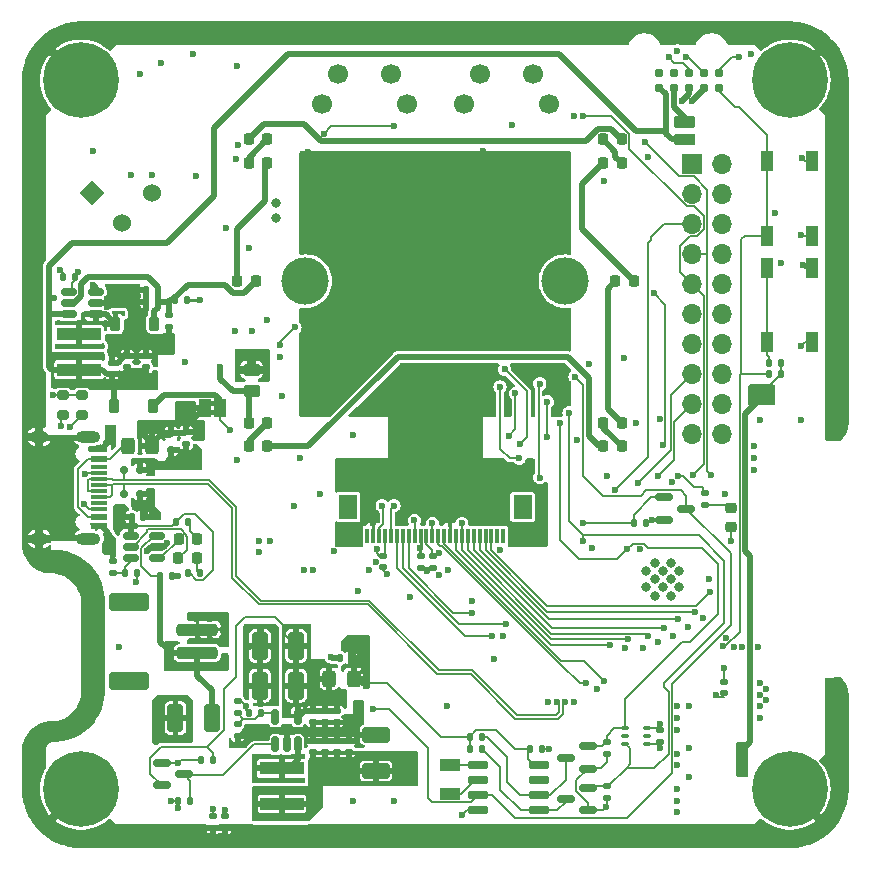
<source format=gtl>
%TF.GenerationSoftware,KiCad,Pcbnew,7.0.9*%
%TF.CreationDate,2024-01-10T01:47:21-08:00*%
%TF.ProjectId,ai-camera-rev3.1,61692d63-616d-4657-9261-2d726576332e,rev3.1*%
%TF.SameCoordinates,PX5a995c0PY2aea540*%
%TF.FileFunction,Copper,L1,Top*%
%TF.FilePolarity,Positive*%
%FSLAX46Y46*%
G04 Gerber Fmt 4.6, Leading zero omitted, Abs format (unit mm)*
G04 Created by KiCad (PCBNEW 7.0.9) date 2024-01-10 01:47:21*
%MOMM*%
%LPD*%
G01*
G04 APERTURE LIST*
G04 Aperture macros list*
%AMRoundRect*
0 Rectangle with rounded corners*
0 $1 Rounding radius*
0 $2 $3 $4 $5 $6 $7 $8 $9 X,Y pos of 4 corners*
0 Add a 4 corners polygon primitive as box body*
4,1,4,$2,$3,$4,$5,$6,$7,$8,$9,$2,$3,0*
0 Add four circle primitives for the rounded corners*
1,1,$1+$1,$2,$3*
1,1,$1+$1,$4,$5*
1,1,$1+$1,$6,$7*
1,1,$1+$1,$8,$9*
0 Add four rect primitives between the rounded corners*
20,1,$1+$1,$2,$3,$4,$5,0*
20,1,$1+$1,$4,$5,$6,$7,0*
20,1,$1+$1,$6,$7,$8,$9,0*
20,1,$1+$1,$8,$9,$2,$3,0*%
%AMRotRect*
0 Rectangle, with rotation*
0 The origin of the aperture is its center*
0 $1 length*
0 $2 width*
0 $3 Rotation angle, in degrees counterclockwise*
0 Add horizontal line*
21,1,$1,$2,0,0,$3*%
G04 Aperture macros list end*
%TA.AperFunction,SMDPad,CuDef*%
%ADD10RoundRect,0.140000X-0.140000X-0.170000X0.140000X-0.170000X0.140000X0.170000X-0.140000X0.170000X0*%
%TD*%
%TA.AperFunction,SMDPad,CuDef*%
%ADD11RoundRect,0.075000X0.250000X0.075000X-0.250000X0.075000X-0.250000X-0.075000X0.250000X-0.075000X0*%
%TD*%
%TA.AperFunction,ComponentPad*%
%ADD12C,3.600000*%
%TD*%
%TA.AperFunction,ConnectorPad*%
%ADD13C,6.400000*%
%TD*%
%TA.AperFunction,SMDPad,CuDef*%
%ADD14RoundRect,0.150000X-0.725000X-0.150000X0.725000X-0.150000X0.725000X0.150000X-0.725000X0.150000X0*%
%TD*%
%TA.AperFunction,SMDPad,CuDef*%
%ADD15R,3.700000X1.100000*%
%TD*%
%TA.AperFunction,SMDPad,CuDef*%
%ADD16RoundRect,0.140000X-0.170000X0.140000X-0.170000X-0.140000X0.170000X-0.140000X0.170000X0.140000X0*%
%TD*%
%TA.AperFunction,SMDPad,CuDef*%
%ADD17RoundRect,0.200000X0.275000X-0.200000X0.275000X0.200000X-0.275000X0.200000X-0.275000X-0.200000X0*%
%TD*%
%TA.AperFunction,WasherPad*%
%ADD18C,4.000000*%
%TD*%
%TA.AperFunction,SMDPad,CuDef*%
%ADD19RoundRect,0.135000X0.135000X0.185000X-0.135000X0.185000X-0.135000X-0.185000X0.135000X-0.185000X0*%
%TD*%
%TA.AperFunction,SMDPad,CuDef*%
%ADD20RoundRect,0.150000X-0.150000X-0.200000X0.150000X-0.200000X0.150000X0.200000X-0.150000X0.200000X0*%
%TD*%
%TA.AperFunction,SMDPad,CuDef*%
%ADD21R,1.000000X1.700000*%
%TD*%
%TA.AperFunction,SMDPad,CuDef*%
%ADD22R,1.800000X1.000000*%
%TD*%
%TA.AperFunction,SMDPad,CuDef*%
%ADD23RoundRect,0.250000X-0.325000X-0.450000X0.325000X-0.450000X0.325000X0.450000X-0.325000X0.450000X0*%
%TD*%
%TA.AperFunction,SMDPad,CuDef*%
%ADD24RoundRect,0.218750X0.256250X-0.218750X0.256250X0.218750X-0.256250X0.218750X-0.256250X-0.218750X0*%
%TD*%
%TA.AperFunction,SMDPad,CuDef*%
%ADD25RoundRect,0.135000X-0.135000X-0.185000X0.135000X-0.185000X0.135000X0.185000X-0.135000X0.185000X0*%
%TD*%
%TA.AperFunction,SMDPad,CuDef*%
%ADD26RoundRect,0.218750X-0.218750X-0.256250X0.218750X-0.256250X0.218750X0.256250X-0.218750X0.256250X0*%
%TD*%
%TA.AperFunction,SMDPad,CuDef*%
%ADD27RoundRect,0.250000X0.412500X0.925000X-0.412500X0.925000X-0.412500X-0.925000X0.412500X-0.925000X0*%
%TD*%
%TA.AperFunction,SMDPad,CuDef*%
%ADD28RoundRect,0.140000X0.170000X-0.140000X0.170000X0.140000X-0.170000X0.140000X-0.170000X-0.140000X0*%
%TD*%
%TA.AperFunction,SMDPad,CuDef*%
%ADD29RoundRect,0.135000X0.185000X-0.135000X0.185000X0.135000X-0.185000X0.135000X-0.185000X-0.135000X0*%
%TD*%
%TA.AperFunction,WasherPad*%
%ADD30C,1.700000*%
%TD*%
%TA.AperFunction,ComponentPad*%
%ADD31C,1.700000*%
%TD*%
%TA.AperFunction,SMDPad,CuDef*%
%ADD32RoundRect,0.135000X-0.185000X0.135000X-0.185000X-0.135000X0.185000X-0.135000X0.185000X0.135000X0*%
%TD*%
%TA.AperFunction,SMDPad,CuDef*%
%ADD33RoundRect,0.250000X-1.500000X0.250000X-1.500000X-0.250000X1.500000X-0.250000X1.500000X0.250000X0*%
%TD*%
%TA.AperFunction,SMDPad,CuDef*%
%ADD34RoundRect,0.250001X-1.449999X0.499999X-1.449999X-0.499999X1.449999X-0.499999X1.449999X0.499999X0*%
%TD*%
%TA.AperFunction,SMDPad,CuDef*%
%ADD35RoundRect,0.250000X0.325000X0.450000X-0.325000X0.450000X-0.325000X-0.450000X0.325000X-0.450000X0*%
%TD*%
%TA.AperFunction,SMDPad,CuDef*%
%ADD36R,1.000000X1.500000*%
%TD*%
%TA.AperFunction,SMDPad,CuDef*%
%ADD37RoundRect,0.150000X0.512500X0.150000X-0.512500X0.150000X-0.512500X-0.150000X0.512500X-0.150000X0*%
%TD*%
%TA.AperFunction,SMDPad,CuDef*%
%ADD38R,0.300000X1.300000*%
%TD*%
%TA.AperFunction,SMDPad,CuDef*%
%ADD39R,1.600000X2.000000*%
%TD*%
%TA.AperFunction,SMDPad,CuDef*%
%ADD40RoundRect,0.150000X0.587500X0.150000X-0.587500X0.150000X-0.587500X-0.150000X0.587500X-0.150000X0*%
%TD*%
%TA.AperFunction,SMDPad,CuDef*%
%ADD41RoundRect,0.150000X-0.200000X0.150000X-0.200000X-0.150000X0.200000X-0.150000X0.200000X0.150000X0*%
%TD*%
%TA.AperFunction,SMDPad,CuDef*%
%ADD42RoundRect,0.225000X0.225000X0.375000X-0.225000X0.375000X-0.225000X-0.375000X0.225000X-0.375000X0*%
%TD*%
%TA.AperFunction,ComponentPad*%
%ADD43C,0.800000*%
%TD*%
%TA.AperFunction,ComponentPad*%
%ADD44RotRect,1.524000X1.524000X45.000000*%
%TD*%
%TA.AperFunction,ComponentPad*%
%ADD45C,1.524000*%
%TD*%
%TA.AperFunction,SMDPad,CuDef*%
%ADD46RoundRect,0.150000X0.150000X-0.512500X0.150000X0.512500X-0.150000X0.512500X-0.150000X-0.512500X0*%
%TD*%
%TA.AperFunction,ComponentPad*%
%ADD47R,1.700000X1.700000*%
%TD*%
%TA.AperFunction,ComponentPad*%
%ADD48O,1.700000X1.700000*%
%TD*%
%TA.AperFunction,SMDPad,CuDef*%
%ADD49RoundRect,0.225000X-0.225000X-0.375000X0.225000X-0.375000X0.225000X0.375000X-0.225000X0.375000X0*%
%TD*%
%TA.AperFunction,SMDPad,CuDef*%
%ADD50RoundRect,0.140000X0.140000X0.170000X-0.140000X0.170000X-0.140000X-0.170000X0.140000X-0.170000X0*%
%TD*%
%TA.AperFunction,SMDPad,CuDef*%
%ADD51RoundRect,0.150000X-0.587500X-0.150000X0.587500X-0.150000X0.587500X0.150000X-0.587500X0.150000X0*%
%TD*%
%TA.AperFunction,SMDPad,CuDef*%
%ADD52R,1.450000X0.600000*%
%TD*%
%TA.AperFunction,SMDPad,CuDef*%
%ADD53R,1.450000X0.300000*%
%TD*%
%TA.AperFunction,ComponentPad*%
%ADD54O,2.100000X1.000000*%
%TD*%
%TA.AperFunction,ComponentPad*%
%ADD55O,1.600000X1.000000*%
%TD*%
%TA.AperFunction,SMDPad,CuDef*%
%ADD56RoundRect,0.250000X0.925000X-0.412500X0.925000X0.412500X-0.925000X0.412500X-0.925000X-0.412500X0*%
%TD*%
%TA.AperFunction,SMDPad,CuDef*%
%ADD57RoundRect,0.250000X0.450000X-0.262500X0.450000X0.262500X-0.450000X0.262500X-0.450000X-0.262500X0*%
%TD*%
%TA.AperFunction,ConnectorPad*%
%ADD58C,0.787400*%
%TD*%
%TA.AperFunction,ViaPad*%
%ADD59C,0.600000*%
%TD*%
%TA.AperFunction,Conductor*%
%ADD60C,0.127000*%
%TD*%
%TA.AperFunction,Conductor*%
%ADD61C,0.250000*%
%TD*%
%TA.AperFunction,Conductor*%
%ADD62C,0.500000*%
%TD*%
%TA.AperFunction,Conductor*%
%ADD63C,0.203200*%
%TD*%
%TA.AperFunction,Conductor*%
%ADD64C,0.200000*%
%TD*%
G04 APERTURE END LIST*
%TA.AperFunction,EtchedComponent*%
G36*
X16370000Y-33340000D02*
G01*
X15870000Y-33340000D01*
X15870000Y-32940000D01*
X16370000Y-32940000D01*
X16370000Y-33340000D01*
G37*
%TD.AperFunction*%
%TA.AperFunction,EtchedComponent*%
G36*
X16370000Y-32540000D02*
G01*
X15870000Y-32540000D01*
X15870000Y-32140000D01*
X16370000Y-32140000D01*
X16370000Y-32540000D01*
G37*
%TD.AperFunction*%
D10*
X11712000Y-47000000D03*
X12672000Y-47000000D03*
D11*
X52900000Y-61150000D03*
X52900000Y-60500000D03*
X52900000Y-59850000D03*
X51100000Y-59850000D03*
X51100000Y-60500000D03*
X51100000Y-61150000D03*
D12*
X5000000Y-65000000D03*
D13*
X5000000Y-65000000D03*
D14*
X38605000Y-62995000D03*
X38605000Y-64265000D03*
X38605000Y-65535000D03*
X38605000Y-66805000D03*
X43755000Y-66805000D03*
X43755000Y-65535000D03*
X43755000Y-64265000D03*
X43755000Y-62995000D03*
D12*
X5000000Y-5000000D03*
D13*
X5000000Y-5000000D03*
D15*
X22000000Y-63250000D03*
X22000000Y-66250000D03*
D16*
X25654000Y-58406000D03*
X25654000Y-59366000D03*
D17*
X5100000Y-33325000D03*
X5100000Y-31675000D03*
D18*
X24000000Y-22000000D03*
X46000000Y-22000000D03*
D10*
X43040000Y-61620000D03*
X44000000Y-61620000D03*
D19*
X14260000Y-66020000D03*
X13240000Y-66020000D03*
D17*
X3500000Y-33325000D03*
X3500000Y-31675000D03*
D19*
X16200000Y-62530000D03*
X15180000Y-62530000D03*
D20*
X10007500Y-37970000D03*
X8607500Y-37970000D03*
D21*
X66900000Y-20850000D03*
X66900000Y-27150000D03*
X63100000Y-20850000D03*
X63100000Y-27150000D03*
D22*
X36220000Y-65430000D03*
X36220000Y-62930000D03*
D23*
X8975000Y-35930000D03*
X11025000Y-35930000D03*
D16*
X12450000Y-24905000D03*
X12450000Y-25865000D03*
D24*
X60000000Y-42787500D03*
X60000000Y-41212500D03*
D25*
X63250000Y-28890000D03*
X64270000Y-28890000D03*
D26*
X13248987Y-45459099D03*
X14823987Y-45459099D03*
X19212500Y-36000000D03*
X20787500Y-36000000D03*
D25*
X14040000Y-46750000D03*
X15060000Y-46750000D03*
D27*
X16075000Y-59000000D03*
X13000000Y-59000000D03*
D25*
X37910000Y-61620000D03*
X38930000Y-61620000D03*
D28*
X34798000Y-46261000D03*
X34798000Y-45301000D03*
D29*
X49500000Y-62010000D03*
X49500000Y-60990000D03*
D30*
X44600000Y-7000000D03*
X37400000Y-7000000D03*
D31*
X43250000Y-4500000D03*
X38750000Y-4500000D03*
D27*
X23212500Y-56250000D03*
X20137500Y-56250000D03*
D15*
X4850000Y-29490000D03*
X4850000Y-26490000D03*
D26*
X19212500Y-12000000D03*
X20787500Y-12000000D03*
D10*
X26900000Y-53900000D03*
X27860000Y-53900000D03*
D32*
X13920000Y-34750000D03*
X13920000Y-35770000D03*
D33*
X14850000Y-51500000D03*
X14850000Y-53500000D03*
D34*
X9100000Y-49150000D03*
X9100000Y-55850000D03*
D35*
X28075000Y-55670000D03*
X26025000Y-55670000D03*
D26*
X49212500Y-34000000D03*
X50787500Y-34000000D03*
D10*
X19250000Y-58550000D03*
X20210000Y-58550000D03*
D36*
X16770000Y-32740000D03*
X15470000Y-32740000D03*
D26*
X19212500Y-34000000D03*
X20787500Y-34000000D03*
D32*
X18270000Y-57570000D03*
X18270000Y-58590000D03*
D16*
X8910000Y-28320000D03*
X8910000Y-29280000D03*
D26*
X13261486Y-43859099D03*
X14836486Y-43859099D03*
D32*
X18260000Y-59500000D03*
X18260000Y-60520000D03*
D16*
X17200000Y-67300000D03*
X17200000Y-68260000D03*
D37*
X6247500Y-24820000D03*
X6247500Y-23870000D03*
X6247500Y-22920000D03*
X3972500Y-22920000D03*
X3972500Y-23870000D03*
X3972500Y-24820000D03*
D38*
X40750000Y-43600000D03*
X40250000Y-43600000D03*
X39750000Y-43600000D03*
X39250000Y-43600000D03*
X38750000Y-43600000D03*
X38250000Y-43600000D03*
X37750000Y-43600000D03*
X37250000Y-43600000D03*
X36750000Y-43600000D03*
X36250000Y-43600000D03*
X35750000Y-43600000D03*
X35250000Y-43600000D03*
X34750000Y-43600000D03*
X34250000Y-43600000D03*
X33750000Y-43600000D03*
X33250000Y-43600000D03*
X32750000Y-43600000D03*
X32250000Y-43600000D03*
X31750000Y-43600000D03*
X31250000Y-43600000D03*
X30750000Y-43600000D03*
X30250000Y-43600000D03*
X29750000Y-43600000D03*
X29250000Y-43600000D03*
D39*
X42400000Y-41120000D03*
X27600000Y-41120000D03*
D26*
X49212500Y-10000000D03*
X50787500Y-10000000D03*
D40*
X47927500Y-63290000D03*
X47927500Y-61390000D03*
X46052500Y-62340000D03*
D29*
X16200000Y-68310000D03*
X16200000Y-67290000D03*
D41*
X12630000Y-36270000D03*
X12630000Y-34870000D03*
D26*
X19212500Y-10000000D03*
X20787500Y-10000000D03*
D30*
X32600000Y-7000000D03*
X25400000Y-7000000D03*
D31*
X31250000Y-4500000D03*
X26750000Y-4500000D03*
D21*
X66900000Y-11850000D03*
X66900000Y-18150000D03*
X63100000Y-11850000D03*
X63100000Y-18150000D03*
D42*
X11220000Y-25600000D03*
X7920000Y-25600000D03*
D10*
X10520000Y-23750000D03*
X11480000Y-23750000D03*
D43*
X21500000Y-16625000D03*
X21500000Y-15375000D03*
D25*
X3480000Y-21620000D03*
X4500000Y-21620000D03*
D26*
X49212500Y-12000000D03*
X50787500Y-12000000D03*
D29*
X49500000Y-65760000D03*
X49500000Y-64740000D03*
D28*
X59410000Y-56880000D03*
X59410000Y-55920000D03*
D16*
X27686000Y-60946000D03*
X27686000Y-61906000D03*
D44*
X5960000Y-14500000D03*
D45*
X8500000Y-17040000D03*
X11040000Y-14500000D03*
D16*
X25654000Y-60946000D03*
X25654000Y-61906000D03*
D20*
X10007500Y-40030000D03*
X8607500Y-40030000D03*
D46*
X21462500Y-61200000D03*
X22412500Y-61200000D03*
X23362500Y-61200000D03*
X23362500Y-58925000D03*
X21462500Y-58925000D03*
D16*
X24638000Y-60946000D03*
X24638000Y-61906000D03*
D29*
X7725000Y-46710000D03*
X7725000Y-45690000D03*
D16*
X26670000Y-60946000D03*
X26670000Y-61906000D03*
D26*
X49212500Y-36000000D03*
X50787500Y-36000000D03*
D12*
X65000000Y-5000000D03*
D13*
X65000000Y-5000000D03*
D28*
X26670000Y-59366000D03*
X26670000Y-58406000D03*
D25*
X37920000Y-60590000D03*
X38940000Y-60590000D03*
D47*
X56725000Y-12075000D03*
D48*
X59265000Y-12075000D03*
X56725000Y-14615000D03*
X59265000Y-14615000D03*
X56725000Y-17155000D03*
X59265000Y-17155000D03*
X56725000Y-19695000D03*
X59265000Y-19695000D03*
X56725000Y-22235000D03*
X59265000Y-22235000D03*
X56725000Y-24775000D03*
X59265000Y-24775000D03*
X56725000Y-27315000D03*
X59265000Y-27315000D03*
X56725000Y-29855000D03*
X59265000Y-29855000D03*
X56725000Y-32395000D03*
X59265000Y-32395000D03*
X56725000Y-34935000D03*
X59265000Y-34935000D03*
D10*
X10520000Y-22750000D03*
X11480000Y-22750000D03*
D28*
X33782000Y-46261000D03*
X33782000Y-45301000D03*
D32*
X57830000Y-39940000D03*
X57830000Y-40960000D03*
D28*
X54000000Y-60980000D03*
X54000000Y-60020000D03*
D26*
X50212500Y-22000000D03*
X51787500Y-22000000D03*
D49*
X7790000Y-32530000D03*
X11090000Y-32530000D03*
D25*
X13013986Y-42409099D03*
X14033986Y-42409099D03*
D50*
X10255000Y-41975000D03*
X9295000Y-41975000D03*
D25*
X8715000Y-46750000D03*
X9735000Y-46750000D03*
D26*
X18212500Y-22000000D03*
X19787500Y-22000000D03*
D51*
X54380000Y-40300000D03*
X54380000Y-42200000D03*
X56255000Y-41250000D03*
D52*
X6545000Y-36250000D03*
X6545000Y-37050000D03*
D53*
X6545000Y-38250000D03*
X6545000Y-39250000D03*
X6545000Y-39750000D03*
X6545000Y-40750000D03*
D52*
X6545000Y-41950000D03*
X6545000Y-42750000D03*
X6545000Y-42750000D03*
X6545000Y-41950000D03*
D53*
X6545000Y-41250000D03*
X6545000Y-40250000D03*
X6545000Y-38750000D03*
X6545000Y-37750000D03*
D52*
X6545000Y-37050000D03*
X6545000Y-36250000D03*
D54*
X5630000Y-35180000D03*
D55*
X1450000Y-35180000D03*
D54*
X5630000Y-43820000D03*
D55*
X1450000Y-43820000D03*
D12*
X65000000Y-65000000D03*
D13*
X65000000Y-65000000D03*
D28*
X10490000Y-29285000D03*
X10490000Y-28325000D03*
D19*
X52830000Y-42470000D03*
X51810000Y-42470000D03*
D28*
X24638000Y-59366000D03*
X24638000Y-58406000D03*
D51*
X11832500Y-62790000D03*
X11832500Y-64690000D03*
X13707500Y-63740000D03*
D25*
X63250000Y-29900000D03*
X64270000Y-29900000D03*
D28*
X30607000Y-46221000D03*
X30607000Y-45261000D03*
D40*
X47917500Y-66800000D03*
X47917500Y-64900000D03*
X46042500Y-65850000D03*
D56*
X29972000Y-63471500D03*
X29972000Y-60396500D03*
D37*
X11475000Y-45449999D03*
X11475000Y-44499999D03*
X11475000Y-43549999D03*
X9200000Y-43549999D03*
X9200000Y-44499999D03*
X9200000Y-45449999D03*
D57*
X19440000Y-31332500D03*
X19440000Y-29507500D03*
D27*
X23212500Y-52875001D03*
X20137500Y-52875001D03*
D58*
X53960000Y-5635000D03*
X55230000Y-5635000D03*
X56500000Y-5635000D03*
X57770000Y-5635000D03*
X59040000Y-5635000D03*
X59040000Y-4365000D03*
X57770000Y-4365000D03*
X56500000Y-4365000D03*
X55230000Y-4365000D03*
X53960000Y-4365000D03*
D16*
X7630000Y-28890000D03*
X7630000Y-29850000D03*
D50*
X13950000Y-23630000D03*
X12990000Y-23630000D03*
D43*
X53560000Y-48630000D03*
X54960000Y-48630000D03*
X52860000Y-47930000D03*
X54260000Y-47930000D03*
X55660000Y-47930000D03*
X53560000Y-47230000D03*
X54960000Y-47230000D03*
X52860000Y-46530000D03*
X54260000Y-46530000D03*
X55660000Y-46530000D03*
X53560000Y-45830000D03*
X54960000Y-45830000D03*
D59*
X58740000Y-57010000D03*
X28500000Y-59000000D03*
X6000000Y-11000000D03*
X39850000Y-32870000D03*
X28469205Y-58050000D03*
X11750000Y-3500000D03*
X13500000Y-37500000D03*
X22000000Y-31750000D03*
X26000000Y-60000000D03*
X11800000Y-59400000D03*
X64250000Y-20500000D03*
X62500000Y-57000000D03*
X56500000Y-64000000D03*
X10350000Y-41025000D03*
X53000000Y-11500000D03*
X37000000Y-33000000D03*
X33000000Y-30500000D03*
X51000000Y-28500000D03*
X18250000Y-3750000D03*
X32896917Y-48779083D03*
X11000000Y-13000000D03*
X55500000Y-66925500D03*
X55500000Y-2500000D03*
X59584483Y-52218483D03*
X17250000Y-17500000D03*
X10000000Y-37250000D03*
X20500000Y-28250000D03*
X28000000Y-60000000D03*
X13249500Y-46990000D03*
X48650000Y-56550000D03*
X24638000Y-46440000D03*
X60000000Y-44000000D03*
X7300000Y-43575000D03*
X12725000Y-60775000D03*
X66000000Y-33750000D03*
X10621692Y-44835022D03*
X63000000Y-56500000D03*
X20250000Y-57767600D03*
X19500000Y-26250000D03*
X8000000Y-27000000D03*
X17025000Y-51500000D03*
X57658000Y-50546000D03*
X55118000Y-52070000D03*
X20088035Y-44911965D03*
X51054000Y-53086000D03*
X18500000Y-28250000D03*
X62500000Y-56000000D03*
X56500000Y-58000000D03*
X7234026Y-24150065D03*
X2625000Y-31650000D03*
X29750000Y-42500000D03*
X19500000Y-28250000D03*
X65975000Y-18125000D03*
X12610000Y-65980000D03*
X7475000Y-35500000D03*
X55000000Y-39000000D03*
X15900000Y-50600000D03*
X62353000Y-52983229D03*
X3240938Y-21030000D03*
X32000000Y-18500000D03*
X52324000Y-44704000D03*
X42000000Y-18000000D03*
X10000000Y-24750000D03*
X11800000Y-60325000D03*
X32000000Y-13000000D03*
X22750000Y-60000000D03*
X55500000Y-59000000D03*
X33000000Y-35500000D03*
X49250000Y-13500000D03*
X63000000Y-57500000D03*
X21000000Y-44000000D03*
X10750000Y-40000000D03*
X46999146Y-35422111D03*
X55500000Y-58000000D03*
X52578000Y-53086000D03*
X41500000Y-8750000D03*
X11250000Y-27000000D03*
X14800000Y-50600000D03*
X40000000Y-54000000D03*
X55906500Y-6750000D03*
X9700000Y-47450000D03*
X11800000Y-57750000D03*
X20250000Y-54500000D03*
X35306000Y-46882000D03*
X18100000Y-11625000D03*
X16200000Y-66700000D03*
X60250000Y-53000000D03*
X9750000Y-27000000D03*
X28000000Y-66000000D03*
X7700000Y-45200000D03*
X39750000Y-22250000D03*
X28000000Y-35000000D03*
X65950000Y-27525000D03*
X45000000Y-31000000D03*
X46750000Y-57650000D03*
X25300000Y-15160000D03*
X29000000Y-27000000D03*
X28448000Y-48260000D03*
X14900000Y-52300000D03*
X48250000Y-44629123D03*
X62500000Y-59000000D03*
X62500000Y-58000000D03*
X31500000Y-66000000D03*
X24384000Y-25908000D03*
X21250000Y-53000000D03*
X55500000Y-65000000D03*
X55500000Y-62000000D03*
X28000000Y-38000000D03*
X8250000Y-53000000D03*
X12500000Y-27000000D03*
X20102600Y-44000000D03*
X40443828Y-44750863D03*
X36250000Y-42250000D03*
X38110000Y-49070000D03*
X13800000Y-28860000D03*
X55500000Y-66000000D03*
X35020000Y-39870000D03*
X17200000Y-66750000D03*
X30000000Y-38000000D03*
X14500000Y-2750000D03*
X29413200Y-46440000D03*
X33000000Y-33000000D03*
X37500000Y-38000000D03*
X12750000Y-37500000D03*
X9600000Y-41075000D03*
X56750000Y-6750000D03*
X7475000Y-34625000D03*
X15110000Y-23580000D03*
X37000000Y-13000000D03*
X46750000Y-8000000D03*
X23000000Y-41000000D03*
X59500000Y-40000000D03*
X12306655Y-44180096D03*
X13225000Y-66575000D03*
X19250000Y-56250000D03*
X10000000Y-4500000D03*
X53990000Y-33650000D03*
X26390000Y-44890000D03*
X62000000Y-36000000D03*
X23750000Y-60000000D03*
X10750000Y-38000000D03*
X66025000Y-11550000D03*
X27000000Y-60000000D03*
X9250000Y-13000000D03*
X42000000Y-13000000D03*
X58166000Y-47244000D03*
X37290000Y-67200000D03*
X55500000Y-60000000D03*
X55500000Y-63000000D03*
X49500000Y-38500000D03*
X56500000Y-61500000D03*
X44525000Y-57650000D03*
X18173800Y-37155053D03*
X63750000Y-16250000D03*
X48000000Y-29000000D03*
X25250000Y-40000000D03*
X23876000Y-46440000D03*
X21250000Y-56250000D03*
X61750000Y-2750000D03*
X62500000Y-33750000D03*
X25000000Y-60000000D03*
X20250000Y-51500000D03*
X10000000Y-25750000D03*
X11825000Y-58550000D03*
X7229838Y-23485458D03*
X30930000Y-46790000D03*
X18000000Y-26250000D03*
X14750000Y-13126576D03*
X29993492Y-45755995D03*
X36000000Y-58000000D03*
X62000000Y-37000000D03*
X39000000Y-11000000D03*
X54000000Y-59500000D03*
X20750000Y-25250000D03*
X40700000Y-52050000D03*
X52000000Y-34000000D03*
X36068000Y-46440000D03*
X21844000Y-28448000D03*
X21750000Y-60000000D03*
X37250000Y-40825000D03*
X24260000Y-11050000D03*
X38500000Y-27000000D03*
X14250000Y-37500000D03*
X28500000Y-13000000D03*
X34280000Y-46530000D03*
X32000000Y-27000000D03*
X56388000Y-51308000D03*
X23539191Y-36987921D03*
X61000000Y-53000000D03*
X53848000Y-52578000D03*
X18300000Y-10500000D03*
X32000000Y-21000000D03*
X7300000Y-44450000D03*
X53350000Y-42199998D03*
X11350000Y-41925000D03*
X19200000Y-19200000D03*
X66125000Y-20650000D03*
X19250000Y-53000000D03*
X26162000Y-53806000D03*
X44610000Y-61620000D03*
X15900000Y-52300000D03*
X62000000Y-38000000D03*
X69000000Y-29000000D03*
X20000000Y-69000000D03*
X30000000Y-1000000D03*
X20000000Y-1000000D03*
X1000000Y-29000000D03*
X41000000Y-69000000D03*
X41000000Y-1000000D03*
X10000000Y-69000000D03*
X1000000Y-40000000D03*
X6000000Y-56000000D03*
X6000000Y-49000000D03*
X10000000Y-1000000D03*
X50000000Y-69000000D03*
X30000000Y-69000000D03*
X69000000Y-9000000D03*
X1000000Y-62000000D03*
X60000000Y-1000000D03*
X50000000Y-1000000D03*
X69000000Y-59000000D03*
X1000000Y-9000000D03*
X69000000Y-19000000D03*
X1000000Y-19000000D03*
X60000000Y-69000000D03*
X29000000Y-54000000D03*
X8685000Y-30745000D03*
X6815000Y-30715000D03*
X56500000Y-10000000D03*
X28200000Y-52450000D03*
X29000000Y-55000000D03*
X29000000Y-56000000D03*
X7795000Y-30725000D03*
X55750000Y-10000000D03*
X2730000Y-23438550D03*
X29000000Y-53000000D03*
X15750000Y-54500000D03*
X14850000Y-54450000D03*
X14000000Y-54500000D03*
X12680000Y-53500000D03*
X61000000Y-63500000D03*
X55750000Y-8500000D03*
X33000000Y-62500000D03*
X54000000Y-61500000D03*
X49470000Y-66530000D03*
X63000000Y-32250000D03*
X61000000Y-62500000D03*
X33020000Y-63458000D03*
X32004000Y-63458000D03*
X19000000Y-58000000D03*
X62250000Y-32250000D03*
X32000000Y-62500000D03*
X63000000Y-31500000D03*
X56500000Y-8500000D03*
X62250000Y-31500000D03*
X61000000Y-61625000D03*
X50249992Y-39647776D03*
X60750000Y-3000000D03*
X63000000Y-20500000D03*
X59410000Y-54770000D03*
X59385200Y-52933600D03*
X63250000Y-12250000D03*
X54250000Y-35840000D03*
X53500000Y-23000000D03*
X35353517Y-45046483D03*
X30030000Y-44710000D03*
X33680000Y-44600000D03*
X51308000Y-52324000D03*
X37250000Y-42500000D03*
X11000000Y-34750000D03*
X8100000Y-41300000D03*
X10000000Y-34728358D03*
X8050000Y-42750000D03*
X8075000Y-42025000D03*
X45261500Y-57650000D03*
X45988500Y-57650000D03*
X56250000Y-3000000D03*
X58369200Y-38455600D03*
X52750000Y-10250000D03*
X47500000Y-8000000D03*
X54750000Y-3000000D03*
X56794400Y-38455600D03*
X52140000Y-39050000D03*
X53860000Y-38500000D03*
X58216800Y-48310800D03*
X56946800Y-49987200D03*
X55575200Y-50647600D03*
X54356000Y-51358800D03*
X53035200Y-52070000D03*
X49784000Y-52832000D03*
X49276000Y-55829200D03*
X47720000Y-56050000D03*
X34750000Y-42500000D03*
X33223200Y-42250000D03*
X38130000Y-50110000D03*
X40993594Y-51056006D03*
X39776400Y-52019200D03*
X51206400Y-44704000D03*
X45590002Y-34036000D03*
X31500000Y-41000000D03*
X30500000Y-41000000D03*
X47500000Y-44000000D03*
X46320000Y-33150000D03*
X6025971Y-22366501D03*
X16750000Y-29250000D03*
X3346394Y-34305199D03*
X5358517Y-38311483D03*
X47500000Y-42500000D03*
X5290000Y-40860000D03*
X4070000Y-34370000D03*
X23114000Y-25908000D03*
X21844000Y-27432000D03*
X43850000Y-38630000D03*
X43850000Y-30690000D03*
X41780000Y-31510000D03*
X41200000Y-35110000D03*
X55570000Y-38490000D03*
X42090000Y-37010000D03*
X40480000Y-30970000D03*
X4720000Y-21250000D03*
X44480000Y-32220000D03*
X44490000Y-35160000D03*
X40880000Y-29460000D03*
X42160000Y-35780000D03*
X25600000Y-9500000D03*
X46820000Y-30080000D03*
X13250000Y-62790000D03*
X29750000Y-58190000D03*
X31500000Y-8900000D03*
X17580000Y-34570000D03*
D60*
X66325000Y-27150000D02*
X65950000Y-27525000D01*
X17200000Y-67300000D02*
X17200000Y-66750000D01*
X10000000Y-37250000D02*
X10000000Y-37962500D01*
X66325000Y-11850000D02*
X66025000Y-11550000D01*
X52900000Y-59850000D02*
X53830000Y-59850000D01*
X66900000Y-20850000D02*
X66325000Y-20850000D01*
X53350000Y-42200000D02*
X53100000Y-42200000D01*
X18260000Y-60520000D02*
X18780000Y-60000000D01*
D61*
X15060000Y-23630000D02*
X15110000Y-23580000D01*
D60*
X34310000Y-46261000D02*
X34310000Y-46500000D01*
D62*
X8110000Y-28890000D02*
X7630000Y-28890000D01*
D60*
X10007500Y-40030000D02*
X10007500Y-40682500D01*
X34310000Y-46261000D02*
X33782000Y-46261000D01*
X7725000Y-45225000D02*
X7700000Y-45200000D01*
D62*
X8910000Y-28090000D02*
X8110000Y-28890000D01*
D60*
X7228237Y-23485458D02*
X7229838Y-23485458D01*
D61*
X29750000Y-43600000D02*
X29750000Y-42500000D01*
D60*
X59410000Y-57175000D02*
X58905000Y-57175000D01*
D61*
X36250000Y-43600000D02*
X36250000Y-42250000D01*
D60*
X10007500Y-40682500D02*
X10350000Y-41025000D01*
X3480000Y-21269062D02*
X3240938Y-21030000D01*
X34798000Y-46261000D02*
X34310000Y-46261000D01*
X3480000Y-21620000D02*
X3480000Y-21269062D01*
X38605000Y-66805000D02*
X37685000Y-66805000D01*
X9735000Y-46750000D02*
X9735000Y-47415000D01*
X54000000Y-60020000D02*
X54000000Y-59500000D01*
D62*
X6750000Y-42750000D02*
X7300000Y-43300000D01*
X56500000Y-6156500D02*
X56500000Y-5635000D01*
X11475000Y-44499999D02*
X10956715Y-44499999D01*
D60*
X66900000Y-18150000D02*
X66000000Y-18150000D01*
X13240000Y-66020000D02*
X13240000Y-66560000D01*
D62*
X10956715Y-44499999D02*
X10621692Y-44835022D01*
D60*
X16200000Y-67290000D02*
X16200000Y-66700000D01*
X58905000Y-57175000D02*
X58740000Y-57010000D01*
D62*
X11475000Y-44499999D02*
X11986752Y-44499999D01*
D60*
X66900000Y-11850000D02*
X66325000Y-11850000D01*
X3500000Y-31675000D02*
X2650000Y-31675000D01*
X54380000Y-42200000D02*
X53350000Y-42200000D01*
X10007500Y-40030000D02*
X10007500Y-40667500D01*
X2650000Y-31675000D02*
X2625000Y-31650000D01*
X7300000Y-43575000D02*
X7300000Y-43500000D01*
X53100000Y-42200000D02*
X52830000Y-42470000D01*
X7234026Y-24150065D02*
X6953961Y-23870000D01*
X66900000Y-27150000D02*
X66325000Y-27150000D01*
D61*
X14245000Y-23630000D02*
X15060000Y-23630000D01*
D60*
X3500000Y-31675000D02*
X5100000Y-31675000D01*
X37685000Y-66805000D02*
X37290000Y-67200000D01*
D62*
X26900000Y-53900000D02*
X26256000Y-53900000D01*
D60*
X60000000Y-42787500D02*
X60000000Y-44000000D01*
X66325000Y-20850000D02*
X66125000Y-20650000D01*
X44000000Y-61620000D02*
X44610000Y-61620000D01*
X18780000Y-60000000D02*
X21750000Y-60000000D01*
X7725000Y-45690000D02*
X7725000Y-45225000D01*
X30607000Y-46467000D02*
X30930000Y-46790000D01*
D62*
X6725000Y-36250000D02*
X7475000Y-35500000D01*
D60*
X6545000Y-42750000D02*
X6266500Y-43028500D01*
X9735000Y-47415000D02*
X9700000Y-47450000D01*
X12650000Y-66020000D02*
X12610000Y-65980000D01*
X6843695Y-23870000D02*
X7228237Y-23485458D01*
X66000000Y-18150000D02*
X65975000Y-18125000D01*
D62*
X57770000Y-5730000D02*
X56750000Y-6750000D01*
D60*
X6545000Y-36250000D02*
X6266500Y-35971500D01*
X7300000Y-43500000D02*
X6550000Y-42750000D01*
X10007500Y-40667500D02*
X9600000Y-41075000D01*
X11300000Y-41975000D02*
X11350000Y-41925000D01*
D62*
X11986752Y-44499999D02*
X12306655Y-44180096D01*
D60*
X12710000Y-46990000D02*
X13249500Y-46990000D01*
X6953961Y-23870000D02*
X6247500Y-23870000D01*
D62*
X7300000Y-43300000D02*
X7300000Y-43575000D01*
D60*
X10325000Y-41050000D02*
X10350000Y-41025000D01*
D62*
X26256000Y-53900000D02*
X26162000Y-53806000D01*
X55906500Y-6750000D02*
X56500000Y-6156500D01*
D60*
X13240000Y-66020000D02*
X12650000Y-66020000D01*
X10550000Y-41975000D02*
X10550000Y-41225000D01*
X10550000Y-41225000D02*
X10350000Y-41025000D01*
X53350000Y-42200000D02*
X53350000Y-42199998D01*
X13240000Y-66560000D02*
X13225000Y-66575000D01*
X10550000Y-41975000D02*
X11300000Y-41975000D01*
D62*
X22500000Y-2750000D02*
X16250000Y-9000000D01*
X4850000Y-29490000D02*
X6820000Y-29490000D01*
D63*
X42880000Y-61780000D02*
X42880000Y-62460000D01*
X29000000Y-55000000D02*
X28745000Y-55000000D01*
X7795000Y-30725000D02*
X7795000Y-32525000D01*
X2300000Y-23400000D02*
X2300000Y-25775000D01*
X37910000Y-61620000D02*
X37910000Y-60600000D01*
D62*
X7630000Y-29850000D02*
X7180000Y-29850000D01*
X54500000Y-9250000D02*
X52013585Y-9250000D01*
D63*
X2550000Y-23400000D02*
X2300000Y-23400000D01*
D62*
X2510000Y-29490000D02*
X2300000Y-29280000D01*
X12250000Y-18750000D02*
X4250000Y-18750000D01*
X7630000Y-29850000D02*
X8635000Y-29850000D01*
D63*
X2300000Y-25775000D02*
X2300000Y-29280000D01*
X28745000Y-55000000D02*
X28075000Y-55670000D01*
D62*
X3972500Y-24820000D02*
X2330000Y-24820000D01*
D63*
X2730000Y-23438550D02*
X2611450Y-23438550D01*
D62*
X16250000Y-9000000D02*
X16250000Y-14750000D01*
X7790000Y-30730000D02*
X7795000Y-30725000D01*
D63*
X40141400Y-60041400D02*
X41720000Y-61620000D01*
X2600000Y-23450000D02*
X2550000Y-23400000D01*
D62*
X7180000Y-29850000D02*
X6820000Y-29490000D01*
D63*
X7705000Y-30815000D02*
X7795000Y-30725000D01*
X7775000Y-30745000D02*
X8685000Y-30745000D01*
X30896000Y-56000000D02*
X35486000Y-60590000D01*
D62*
X2300000Y-20700000D02*
X2300000Y-29280000D01*
X22500000Y-2750000D02*
X45513585Y-2750000D01*
X8635000Y-29850000D02*
X8910000Y-29575000D01*
D63*
X41720000Y-61620000D02*
X43040000Y-61620000D01*
X42880000Y-62460000D02*
X43415000Y-62995000D01*
D62*
X16250000Y-14750000D02*
X12250000Y-18750000D01*
D63*
X6840000Y-30690000D02*
X6815000Y-30715000D01*
X29000000Y-56000000D02*
X30896000Y-56000000D01*
X2300000Y-24850000D02*
X2300000Y-25775000D01*
D62*
X4850000Y-29490000D02*
X2510000Y-29490000D01*
X4250000Y-18750000D02*
X2300000Y-20700000D01*
D63*
X2611450Y-23438550D02*
X2600000Y-23450000D01*
D62*
X10490000Y-29580000D02*
X8915000Y-29580000D01*
X54500000Y-9500000D02*
X55000000Y-10000000D01*
D63*
X2330000Y-24820000D02*
X2300000Y-24850000D01*
X6820000Y-29490000D02*
X7340000Y-30010000D01*
D62*
X53960000Y-5635000D02*
X54500000Y-6175000D01*
X7790000Y-32530000D02*
X7790000Y-30730000D01*
D63*
X37920000Y-60590000D02*
X38468600Y-60041400D01*
D62*
X28155000Y-53900000D02*
X28155000Y-55590000D01*
D63*
X38468600Y-60041400D02*
X40141400Y-60041400D01*
D62*
X55000000Y-10000000D02*
X55750000Y-10000000D01*
X54500000Y-6175000D02*
X54500000Y-9250000D01*
X52013585Y-9250000D02*
X45513585Y-2750000D01*
X54500000Y-9250000D02*
X54500000Y-9500000D01*
D63*
X35486000Y-60590000D02*
X37920000Y-60590000D01*
X28200000Y-52450000D02*
X28200000Y-53855000D01*
X11159868Y-43549999D02*
X10093592Y-44616275D01*
X14850000Y-53500000D02*
X12680000Y-53500000D01*
X10093592Y-44616275D02*
X10093592Y-46143592D01*
D62*
X14850000Y-55425000D02*
X16075000Y-56650000D01*
D63*
X10950000Y-47000000D02*
X11712000Y-47000000D01*
D62*
X11712000Y-47000000D02*
X11712000Y-52532000D01*
D63*
X10093592Y-46143592D02*
X10950000Y-47000000D01*
D62*
X11712000Y-52532000D02*
X12680000Y-53500000D01*
X16075000Y-56650000D02*
X16075000Y-59000000D01*
D63*
X14850000Y-53500000D02*
X14850000Y-54450000D01*
D62*
X14850000Y-54450000D02*
X14850000Y-55425000D01*
D63*
X49200000Y-66800000D02*
X49470000Y-66530000D01*
X54000000Y-60980000D02*
X54000000Y-61500000D01*
D62*
X61250000Y-44823500D02*
X61250000Y-33250000D01*
D63*
X18570000Y-57570000D02*
X19000000Y-58000000D01*
X47927500Y-63290000D02*
X46950000Y-64267500D01*
X49500000Y-65760000D02*
X49500000Y-66500000D01*
X19000000Y-58300000D02*
X19250000Y-58550000D01*
X64270000Y-28890000D02*
X64270000Y-29560000D01*
D62*
X61250000Y-33250000D02*
X63000000Y-31500000D01*
D63*
X49000000Y-63250000D02*
X47967500Y-63250000D01*
X53830000Y-61150000D02*
X52900000Y-61150000D01*
X63000000Y-31500000D02*
X63000000Y-31170000D01*
D62*
X55230000Y-7230000D02*
X56500000Y-8500000D01*
D63*
X46950000Y-64267500D02*
X46950000Y-65205421D01*
X49500000Y-62750000D02*
X49000000Y-63250000D01*
X49500000Y-66500000D02*
X49470000Y-66530000D01*
X47917500Y-66800000D02*
X47917500Y-66172922D01*
D62*
X55230000Y-5635000D02*
X55230000Y-7230000D01*
D63*
X49500000Y-62010000D02*
X49500000Y-62750000D01*
D62*
X61676500Y-61048500D02*
X61676500Y-45250000D01*
D63*
X47917500Y-66800000D02*
X49200000Y-66800000D01*
X63000000Y-31170000D02*
X64270000Y-29900000D01*
D62*
X61100000Y-61625000D02*
X61676500Y-61048500D01*
D63*
X46950000Y-65205421D02*
X47917500Y-66172922D01*
X18270000Y-57570000D02*
X18570000Y-57570000D01*
D62*
X61676500Y-45250000D02*
X61250000Y-44823500D01*
D63*
X19000000Y-58000000D02*
X19000000Y-58300000D01*
D60*
X63250000Y-28390000D02*
X63250000Y-28890000D01*
X53250000Y-18500000D02*
X53250000Y-18250000D01*
X50249992Y-39647776D02*
X53000000Y-36897768D01*
X59040000Y-4110184D02*
X60150184Y-3000000D01*
X63100000Y-27150000D02*
X63100000Y-28240000D01*
X60150184Y-3000000D02*
X60750000Y-3000000D01*
X56725000Y-17155000D02*
X54345000Y-17155000D01*
X63100000Y-28240000D02*
X63250000Y-28390000D01*
X63100000Y-27150000D02*
X63100000Y-20850000D01*
X53250000Y-18250000D02*
X54345000Y-17155000D01*
X53000000Y-18750000D02*
X53250000Y-18500000D01*
X53000000Y-36897768D02*
X53000000Y-18750000D01*
X63100000Y-9600000D02*
X63100000Y-11850000D01*
X60909200Y-29810000D02*
X60809999Y-29909201D01*
X60909200Y-18420000D02*
X60909200Y-29810000D01*
X59562331Y-52933600D02*
X59385200Y-52933600D01*
X59410000Y-55625000D02*
X59410000Y-54770000D01*
X63250000Y-29900000D02*
X60999200Y-29900000D01*
X60809999Y-29909201D02*
X60809999Y-51685932D01*
X60400184Y-7250000D02*
X59040000Y-5889816D01*
X60750000Y-7250000D02*
X63100000Y-9600000D01*
X60809999Y-51685932D02*
X59562331Y-52933600D01*
X61179200Y-18150000D02*
X60909200Y-18420000D01*
X63100000Y-18150000D02*
X61179200Y-18150000D01*
X60750000Y-7250000D02*
X60400184Y-7250000D01*
X60999200Y-29900000D02*
X60909200Y-29810000D01*
X63100000Y-11850000D02*
X63100000Y-18150000D01*
X54480000Y-23980000D02*
X53500000Y-23000000D01*
X54480000Y-35610000D02*
X54480000Y-23980000D01*
X54250000Y-35840000D02*
X54480000Y-35610000D01*
D63*
X34250000Y-43600000D02*
X34250000Y-44250000D01*
X34798000Y-45301000D02*
X35099000Y-45301000D01*
D60*
X30750000Y-45118000D02*
X30750000Y-43600000D01*
D63*
X34750000Y-44750000D02*
X34750000Y-45253000D01*
D60*
X30030000Y-45020000D02*
X30030000Y-44710000D01*
D63*
X35099000Y-45301000D02*
X35353517Y-45046483D01*
D60*
X30271000Y-45261000D02*
X30030000Y-45020000D01*
D63*
X34250000Y-44250000D02*
X34750000Y-44750000D01*
D61*
X33750000Y-43600000D02*
X33750000Y-44530000D01*
X33680000Y-45199000D02*
X33680000Y-44600000D01*
X33750000Y-44530000D02*
X33680000Y-44600000D01*
D60*
X44824000Y-52324000D02*
X37250000Y-44750000D01*
X37250000Y-44750000D02*
X37250000Y-42600000D01*
X51308000Y-52324000D02*
X44824000Y-52324000D01*
D63*
X13013986Y-42409099D02*
X13698085Y-41725000D01*
X16150000Y-46494208D02*
X15345608Y-47298600D01*
D62*
X13920000Y-34290000D02*
X15470000Y-32740000D01*
D63*
X14773600Y-47298600D02*
X14225000Y-46750000D01*
D62*
X11025000Y-35725000D02*
X11750000Y-35000000D01*
X11750000Y-35000000D02*
X12500000Y-35000000D01*
D63*
X12690185Y-42732900D02*
X13013986Y-42409099D01*
X8067100Y-42732900D02*
X12690185Y-42732900D01*
X8775000Y-41975000D02*
X8100000Y-41300000D01*
D62*
X12630000Y-34870000D02*
X13800000Y-34870000D01*
D63*
X13920000Y-34750000D02*
X13920000Y-34470000D01*
D62*
X13920000Y-34750000D02*
X13920000Y-34290000D01*
X13800000Y-34870000D02*
X13920000Y-34750000D01*
D63*
X16150000Y-43200000D02*
X16150000Y-46494208D01*
D62*
X11000000Y-35728358D02*
X10000000Y-34728358D01*
D63*
X13698085Y-41725000D02*
X14675000Y-41725000D01*
X14225000Y-46750000D02*
X14040000Y-46750000D01*
X8050000Y-42750000D02*
X8067100Y-42732900D01*
X14675000Y-41725000D02*
X16150000Y-43200000D01*
D62*
X12500000Y-35000000D02*
X12630000Y-34870000D01*
D63*
X15345608Y-47298600D02*
X14773600Y-47298600D01*
D64*
X8607500Y-38829000D02*
X8600000Y-38836500D01*
X15867724Y-38836500D02*
X18138500Y-41107276D01*
X5590000Y-39720000D02*
X5620000Y-39750000D01*
X20221224Y-49040000D02*
X29396224Y-49040000D01*
X6545000Y-38750000D02*
X5664584Y-38750000D01*
X45220277Y-58723499D02*
X45461500Y-58482276D01*
X45461500Y-58482276D02*
X45461500Y-57850000D01*
X18138500Y-46957276D02*
X20221224Y-49040000D01*
X35317724Y-54961500D02*
X38142724Y-54961500D01*
X7719001Y-38836500D02*
X8600000Y-38836500D01*
X5590000Y-38824584D02*
X5590000Y-39720000D01*
X7632501Y-38750000D02*
X7719001Y-38836500D01*
X45461500Y-57850000D02*
X45261500Y-57650000D01*
X5664584Y-38750000D02*
X5590000Y-38824584D01*
X6545000Y-38750000D02*
X7632501Y-38750000D01*
X18138500Y-41107276D02*
X18138500Y-46957276D01*
X5620000Y-39750000D02*
X6545000Y-39750000D01*
X41904723Y-58723499D02*
X45220277Y-58723499D01*
X8600000Y-38836500D02*
X15867724Y-38836500D01*
X8607500Y-37970000D02*
X8607500Y-38829000D01*
X38142724Y-54961500D02*
X41904723Y-58723499D01*
X29396224Y-49040000D02*
X35317724Y-54961500D01*
X7632501Y-40087499D02*
X7632501Y-39250000D01*
X45356224Y-59050000D02*
X45788500Y-58617724D01*
X45788500Y-58617724D02*
X45788500Y-57850000D01*
X6545000Y-40250000D02*
X7470000Y-40250000D01*
X8607500Y-40030000D02*
X8607500Y-39221000D01*
X20085983Y-49366501D02*
X29260277Y-49366501D01*
X8550000Y-39163500D02*
X15732276Y-39163500D01*
X38007276Y-55288500D02*
X41768776Y-59050000D01*
X17811500Y-47092018D02*
X20085983Y-49366501D01*
X7470000Y-40250000D02*
X7632501Y-40087499D01*
X45788500Y-57850000D02*
X45988500Y-57650000D01*
X17811500Y-41242724D02*
X17811500Y-47092018D01*
X35182276Y-55288500D02*
X38007276Y-55288500D01*
X7719001Y-39163500D02*
X8550000Y-39163500D01*
X8607500Y-39221000D02*
X8550000Y-39163500D01*
X29260277Y-49366501D02*
X35182276Y-55288500D01*
X41768776Y-59050000D02*
X45356224Y-59050000D01*
X6545000Y-39250000D02*
X7632501Y-39250000D01*
X15732276Y-39163500D02*
X17811500Y-41242724D01*
X7632501Y-39250000D02*
X7719001Y-39163500D01*
D60*
X58019001Y-14269001D02*
X58019001Y-19750000D01*
X57770000Y-4365000D02*
X56405000Y-3000000D01*
X58019500Y-21500000D02*
X58019500Y-38105900D01*
X58019001Y-21499501D02*
X58019500Y-21500000D01*
X56405000Y-3000000D02*
X56250000Y-3000000D01*
X58019001Y-19750000D02*
X58019001Y-21499501D01*
X57964001Y-19695000D02*
X58019001Y-19750000D01*
X58019500Y-38105900D02*
X58369200Y-38455600D01*
X56725000Y-19695000D02*
X57964001Y-19695000D01*
X55615500Y-13115500D02*
X52750000Y-10250000D01*
X58019001Y-14269001D02*
X56865500Y-13115500D01*
X56865500Y-13115500D02*
X55615500Y-13115500D01*
X56905500Y-15655500D02*
X56294010Y-15655500D01*
X51415500Y-10776990D02*
X51415500Y-9574233D01*
X56294010Y-15655500D02*
X51415500Y-10776990D01*
X55684500Y-19065500D02*
X56554500Y-18195500D01*
X49841267Y-8000000D02*
X47500000Y-8000000D01*
X51415500Y-9574233D02*
X49841267Y-8000000D01*
X57765500Y-37484500D02*
X56794400Y-38455600D01*
X55990500Y-3490500D02*
X55240500Y-3490500D01*
X55684500Y-21194500D02*
X55684500Y-19065500D01*
X56725000Y-22235000D02*
X57765500Y-23275500D01*
X57765500Y-16515500D02*
X56905500Y-15655500D01*
X56500000Y-4000000D02*
X55990500Y-3490500D01*
X56725000Y-22235000D02*
X55684500Y-21194500D01*
X57765500Y-17585990D02*
X57765500Y-16515500D01*
X56500000Y-4365000D02*
X56500000Y-4000000D01*
X57155990Y-18195500D02*
X57765500Y-17585990D01*
X56554500Y-18195500D02*
X57155990Y-18195500D01*
X57765500Y-23275500D02*
X57765500Y-37484500D01*
X55240500Y-3490500D02*
X54750000Y-3000000D01*
X56725000Y-29855000D02*
X54930000Y-31650000D01*
X54930000Y-31650000D02*
X54930000Y-36260000D01*
X54930000Y-36260000D02*
X52140000Y-39050000D01*
X56725000Y-32395000D02*
X55183501Y-33936499D01*
X55183501Y-37176499D02*
X53860000Y-38500000D01*
X55183501Y-33936499D02*
X55183501Y-37176499D01*
X14836486Y-43761486D02*
X14250000Y-43175000D01*
X14250000Y-43175000D02*
X14250000Y-42625113D01*
X14250000Y-42625113D02*
X14033986Y-42409099D01*
X11729717Y-45449999D02*
X13261486Y-43918230D01*
X57030400Y-49497200D02*
X44497200Y-49497200D01*
X44497200Y-49497200D02*
X39750000Y-44750000D01*
X58216800Y-48310800D02*
X57030400Y-49497200D01*
X39750000Y-44750000D02*
X39750000Y-43600000D01*
X44487200Y-49987200D02*
X56946800Y-49987200D01*
X39250000Y-43600000D02*
X39250000Y-44750000D01*
X39250000Y-44750000D02*
X44487200Y-49987200D01*
X55575200Y-50647600D02*
X44647600Y-50647600D01*
X44647600Y-50647600D02*
X38750000Y-44750000D01*
X38750000Y-44750000D02*
X38750000Y-43600000D01*
X38250000Y-44750000D02*
X38250000Y-43600000D01*
X54356000Y-51358800D02*
X44858800Y-51358800D01*
X44858800Y-51358800D02*
X38250000Y-44750000D01*
X44834000Y-51834000D02*
X37750000Y-44750000D01*
X37750000Y-44750000D02*
X37750000Y-43186306D01*
X52799200Y-51834000D02*
X44834000Y-51834000D01*
X53035200Y-52070000D02*
X52799200Y-51834000D01*
X44832000Y-52832000D02*
X49784000Y-52832000D01*
X36750000Y-44750000D02*
X44832000Y-52832000D01*
X36750000Y-43600000D02*
X36750000Y-44750000D01*
X35750000Y-44250000D02*
X35750000Y-43600000D01*
X47586800Y-54140000D02*
X45640000Y-54140000D01*
X45640000Y-54140000D02*
X35750000Y-44250000D01*
X49276000Y-55829200D02*
X47586800Y-54140000D01*
X35250000Y-44281000D02*
X35409500Y-44440500D01*
X45534790Y-54394000D02*
X45594000Y-54394000D01*
X35581290Y-44440500D02*
X45534790Y-54394000D01*
X45594000Y-54394000D02*
X47250000Y-56050000D01*
X47250000Y-56050000D02*
X47720000Y-56050000D01*
X35250000Y-43600000D02*
X35250000Y-44281000D01*
X35409500Y-44440500D02*
X35581290Y-44440500D01*
X34750000Y-43600000D02*
X34750000Y-42500000D01*
X33250000Y-42276800D02*
X33250000Y-43600000D01*
X33223200Y-42250000D02*
X33250000Y-42276800D01*
X38130000Y-50110000D02*
X36538528Y-50110000D01*
X36538528Y-50110000D02*
X32750000Y-46321472D01*
X32750000Y-46321472D02*
X32750000Y-43600000D01*
X36995495Y-51054000D02*
X40991588Y-51054000D01*
X32250000Y-46308505D02*
X32250000Y-43600000D01*
X36995495Y-51054000D02*
X32250000Y-46308505D01*
X40991588Y-51054000D02*
X40993594Y-51056006D01*
X37519200Y-52019200D02*
X31750000Y-46250000D01*
X31750000Y-46250000D02*
X31750000Y-43600000D01*
X39776400Y-52019200D02*
X37519200Y-52019200D01*
X47140000Y-45500000D02*
X45590002Y-43950002D01*
X51206400Y-44704000D02*
X50410400Y-45500000D01*
X57613501Y-44613501D02*
X53034997Y-44613501D01*
X49500000Y-60500000D02*
X49500000Y-60990000D01*
X50150000Y-59850000D02*
X49500000Y-60500000D01*
X55890000Y-52550000D02*
X56560000Y-52550000D01*
X50410400Y-45500000D02*
X47140000Y-45500000D01*
X31250000Y-43600000D02*
X31250000Y-41250000D01*
X47927500Y-61390000D02*
X49100000Y-61390000D01*
X58936499Y-50173501D02*
X58936499Y-45936499D01*
X52635096Y-44213600D02*
X51696800Y-44213600D01*
X51100000Y-57340000D02*
X55890000Y-52550000D01*
X50900000Y-59850000D02*
X50150000Y-59850000D01*
X49100000Y-61390000D02*
X49500000Y-60990000D01*
X45590002Y-43950002D02*
X45590002Y-34036000D01*
X53034997Y-44613501D02*
X52635096Y-44213600D01*
X51696800Y-44213600D02*
X51206400Y-44704000D01*
X31250000Y-41250000D02*
X31500000Y-41000000D01*
X56560000Y-52550000D02*
X58936499Y-50173501D01*
X58936499Y-45936499D02*
X57613501Y-44613501D01*
X51100000Y-59850000D02*
X51100000Y-57340000D01*
X30500000Y-41000000D02*
X30600000Y-41100000D01*
X59470000Y-50930000D02*
X54360000Y-56040000D01*
X47490500Y-43990500D02*
X47500000Y-44000000D01*
X57290500Y-43490500D02*
X59470000Y-45670000D01*
X47490500Y-43490500D02*
X57290500Y-43490500D01*
X54360000Y-56040000D02*
X54360000Y-56390790D01*
X54746000Y-62004000D02*
X53557500Y-63192500D01*
X30600000Y-42569000D02*
X30250000Y-42919000D01*
X47490500Y-43490500D02*
X47490500Y-43990500D01*
X46320000Y-42320000D02*
X46320000Y-33150000D01*
X30250000Y-42919000D02*
X30250000Y-43600000D01*
X49645000Y-64740000D02*
X51192500Y-63192500D01*
X49500000Y-64740000D02*
X48077500Y-64740000D01*
X54360000Y-56390790D02*
X54746000Y-56776790D01*
X59470000Y-45670000D02*
X59470000Y-50930000D01*
X51500000Y-62885000D02*
X51192500Y-63192500D01*
X53557500Y-63192500D02*
X51192500Y-63192500D01*
X51500000Y-61550000D02*
X51500000Y-62885000D01*
X51100000Y-61150000D02*
X51500000Y-61550000D01*
X46320000Y-42320000D02*
X47490500Y-43490500D01*
X30600000Y-41100000D02*
X30600000Y-42569000D01*
X54746000Y-56776790D02*
X54746000Y-62004000D01*
X14823987Y-45459099D02*
X14823987Y-46513987D01*
X14823987Y-46513987D02*
X15060000Y-46750000D01*
X9394040Y-44499999D02*
X10622000Y-43272039D01*
X13481154Y-43025000D02*
X13925000Y-43468846D01*
X13925000Y-43468846D02*
X13925000Y-43550000D01*
X10622000Y-43078000D02*
X10675000Y-43025000D01*
X10622000Y-43272039D02*
X10622000Y-43078000D01*
X13950000Y-44758086D02*
X13248987Y-45459099D01*
X13925000Y-43550000D02*
X13950000Y-43575000D01*
X10675000Y-43025000D02*
X13481154Y-43025000D01*
X13950000Y-43575000D02*
X13950000Y-44758086D01*
X57830000Y-40960000D02*
X59747500Y-40960000D01*
D62*
X19212500Y-36000000D02*
X19212500Y-35575000D01*
X19212500Y-35575000D02*
X20787500Y-34000000D01*
X19212500Y-12000000D02*
X19212500Y-11575000D01*
X19212500Y-11575000D02*
X20787500Y-10000000D01*
X6247500Y-22920000D02*
X6247500Y-22588030D01*
X6247500Y-22588030D02*
X6025971Y-22366501D01*
X17832500Y-31332500D02*
X19440000Y-31332500D01*
X16750000Y-30250000D02*
X17832500Y-31332500D01*
X19212500Y-34000000D02*
X19212500Y-31560000D01*
X16750000Y-29250000D02*
X16750000Y-30250000D01*
X20599501Y-12187999D02*
X20787500Y-12000000D01*
X18212500Y-22000000D02*
X18212500Y-17594216D01*
X18212500Y-17594216D02*
X20599501Y-15207215D01*
X20599501Y-15207215D02*
X20599501Y-12187999D01*
D63*
X5616800Y-41950000D02*
X4761900Y-41095100D01*
X7425000Y-37050000D02*
X6545000Y-37050000D01*
X4761900Y-41095100D02*
X4761900Y-40641253D01*
X4761900Y-40641253D02*
X4781900Y-40621253D01*
X6545000Y-41950000D02*
X5616800Y-41950000D01*
X4781900Y-40621253D02*
X4781900Y-37884900D01*
X4781900Y-37884900D02*
X5616800Y-37050000D01*
X5616800Y-37050000D02*
X6545000Y-37050000D01*
X8545000Y-35930000D02*
X7425000Y-37050000D01*
D60*
X6545000Y-38250000D02*
X5420000Y-38250000D01*
X3346394Y-33478606D02*
X3346394Y-34305199D01*
X5420000Y-38250000D02*
X5358517Y-38311483D01*
X47500000Y-42500000D02*
X47520000Y-42480000D01*
X51810000Y-42470000D02*
X51810000Y-41790000D01*
X51810000Y-41790000D02*
X53300000Y-40300000D01*
X53300000Y-40300000D02*
X54380000Y-40300000D01*
X47520000Y-42480000D02*
X51800000Y-42480000D01*
X5290000Y-40860000D02*
X5680000Y-41250000D01*
X5680000Y-41250000D02*
X6545000Y-41250000D01*
X5100000Y-33340000D02*
X4070000Y-34370000D01*
X23114000Y-25908000D02*
X21844000Y-27178000D01*
X21844000Y-27178000D02*
X21844000Y-27432000D01*
X43850000Y-38630000D02*
X43750000Y-38530000D01*
X43750000Y-30790000D02*
X43850000Y-30690000D01*
X43750000Y-38530000D02*
X43750000Y-30790000D01*
X41780000Y-31510000D02*
X41780000Y-34530000D01*
X41780000Y-34530000D02*
X41200000Y-35110000D01*
X56930000Y-39410000D02*
X57690000Y-39410000D01*
X56010000Y-38490000D02*
X56930000Y-39410000D01*
X55570000Y-38490000D02*
X56010000Y-38490000D01*
X57690000Y-39410000D02*
X57690000Y-39800000D01*
X40480000Y-30970000D02*
X40480000Y-36180000D01*
X41310000Y-37010000D02*
X42090000Y-37010000D01*
X40480000Y-36180000D02*
X41310000Y-37010000D01*
X44490000Y-35160000D02*
X44490000Y-32230000D01*
X44490000Y-32230000D02*
X44480000Y-32220000D01*
X4500000Y-21620000D02*
X4500000Y-21880000D01*
X4500000Y-21880000D02*
X4200000Y-22180000D01*
X4500000Y-21470000D02*
X4720000Y-21250000D01*
X4200000Y-22180000D02*
X4200000Y-22692500D01*
X42750000Y-35190000D02*
X42160000Y-35780000D01*
X42750000Y-31330000D02*
X42750000Y-35190000D01*
X40880000Y-29460000D02*
X42750000Y-31330000D01*
X40480000Y-65050000D02*
X42235000Y-66805000D01*
X38930000Y-61620000D02*
X40480000Y-63170000D01*
X45305000Y-66805000D02*
X46042500Y-66067500D01*
X40480000Y-63170000D02*
X40480000Y-65050000D01*
X43755000Y-66805000D02*
X45305000Y-66805000D01*
X42235000Y-66805000D02*
X43755000Y-66805000D01*
X31100000Y-58190000D02*
X29750000Y-58190000D01*
X39835000Y-65535000D02*
X41730000Y-67430000D01*
X55000000Y-63620000D02*
X55000000Y-56110000D01*
X51190000Y-67430000D02*
X55000000Y-63620000D01*
X52410000Y-40180000D02*
X49220000Y-40180000D01*
X31500000Y-8900000D02*
X26200000Y-8900000D01*
X13510000Y-62530000D02*
X13250000Y-62790000D01*
X25600000Y-9500000D02*
X26200000Y-8900000D01*
X38605000Y-65535000D02*
X38019500Y-66120500D01*
X56255000Y-40165000D02*
X55800000Y-39710000D01*
X60000000Y-51110000D02*
X60000000Y-44995000D01*
X47510000Y-30770000D02*
X46820000Y-30080000D01*
X34410000Y-65780000D02*
X34410000Y-61500000D01*
X38605000Y-65535000D02*
X39835000Y-65535000D01*
X56255000Y-41250000D02*
X56255000Y-40165000D01*
X55800000Y-39710000D02*
X52880000Y-39710000D01*
X52880000Y-39710000D02*
X52410000Y-40180000D01*
X55000000Y-56110000D02*
X60000000Y-51110000D01*
X49220000Y-40180000D02*
X47510000Y-38470000D01*
X47510000Y-38470000D02*
X47510000Y-30770000D01*
X15180000Y-62530000D02*
X13510000Y-62530000D01*
X34750500Y-66120500D02*
X34410000Y-65780000D01*
X13250000Y-62790000D02*
X11832500Y-62790000D01*
X41730000Y-67430000D02*
X51190000Y-67430000D01*
X34410000Y-61500000D02*
X31100000Y-58190000D01*
X60000000Y-44995000D02*
X56255000Y-41250000D01*
X38019500Y-66120500D02*
X34750500Y-66120500D01*
X17000000Y-63850000D02*
X19650000Y-61200000D01*
X14260000Y-64292500D02*
X13707500Y-63740000D01*
X13817500Y-63850000D02*
X17000000Y-63850000D01*
X19650000Y-61200000D02*
X21462500Y-61200000D01*
X14260000Y-66020000D02*
X14260000Y-64292500D01*
X20210000Y-58550000D02*
X21087500Y-58550000D01*
X18850000Y-59050500D02*
X18709500Y-59050500D01*
X19709500Y-59050500D02*
X18850000Y-59050500D01*
X18730500Y-59050500D02*
X18270000Y-58590000D01*
X20210000Y-58550000D02*
X19709500Y-59050500D01*
X18850000Y-59050500D02*
X18730500Y-59050500D01*
X18709500Y-59050500D02*
X18260000Y-59500000D01*
X21087500Y-58550000D02*
X21462500Y-58925000D01*
D62*
X11480000Y-23750000D02*
X12380000Y-23750000D01*
X10689501Y-21689501D02*
X11480000Y-22480000D01*
X17194982Y-22300000D02*
X17897482Y-23002500D01*
X12450000Y-24905000D02*
X12450000Y-23680000D01*
X5012000Y-22238000D02*
X5560499Y-21689501D01*
X12745000Y-23630000D02*
X14075000Y-22300000D01*
X4430291Y-23870000D02*
X5012000Y-23288291D01*
X12450000Y-23680000D02*
X12500000Y-23630000D01*
X11480000Y-22750000D02*
X11480000Y-23750000D01*
X12500000Y-23630000D02*
X12990000Y-23630000D01*
X18785000Y-23002500D02*
X19787500Y-22000000D01*
X5560499Y-21689501D02*
X10689501Y-21689501D01*
X11220000Y-25600000D02*
X11220000Y-24530000D01*
X11500000Y-24250000D02*
X11480000Y-24230000D01*
X5012000Y-23288291D02*
X5012000Y-22238000D01*
X12380000Y-23750000D02*
X12450000Y-23680000D01*
X14075000Y-22300000D02*
X17194982Y-22300000D01*
X17897482Y-23002500D02*
X18785000Y-23002500D01*
X3972500Y-23870000D02*
X4430291Y-23870000D01*
X11220000Y-24530000D02*
X11500000Y-24250000D01*
X11480000Y-24230000D02*
X11480000Y-23750000D01*
X11480000Y-22480000D02*
X11480000Y-22750000D01*
X16770000Y-32036000D02*
X16347000Y-31613000D01*
D63*
X11858600Y-31761400D02*
X11090000Y-32530000D01*
D62*
X16347000Y-31613000D02*
X12007000Y-31613000D01*
D63*
X16770000Y-32740000D02*
X16770000Y-33760000D01*
X11858600Y-31761400D02*
X16064690Y-31761400D01*
D62*
X12007000Y-31613000D02*
X11090000Y-32530000D01*
X16770000Y-32740000D02*
X16770000Y-32036000D01*
D63*
X16770000Y-33760000D02*
X17580000Y-34570000D01*
D62*
X6247500Y-24820000D02*
X7140000Y-24820000D01*
X7140000Y-24820000D02*
X7920000Y-25600000D01*
X46210000Y-28450000D02*
X31800000Y-28450000D01*
X47980001Y-35087745D02*
X47980001Y-30220001D01*
X31800000Y-28450000D02*
X24250000Y-36000000D01*
X49212500Y-36000000D02*
X48892256Y-36000000D01*
X24250000Y-36000000D02*
X20787500Y-36000000D01*
X46210000Y-28450000D02*
X47900001Y-30140001D01*
X47980001Y-30220001D02*
X47900001Y-30140001D01*
X48892256Y-36000000D02*
X47980001Y-35087745D01*
X49898000Y-9148000D02*
X50750000Y-10000000D01*
X19212500Y-10000000D02*
X20492500Y-8720000D01*
X48746982Y-9148000D02*
X49898000Y-9148000D01*
X23862577Y-8720000D02*
X25319577Y-10177000D01*
X25319577Y-10177000D02*
X47717982Y-10177000D01*
X20492500Y-8720000D02*
X23862577Y-8720000D01*
X47717982Y-10177000D02*
X48746982Y-9148000D01*
X49212500Y-34000000D02*
X49212500Y-34425000D01*
X49212500Y-34425000D02*
X50787500Y-36000000D01*
X49212500Y-10000000D02*
X50250000Y-11037500D01*
X50250000Y-11462500D02*
X50787500Y-12000000D01*
X50250000Y-11037500D02*
X50250000Y-11462500D01*
X50212500Y-22000000D02*
X49580000Y-22632500D01*
X49580000Y-22632500D02*
X49580000Y-32792500D01*
X49580000Y-32792500D02*
X50787500Y-34000000D01*
X51787500Y-22000000D02*
X47400000Y-17612500D01*
X47400000Y-13812500D02*
X49212500Y-12000000D01*
X47400000Y-17612500D02*
X47400000Y-13812500D01*
X23362500Y-62537500D02*
X22650000Y-63250000D01*
X23362500Y-61200000D02*
X23362500Y-62537500D01*
D60*
X39350000Y-60590000D02*
X38940000Y-60590000D01*
X43755000Y-65535000D02*
X42145000Y-65535000D01*
X42145000Y-65535000D02*
X41050000Y-64440000D01*
X41050000Y-64440000D02*
X41050000Y-62290000D01*
X46052500Y-62340000D02*
X46052500Y-64227500D01*
X44745000Y-65535000D02*
X43755000Y-65535000D01*
X41050000Y-62290000D02*
X39350000Y-60590000D01*
X46052500Y-64227500D02*
X44745000Y-65535000D01*
X9200000Y-45725000D02*
X8715000Y-46210000D01*
X9200000Y-45449999D02*
X9200000Y-45725000D01*
X8715000Y-46750000D02*
X7765000Y-46750000D01*
X8715000Y-46210000D02*
X8715000Y-46750000D01*
X36220000Y-62930000D02*
X38540000Y-62930000D01*
X38325000Y-64265000D02*
X37160000Y-65430000D01*
X37160000Y-65430000D02*
X36220000Y-65430000D01*
D63*
X17100000Y-59989343D02*
X17100000Y-56510000D01*
X15669343Y-61420000D02*
X17100000Y-59989343D01*
D60*
X16200000Y-61950657D02*
X15669343Y-61420000D01*
D63*
X23212500Y-52875001D02*
X23212500Y-56250000D01*
D62*
X26670000Y-58406000D02*
X24687500Y-58406000D01*
D63*
X18910000Y-50440000D02*
X21410000Y-50440000D01*
D62*
X23881500Y-58406000D02*
X23362500Y-58925000D01*
D63*
X11832500Y-64690000D02*
X10866400Y-63723900D01*
X18110000Y-51240000D02*
X18910000Y-50440000D01*
X24687500Y-58287500D02*
X25062499Y-58287500D01*
X10866400Y-62363600D02*
X11810000Y-61420000D01*
X23212500Y-56250000D02*
X23212500Y-58775000D01*
X17100000Y-56510000D02*
X18110000Y-55500000D01*
X18110000Y-55500000D02*
X18110000Y-51240000D01*
X10866400Y-63723900D02*
X10866400Y-62363600D01*
D60*
X16200000Y-62530000D02*
X16200000Y-61950657D01*
D62*
X24638000Y-58406000D02*
X23881500Y-58406000D01*
D63*
X11810000Y-61420000D02*
X15669343Y-61420000D01*
X22260000Y-51922501D02*
X23212500Y-52875001D01*
X22260000Y-51290000D02*
X22260000Y-51922501D01*
X21410000Y-50440000D02*
X22260000Y-51290000D01*
%TA.AperFunction,Conductor*%
G36*
X23612500Y-62101646D02*
G01*
X23612501Y-62101647D01*
X23637645Y-62097665D01*
X23750545Y-62040139D01*
X23750550Y-62040136D01*
X23788319Y-62002368D01*
X23849642Y-61968883D01*
X23919334Y-61973867D01*
X23975267Y-62015739D01*
X23999684Y-62081203D01*
X24000000Y-62090049D01*
X24000000Y-62326000D01*
X23980315Y-62393039D01*
X23927511Y-62438794D01*
X23876000Y-62450000D01*
X22250000Y-62450000D01*
X22250000Y-64050000D01*
X23876000Y-64050000D01*
X23943039Y-64069685D01*
X23988794Y-64122489D01*
X24000000Y-64174000D01*
X24000000Y-64376000D01*
X23980315Y-64443039D01*
X23927511Y-64488794D01*
X23876000Y-64500000D01*
X19624000Y-64500000D01*
X19556961Y-64480315D01*
X19511206Y-64427511D01*
X19500000Y-64376000D01*
X19500000Y-63500000D01*
X19900000Y-63500000D01*
X19900000Y-63824628D01*
X19914503Y-63897540D01*
X19914505Y-63897544D01*
X19969760Y-63980239D01*
X20052455Y-64035494D01*
X20052459Y-64035496D01*
X20125371Y-64049999D01*
X20125374Y-64050000D01*
X21750000Y-64050000D01*
X21750000Y-63500000D01*
X19900000Y-63500000D01*
X19500000Y-63500000D01*
X19500000Y-63000000D01*
X19900000Y-63000000D01*
X21750000Y-63000000D01*
X21750000Y-62450000D01*
X20125373Y-62450000D01*
X20052459Y-62464503D01*
X20052455Y-62464505D01*
X19969760Y-62519760D01*
X19914505Y-62602455D01*
X19914503Y-62602459D01*
X19900000Y-62675371D01*
X19900000Y-63000000D01*
X19500000Y-63000000D01*
X19500000Y-62124000D01*
X19519685Y-62056961D01*
X19572489Y-62011206D01*
X19624000Y-62000000D01*
X20976588Y-62000000D01*
X21043627Y-62019685D01*
X21064269Y-62036319D01*
X21071771Y-62043821D01*
X21071773Y-62043822D01*
X21071777Y-62043826D01*
X21185945Y-62101998D01*
X21185946Y-62101998D01*
X21185948Y-62101999D01*
X21185947Y-62101999D01*
X21280661Y-62117000D01*
X21280666Y-62117000D01*
X21644339Y-62117000D01*
X21739052Y-62101999D01*
X21739053Y-62101998D01*
X21739055Y-62101998D01*
X21853223Y-62043826D01*
X21853230Y-62043818D01*
X21861122Y-62038087D01*
X21862668Y-62040216D01*
X21911125Y-62013749D01*
X21980817Y-62018723D01*
X22012945Y-62039370D01*
X22013878Y-62038087D01*
X22021772Y-62043821D01*
X22021777Y-62043826D01*
X22135945Y-62101998D01*
X22135946Y-62101998D01*
X22135948Y-62101999D01*
X22135947Y-62101999D01*
X22230661Y-62117000D01*
X22230666Y-62117000D01*
X22594339Y-62117000D01*
X22689052Y-62101999D01*
X22689053Y-62101998D01*
X22689055Y-62101998D01*
X22803223Y-62043826D01*
X22803225Y-62043824D01*
X22811115Y-62038092D01*
X22811908Y-62039184D01*
X22864314Y-62010565D01*
X22934006Y-62015544D01*
X22965534Y-62035807D01*
X22966556Y-62034402D01*
X22974454Y-62040139D01*
X23087354Y-62097665D01*
X23112498Y-62101647D01*
X23112500Y-62101646D01*
X23112500Y-61500000D01*
X23612500Y-61500000D01*
X23612500Y-62101646D01*
G37*
%TD.AperFunction*%
%TA.AperFunction,Conductor*%
G36*
X40384544Y-28974185D02*
G01*
X40430299Y-29026989D01*
X40440243Y-29096147D01*
X40415882Y-29153984D01*
X40395645Y-29180358D01*
X40395643Y-29180361D01*
X40339772Y-29315245D01*
X40339771Y-29315247D01*
X40320715Y-29459998D01*
X40320715Y-29460001D01*
X40339771Y-29604752D01*
X40339773Y-29604757D01*
X40395642Y-29739638D01*
X40395645Y-29739644D01*
X40484525Y-29855473D01*
X40484526Y-29855474D01*
X40600355Y-29944354D01*
X40600361Y-29944357D01*
X40667801Y-29972291D01*
X40735246Y-30000228D01*
X40783176Y-30006538D01*
X40879999Y-30019285D01*
X40879999Y-30019284D01*
X40880000Y-30019285D01*
X40916190Y-30014520D01*
X40985226Y-30025285D01*
X41020058Y-30049778D01*
X41726792Y-30756512D01*
X41760277Y-30817835D01*
X41755293Y-30887527D01*
X41713421Y-30943460D01*
X41655298Y-30967132D01*
X41635246Y-30969772D01*
X41635245Y-30969772D01*
X41500361Y-31025643D01*
X41500358Y-31025644D01*
X41500358Y-31025645D01*
X41384526Y-31114526D01*
X41307817Y-31214496D01*
X41295643Y-31230361D01*
X41239772Y-31365245D01*
X41239771Y-31365247D01*
X41220715Y-31509998D01*
X41220715Y-31510001D01*
X41239771Y-31654752D01*
X41239773Y-31654757D01*
X41295642Y-31789638D01*
X41295642Y-31789639D01*
X41295644Y-31789642D01*
X41295645Y-31789643D01*
X41384526Y-31905474D01*
X41413489Y-31927698D01*
X41454689Y-31984122D01*
X41462000Y-32026071D01*
X41462000Y-33376000D01*
X41442315Y-33443039D01*
X41389511Y-33488794D01*
X41338000Y-33500000D01*
X40922000Y-33500000D01*
X40854961Y-33480315D01*
X40809206Y-33427511D01*
X40798000Y-33376000D01*
X40798000Y-31486071D01*
X40817685Y-31419032D01*
X40846508Y-31387700D01*
X40875474Y-31365474D01*
X40964355Y-31249643D01*
X41020228Y-31114754D01*
X41039285Y-30970000D01*
X41039237Y-30969639D01*
X41020228Y-30825247D01*
X41020228Y-30825246D01*
X40964355Y-30690358D01*
X40875474Y-30574526D01*
X40759643Y-30485645D01*
X40759640Y-30485644D01*
X40759638Y-30485642D01*
X40624757Y-30429773D01*
X40624752Y-30429771D01*
X40480001Y-30410715D01*
X40479999Y-30410715D01*
X40335247Y-30429771D01*
X40335245Y-30429772D01*
X40200361Y-30485643D01*
X40200358Y-30485644D01*
X40200358Y-30485645D01*
X40084526Y-30574526D01*
X39995922Y-30689998D01*
X39995643Y-30690361D01*
X39939772Y-30825245D01*
X39939771Y-30825247D01*
X39920715Y-30969998D01*
X39920715Y-30970001D01*
X39939771Y-31114752D01*
X39939773Y-31114757D01*
X39995642Y-31249638D01*
X39995642Y-31249639D01*
X39995644Y-31249642D01*
X39995645Y-31249643D01*
X40084526Y-31365474D01*
X40113489Y-31387698D01*
X40154689Y-31444122D01*
X40162000Y-31486071D01*
X40162000Y-33376000D01*
X40142315Y-33443039D01*
X40089511Y-33488794D01*
X40038000Y-33500000D01*
X39000000Y-33500000D01*
X39000000Y-37000000D01*
X40798918Y-37000000D01*
X40865957Y-37019685D01*
X40886599Y-37036319D01*
X41073403Y-37223123D01*
X41077054Y-37227107D01*
X41102440Y-37257360D01*
X41102442Y-37257361D01*
X41102443Y-37257362D01*
X41136629Y-37277100D01*
X41141191Y-37280007D01*
X41173531Y-37302651D01*
X41179273Y-37305328D01*
X41193597Y-37311261D01*
X41199555Y-37313429D01*
X41199560Y-37313432D01*
X41238453Y-37320289D01*
X41243714Y-37321456D01*
X41281857Y-37331677D01*
X41321190Y-37328235D01*
X41326592Y-37328000D01*
X41573928Y-37328000D01*
X41640967Y-37347685D01*
X41672303Y-37376513D01*
X41694526Y-37405474D01*
X41810357Y-37494355D01*
X41810360Y-37494356D01*
X41810361Y-37494357D01*
X41877801Y-37522291D01*
X41945246Y-37550228D01*
X42017623Y-37559756D01*
X42089999Y-37569285D01*
X42090000Y-37569285D01*
X42090001Y-37569285D01*
X42138251Y-37562932D01*
X42234754Y-37550228D01*
X42369643Y-37494355D01*
X42485474Y-37405474D01*
X42574355Y-37289643D01*
X42630228Y-37154754D01*
X42636407Y-37107814D01*
X42664673Y-37043919D01*
X42722997Y-37005447D01*
X42759346Y-37000000D01*
X43308000Y-37000000D01*
X43375039Y-37019685D01*
X43420794Y-37072489D01*
X43432000Y-37124000D01*
X43432000Y-38221789D01*
X43412315Y-38288828D01*
X43406376Y-38297275D01*
X43365644Y-38350357D01*
X43309772Y-38485245D01*
X43309771Y-38485247D01*
X43290715Y-38629998D01*
X43290715Y-38630001D01*
X43309771Y-38774752D01*
X43309773Y-38774757D01*
X43365642Y-38909638D01*
X43365645Y-38909644D01*
X43454525Y-39025473D01*
X43454526Y-39025474D01*
X43570355Y-39114354D01*
X43570361Y-39114357D01*
X43637801Y-39142291D01*
X43705246Y-39170228D01*
X43777623Y-39179756D01*
X43849999Y-39189285D01*
X43850000Y-39189285D01*
X43850001Y-39189285D01*
X43898251Y-39182932D01*
X43994754Y-39170228D01*
X44129643Y-39114355D01*
X44245474Y-39025474D01*
X44277625Y-38983574D01*
X44334052Y-38942372D01*
X44403798Y-38938217D01*
X44464718Y-38972429D01*
X44497471Y-39034147D01*
X44500000Y-39059061D01*
X44500000Y-44376000D01*
X44480315Y-44443039D01*
X44427511Y-44488794D01*
X44376000Y-44500000D01*
X41260853Y-44500000D01*
X41193814Y-44480315D01*
X41148059Y-44427511D01*
X41138115Y-44358353D01*
X41139236Y-44351809D01*
X41154499Y-44275071D01*
X41154500Y-44275067D01*
X41154499Y-42924934D01*
X41139734Y-42850699D01*
X41119660Y-42820657D01*
X41083484Y-42766515D01*
X41033019Y-42732796D01*
X40999301Y-42710266D01*
X40999299Y-42710265D01*
X40999296Y-42710264D01*
X40925069Y-42695500D01*
X40574934Y-42695500D01*
X40574930Y-42695501D01*
X40524187Y-42705593D01*
X40475810Y-42705593D01*
X40451398Y-42700737D01*
X40425067Y-42695500D01*
X40425065Y-42695500D01*
X40074934Y-42695500D01*
X40074930Y-42695501D01*
X40024187Y-42705593D01*
X39975810Y-42705593D01*
X39951398Y-42700737D01*
X39925067Y-42695500D01*
X39925065Y-42695500D01*
X39574934Y-42695500D01*
X39574930Y-42695501D01*
X39524187Y-42705593D01*
X39475810Y-42705593D01*
X39451398Y-42700737D01*
X39425067Y-42695500D01*
X39425065Y-42695500D01*
X39074934Y-42695500D01*
X39074930Y-42695501D01*
X39024187Y-42705593D01*
X38975810Y-42705593D01*
X38951398Y-42700737D01*
X38925067Y-42695500D01*
X38925065Y-42695500D01*
X38574934Y-42695500D01*
X38574930Y-42695501D01*
X38524187Y-42705593D01*
X38475810Y-42705593D01*
X38451398Y-42700737D01*
X38425067Y-42695500D01*
X38425065Y-42695500D01*
X38074934Y-42695500D01*
X38074930Y-42695501D01*
X38024187Y-42705593D01*
X37975810Y-42705593D01*
X37942846Y-42699036D01*
X37925067Y-42695500D01*
X37925066Y-42695500D01*
X37924942Y-42695500D01*
X37924878Y-42695481D01*
X37919006Y-42694903D01*
X37919115Y-42693789D01*
X37857903Y-42675815D01*
X37812148Y-42623011D01*
X37802003Y-42555315D01*
X37809285Y-42500001D01*
X37809285Y-42499998D01*
X37790228Y-42355247D01*
X37790228Y-42355246D01*
X37734355Y-42220358D01*
X37676579Y-42145063D01*
X41345500Y-42145063D01*
X41360266Y-42219301D01*
X41416515Y-42303484D01*
X41450234Y-42326014D01*
X41500699Y-42359734D01*
X41500702Y-42359734D01*
X41500703Y-42359735D01*
X41525666Y-42364700D01*
X41574933Y-42374500D01*
X43225066Y-42374499D01*
X43299301Y-42359734D01*
X43383484Y-42303484D01*
X43439734Y-42219301D01*
X43454500Y-42145067D01*
X43454499Y-40094934D01*
X43439734Y-40020699D01*
X43421068Y-39992765D01*
X43383484Y-39936515D01*
X43333019Y-39902796D01*
X43299301Y-39880266D01*
X43299299Y-39880265D01*
X43299296Y-39880264D01*
X43225069Y-39865500D01*
X41574936Y-39865500D01*
X41500698Y-39880266D01*
X41416515Y-39936515D01*
X41360266Y-40020699D01*
X41360264Y-40020703D01*
X41345500Y-40094928D01*
X41345500Y-42145063D01*
X37676579Y-42145063D01*
X37645474Y-42104526D01*
X37529643Y-42015645D01*
X37529640Y-42015644D01*
X37529638Y-42015642D01*
X37394757Y-41959773D01*
X37394752Y-41959771D01*
X37250001Y-41940715D01*
X37249999Y-41940715D01*
X37105247Y-41959771D01*
X37105245Y-41959772D01*
X36970361Y-42015643D01*
X36970358Y-42015644D01*
X36970358Y-42015645D01*
X36854526Y-42104526D01*
X36790260Y-42188280D01*
X36765643Y-42220361D01*
X36709772Y-42355245D01*
X36709770Y-42355251D01*
X36707934Y-42369199D01*
X36679665Y-42433094D01*
X36621339Y-42471563D01*
X36551474Y-42472391D01*
X36541663Y-42469190D01*
X36507379Y-42456403D01*
X36507372Y-42456401D01*
X36447844Y-42450000D01*
X36400000Y-42450000D01*
X36400000Y-42753618D01*
X36380315Y-42820657D01*
X36379109Y-42822497D01*
X36360266Y-42850699D01*
X36360265Y-42850700D01*
X36353482Y-42860853D01*
X36349940Y-42858486D01*
X36320642Y-42894787D01*
X36254331Y-42916800D01*
X36186645Y-42899469D01*
X36149128Y-42859111D01*
X36146520Y-42860854D01*
X36120898Y-42822508D01*
X36100020Y-42755830D01*
X36100000Y-42753617D01*
X36100000Y-42450000D01*
X36052155Y-42450000D01*
X35992627Y-42456401D01*
X35992620Y-42456403D01*
X35857913Y-42506645D01*
X35857906Y-42506649D01*
X35742814Y-42592808D01*
X35742807Y-42592814D01*
X35703133Y-42645812D01*
X35647198Y-42687683D01*
X35603871Y-42695500D01*
X35574936Y-42695500D01*
X35574930Y-42695501D01*
X35524187Y-42705593D01*
X35475810Y-42705593D01*
X35442846Y-42699036D01*
X35425067Y-42695500D01*
X35425066Y-42695500D01*
X35424942Y-42695500D01*
X35424878Y-42695481D01*
X35419006Y-42694903D01*
X35419115Y-42693789D01*
X35357903Y-42675815D01*
X35312148Y-42623011D01*
X35302003Y-42555315D01*
X35309285Y-42500001D01*
X35309285Y-42499998D01*
X35290228Y-42355247D01*
X35290228Y-42355246D01*
X35234355Y-42220358D01*
X35145474Y-42104526D01*
X35029643Y-42015645D01*
X35029640Y-42015644D01*
X35029638Y-42015642D01*
X34894757Y-41959773D01*
X34894752Y-41959771D01*
X34750001Y-41940715D01*
X34749999Y-41940715D01*
X34605247Y-41959771D01*
X34605245Y-41959772D01*
X34470361Y-42015643D01*
X34470358Y-42015644D01*
X34470358Y-42015645D01*
X34354526Y-42104526D01*
X34290260Y-42188280D01*
X34265643Y-42220361D01*
X34209772Y-42355245D01*
X34209771Y-42355247D01*
X34190715Y-42499998D01*
X34190715Y-42500001D01*
X34197997Y-42555315D01*
X34187231Y-42624350D01*
X34140851Y-42676606D01*
X34080890Y-42693830D01*
X34080996Y-42694904D01*
X34075147Y-42695480D01*
X34075078Y-42695500D01*
X34074944Y-42695500D01*
X34074930Y-42695501D01*
X34024187Y-42705593D01*
X33975810Y-42705593D01*
X33942846Y-42699036D01*
X33925067Y-42695500D01*
X33925066Y-42695500D01*
X33824434Y-42695500D01*
X33757395Y-42675815D01*
X33711640Y-42623011D01*
X33701696Y-42553853D01*
X33709873Y-42524047D01*
X33719833Y-42500001D01*
X33763428Y-42394754D01*
X33782485Y-42250000D01*
X33778443Y-42219301D01*
X33763428Y-42105247D01*
X33763428Y-42105246D01*
X33707555Y-41970358D01*
X33618674Y-41854526D01*
X33502843Y-41765645D01*
X33502840Y-41765644D01*
X33502838Y-41765642D01*
X33367957Y-41709773D01*
X33367952Y-41709771D01*
X33223201Y-41690715D01*
X33223199Y-41690715D01*
X33078447Y-41709771D01*
X33078445Y-41709772D01*
X32943561Y-41765643D01*
X32827726Y-41854526D01*
X32738843Y-41970361D01*
X32682972Y-42105245D01*
X32682971Y-42105247D01*
X32663915Y-42249998D01*
X32663915Y-42250001D01*
X32682971Y-42394752D01*
X32682972Y-42394754D01*
X32736527Y-42524047D01*
X32743996Y-42593517D01*
X32712721Y-42655996D01*
X32652632Y-42691648D01*
X32621968Y-42695500D01*
X32574935Y-42695500D01*
X32574930Y-42695501D01*
X32524187Y-42705593D01*
X32475810Y-42705593D01*
X32451398Y-42700737D01*
X32425067Y-42695500D01*
X32425065Y-42695500D01*
X32074934Y-42695500D01*
X32074930Y-42695501D01*
X32024187Y-42705593D01*
X31975810Y-42705593D01*
X31942846Y-42699036D01*
X31925067Y-42695500D01*
X31925066Y-42695500D01*
X31692000Y-42695500D01*
X31624961Y-42675815D01*
X31579206Y-42623011D01*
X31568000Y-42571500D01*
X31568000Y-41654874D01*
X31587685Y-41587835D01*
X31640489Y-41542080D01*
X31644548Y-41540313D01*
X31644752Y-41540228D01*
X31644754Y-41540228D01*
X31779643Y-41484355D01*
X31895474Y-41395474D01*
X31984355Y-41279643D01*
X32040228Y-41144754D01*
X32059285Y-41000000D01*
X32040228Y-40855246D01*
X31984355Y-40720358D01*
X31895474Y-40604526D01*
X31779643Y-40515645D01*
X31779640Y-40515644D01*
X31779638Y-40515642D01*
X31644757Y-40459773D01*
X31644752Y-40459771D01*
X31500001Y-40440715D01*
X31499999Y-40440715D01*
X31355247Y-40459771D01*
X31355245Y-40459772D01*
X31220361Y-40515643D01*
X31220358Y-40515644D01*
X31220358Y-40515645D01*
X31104526Y-40604526D01*
X31104525Y-40604527D01*
X31104524Y-40604528D01*
X31098375Y-40612542D01*
X31041947Y-40653744D01*
X30972201Y-40657899D01*
X30911281Y-40623686D01*
X30901625Y-40612542D01*
X30895474Y-40604526D01*
X30895471Y-40604524D01*
X30779643Y-40515645D01*
X30779640Y-40515644D01*
X30779638Y-40515642D01*
X30644757Y-40459773D01*
X30644752Y-40459771D01*
X30500001Y-40440715D01*
X30499999Y-40440715D01*
X30355247Y-40459771D01*
X30355245Y-40459772D01*
X30220361Y-40515643D01*
X30220358Y-40515644D01*
X30220358Y-40515645D01*
X30104526Y-40604526D01*
X30063572Y-40657899D01*
X30015643Y-40720361D01*
X29959772Y-40855245D01*
X29959771Y-40855247D01*
X29940715Y-40999998D01*
X29940715Y-41000001D01*
X29959771Y-41144752D01*
X29959773Y-41144757D01*
X30015642Y-41279638D01*
X30015645Y-41279644D01*
X30104525Y-41395473D01*
X30104526Y-41395474D01*
X30226805Y-41489303D01*
X30225960Y-41490402D01*
X30268210Y-41534704D01*
X30282000Y-41591535D01*
X30282000Y-42380236D01*
X30262315Y-42447275D01*
X30209511Y-42493030D01*
X30140353Y-42502974D01*
X30114668Y-42496418D01*
X30007382Y-42456403D01*
X30007372Y-42456401D01*
X29947844Y-42450000D01*
X29900000Y-42450000D01*
X29900000Y-42753618D01*
X29880315Y-42820657D01*
X29879109Y-42822497D01*
X29860266Y-42850699D01*
X29860265Y-42850700D01*
X29853482Y-42860853D01*
X29849940Y-42858486D01*
X29820642Y-42894787D01*
X29754331Y-42916800D01*
X29686645Y-42899469D01*
X29649128Y-42859111D01*
X29646520Y-42860854D01*
X29620898Y-42822508D01*
X29600020Y-42755830D01*
X29600000Y-42753617D01*
X29600000Y-42450000D01*
X29552155Y-42450000D01*
X29492627Y-42456401D01*
X29492620Y-42456403D01*
X29357913Y-42506645D01*
X29357906Y-42506649D01*
X29242814Y-42592808D01*
X29242807Y-42592814D01*
X29203133Y-42645812D01*
X29147198Y-42687683D01*
X29103871Y-42695500D01*
X29074936Y-42695500D01*
X29000698Y-42710266D01*
X28916515Y-42766515D01*
X28860266Y-42850699D01*
X28860264Y-42850703D01*
X28845500Y-42924928D01*
X28845500Y-44275063D01*
X28845501Y-44275066D01*
X28860266Y-44349301D01*
X28860267Y-44349302D01*
X28860766Y-44351810D01*
X28854537Y-44421402D01*
X28811674Y-44476578D01*
X28745784Y-44499822D01*
X28739148Y-44500000D01*
X26624000Y-44500000D01*
X26556961Y-44480315D01*
X26511206Y-44427511D01*
X26500000Y-44376000D01*
X26500000Y-42457618D01*
X26519685Y-42390579D01*
X26572489Y-42344824D01*
X26641647Y-42334880D01*
X26692889Y-42354515D01*
X26700699Y-42359734D01*
X26700702Y-42359734D01*
X26700703Y-42359735D01*
X26725666Y-42364700D01*
X26774933Y-42374500D01*
X28425066Y-42374499D01*
X28499301Y-42359734D01*
X28583484Y-42303484D01*
X28639734Y-42219301D01*
X28654500Y-42145067D01*
X28654499Y-40094934D01*
X28639734Y-40020699D01*
X28621068Y-39992765D01*
X28583484Y-39936515D01*
X28533019Y-39902796D01*
X28499301Y-39880266D01*
X28499299Y-39880265D01*
X28499296Y-39880264D01*
X28425069Y-39865500D01*
X26774936Y-39865500D01*
X26700709Y-39880264D01*
X26700699Y-39880266D01*
X26692887Y-39885485D01*
X26626211Y-39906361D01*
X26558831Y-39887875D01*
X26512142Y-39835895D01*
X26500000Y-39782381D01*
X26500000Y-37124000D01*
X26519685Y-37056961D01*
X26572489Y-37011206D01*
X26624000Y-37000000D01*
X31000000Y-37000000D01*
X31000000Y-33500000D01*
X27762832Y-33500000D01*
X27695793Y-33480315D01*
X27650038Y-33427511D01*
X27640094Y-33358353D01*
X27669119Y-33294797D01*
X27675151Y-33288319D01*
X28333449Y-32630022D01*
X31972652Y-28990819D01*
X32033975Y-28957334D01*
X32060333Y-28954500D01*
X40317505Y-28954500D01*
X40384544Y-28974185D01*
G37*
%TD.AperFunction*%
%TA.AperFunction,Conductor*%
G36*
X46443039Y-11019685D02*
G01*
X46488794Y-11072489D01*
X46500000Y-11124000D01*
X46500000Y-19649694D01*
X46480315Y-19716733D01*
X46427511Y-19762488D01*
X46358353Y-19772432D01*
X46351809Y-19771311D01*
X46294913Y-19759994D01*
X46294903Y-19759992D01*
X46000000Y-19740663D01*
X45705097Y-19759992D01*
X45705091Y-19759993D01*
X45705086Y-19759994D01*
X45415248Y-19817646D01*
X45415233Y-19817650D01*
X45135393Y-19912643D01*
X45135372Y-19912652D01*
X44870341Y-20043351D01*
X44870319Y-20043364D01*
X44624604Y-20207545D01*
X44402406Y-20402406D01*
X44207545Y-20624604D01*
X44043364Y-20870319D01*
X44043351Y-20870341D01*
X43912652Y-21135372D01*
X43912643Y-21135393D01*
X43817650Y-21415233D01*
X43817646Y-21415248D01*
X43759994Y-21705086D01*
X43759992Y-21705098D01*
X43740663Y-22000000D01*
X43759992Y-22294901D01*
X43759994Y-22294913D01*
X43817646Y-22584751D01*
X43817651Y-22584771D01*
X43912641Y-22864603D01*
X43912645Y-22864613D01*
X44043357Y-23129670D01*
X44207548Y-23375398D01*
X44402406Y-23597593D01*
X44575918Y-23749757D01*
X44624603Y-23792453D01*
X44787677Y-23901415D01*
X44870329Y-23956642D01*
X45135386Y-24087354D01*
X45135396Y-24087358D01*
X45415228Y-24182348D01*
X45415232Y-24182349D01*
X45415241Y-24182352D01*
X45705097Y-24240008D01*
X46000000Y-24259337D01*
X46294903Y-24240008D01*
X46351810Y-24228688D01*
X46421399Y-24234915D01*
X46476577Y-24277777D01*
X46499822Y-24343666D01*
X46500000Y-24350305D01*
X46500000Y-27838903D01*
X46480315Y-27905942D01*
X46427511Y-27951697D01*
X46358363Y-27961642D01*
X46348690Y-27960252D01*
X46322995Y-27953695D01*
X46318344Y-27951960D01*
X46266173Y-27948227D01*
X46261779Y-27947755D01*
X46246096Y-27945501D01*
X46246083Y-27945500D01*
X46246082Y-27945500D01*
X46230231Y-27945500D01*
X46225808Y-27945342D01*
X46217083Y-27944718D01*
X46173644Y-27941611D01*
X46173638Y-27941611D01*
X46170303Y-27942336D01*
X46168789Y-27942666D01*
X46142433Y-27945500D01*
X31867567Y-27945500D01*
X31841210Y-27942666D01*
X31838902Y-27942164D01*
X31836361Y-27941611D01*
X31836355Y-27941611D01*
X31791413Y-27944825D01*
X31784191Y-27945342D01*
X31779769Y-27945500D01*
X31763912Y-27945500D01*
X31748220Y-27947755D01*
X31743826Y-27948227D01*
X31691653Y-27951960D01*
X31687000Y-27953696D01*
X31661321Y-27960250D01*
X31656410Y-27960956D01*
X31656398Y-27960959D01*
X31608809Y-27982693D01*
X31604720Y-27984386D01*
X31555731Y-28002657D01*
X31555729Y-28002659D01*
X31551747Y-28005640D01*
X31528970Y-28019154D01*
X31524446Y-28021220D01*
X31524441Y-28021223D01*
X31484906Y-28055478D01*
X31481467Y-28058250D01*
X31468780Y-28067748D01*
X31457562Y-28078964D01*
X31454328Y-28081975D01*
X31414802Y-28116226D01*
X31414801Y-28116227D01*
X31412115Y-28120407D01*
X31395485Y-28141042D01*
X26072848Y-33463681D01*
X26011525Y-33497166D01*
X25985167Y-33500000D01*
X23624000Y-33500000D01*
X23556961Y-33480315D01*
X23511206Y-33427511D01*
X23500000Y-33376000D01*
X23500000Y-26357913D01*
X23519685Y-26290874D01*
X23525625Y-26282426D01*
X23598354Y-26187644D01*
X23598353Y-26187644D01*
X23598355Y-26187643D01*
X23654228Y-26052754D01*
X23673285Y-25908000D01*
X23654228Y-25763246D01*
X23598355Y-25628358D01*
X23582575Y-25607793D01*
X23525624Y-25533572D01*
X23500430Y-25468403D01*
X23500000Y-25458086D01*
X23500000Y-24350305D01*
X23519685Y-24283266D01*
X23572489Y-24237511D01*
X23641647Y-24227567D01*
X23648153Y-24228681D01*
X23705097Y-24240008D01*
X24000000Y-24259337D01*
X24294903Y-24240008D01*
X24584759Y-24182352D01*
X24584771Y-24182348D01*
X24864603Y-24087358D01*
X24864613Y-24087354D01*
X25129669Y-23956643D01*
X25375397Y-23792453D01*
X25597593Y-23597593D01*
X25792453Y-23375397D01*
X25956643Y-23129669D01*
X26087355Y-22864611D01*
X26182352Y-22584759D01*
X26240008Y-22294903D01*
X26259337Y-22000000D01*
X26240008Y-21705097D01*
X26182352Y-21415241D01*
X26087355Y-21135389D01*
X26087347Y-21135372D01*
X25956648Y-20870341D01*
X25956635Y-20870319D01*
X25792454Y-20624604D01*
X25597593Y-20402406D01*
X25375398Y-20207548D01*
X25129670Y-20043357D01*
X24864613Y-19912645D01*
X24864603Y-19912641D01*
X24584771Y-19817651D01*
X24584751Y-19817646D01*
X24294913Y-19759994D01*
X24294903Y-19759992D01*
X24000000Y-19740663D01*
X23705097Y-19759992D01*
X23705091Y-19759993D01*
X23705086Y-19759994D01*
X23648191Y-19771311D01*
X23578599Y-19765084D01*
X23523422Y-19722220D01*
X23500178Y-19656331D01*
X23500000Y-19649694D01*
X23500000Y-11124000D01*
X23519685Y-11056961D01*
X23572489Y-11011206D01*
X23624000Y-11000000D01*
X46376000Y-11000000D01*
X46443039Y-11019685D01*
G37*
%TD.AperFunction*%
%TA.AperFunction,Conductor*%
G36*
X46016706Y-28974185D02*
G01*
X46037348Y-28990819D01*
X46463681Y-29417152D01*
X46497166Y-29478475D01*
X46500000Y-29504833D01*
X46500000Y-29565462D01*
X46480315Y-29632501D01*
X46451487Y-29663837D01*
X46424529Y-29684522D01*
X46424526Y-29684526D01*
X46382233Y-29739644D01*
X46335643Y-29800361D01*
X46279772Y-29935245D01*
X46279771Y-29935247D01*
X46260715Y-30079998D01*
X46260715Y-30080001D01*
X46279771Y-30224752D01*
X46279773Y-30224757D01*
X46335642Y-30359638D01*
X46335642Y-30359639D01*
X46335644Y-30359642D01*
X46335645Y-30359643D01*
X46424526Y-30475474D01*
X46451487Y-30496162D01*
X46492689Y-30552586D01*
X46500000Y-30594536D01*
X46500000Y-32473017D01*
X46480315Y-32540056D01*
X46427511Y-32585811D01*
X46359816Y-32595956D01*
X46320003Y-32590715D01*
X46319999Y-32590715D01*
X46175247Y-32609771D01*
X46175245Y-32609772D01*
X46040361Y-32665643D01*
X46040358Y-32665644D01*
X46040358Y-32665645D01*
X45958577Y-32728398D01*
X45924526Y-32754526D01*
X45835643Y-32870361D01*
X45779772Y-33005245D01*
X45779771Y-33005247D01*
X45760715Y-33149998D01*
X45760715Y-33150001D01*
X45779771Y-33294752D01*
X45779772Y-33294753D01*
X45788246Y-33315213D01*
X45795712Y-33384683D01*
X45764435Y-33447161D01*
X45704345Y-33482811D01*
X45657498Y-33485600D01*
X45617347Y-33480315D01*
X45590003Y-33476715D01*
X45590001Y-33476715D01*
X45445247Y-33495772D01*
X45445237Y-33495775D01*
X45413145Y-33500000D01*
X44932000Y-33500000D01*
X44864961Y-33480315D01*
X44819206Y-33427511D01*
X44808000Y-33376000D01*
X44808000Y-32728398D01*
X44827685Y-32661359D01*
X44856512Y-32630024D01*
X44875474Y-32615474D01*
X44964355Y-32499643D01*
X45020228Y-32364754D01*
X45039285Y-32220000D01*
X45020228Y-32075246D01*
X44964355Y-31940358D01*
X44875474Y-31824526D01*
X44759643Y-31735645D01*
X44759640Y-31735644D01*
X44759638Y-31735642D01*
X44624757Y-31679773D01*
X44624752Y-31679771D01*
X44480001Y-31660715D01*
X44479999Y-31660715D01*
X44335247Y-31679771D01*
X44335245Y-31679772D01*
X44239453Y-31719451D01*
X44169983Y-31726920D01*
X44107504Y-31695645D01*
X44071852Y-31635556D01*
X44068000Y-31604890D01*
X44068000Y-31281535D01*
X44087685Y-31214496D01*
X44123787Y-31180074D01*
X44123195Y-31179303D01*
X44197299Y-31122440D01*
X44245474Y-31085474D01*
X44334355Y-30969643D01*
X44390228Y-30834754D01*
X44402932Y-30738251D01*
X44409285Y-30690001D01*
X44409285Y-30689998D01*
X44390228Y-30545247D01*
X44390228Y-30545246D01*
X44334355Y-30410358D01*
X44245474Y-30294526D01*
X44129643Y-30205645D01*
X44129640Y-30205644D01*
X44129638Y-30205642D01*
X43994757Y-30149773D01*
X43994752Y-30149771D01*
X43850001Y-30130715D01*
X43849999Y-30130715D01*
X43705247Y-30149771D01*
X43705245Y-30149772D01*
X43570361Y-30205643D01*
X43570358Y-30205644D01*
X43570358Y-30205645D01*
X43454526Y-30294526D01*
X43436423Y-30318119D01*
X43365643Y-30410361D01*
X43309772Y-30545245D01*
X43309771Y-30545247D01*
X43290715Y-30689998D01*
X43290715Y-30690001D01*
X43309771Y-30834752D01*
X43309773Y-30834757D01*
X43365642Y-30969638D01*
X43365643Y-30969639D01*
X43365645Y-30969643D01*
X43406376Y-31022723D01*
X43431570Y-31087890D01*
X43432000Y-31098209D01*
X43432000Y-33376000D01*
X43412315Y-33443039D01*
X43359511Y-33488794D01*
X43308000Y-33500000D01*
X43192000Y-33500000D01*
X43124961Y-33480315D01*
X43079206Y-33427511D01*
X43068000Y-33376000D01*
X43068000Y-31346591D01*
X43068236Y-31341184D01*
X43071677Y-31301858D01*
X43061458Y-31263724D01*
X43060290Y-31258457D01*
X43053432Y-31219560D01*
X43053431Y-31219558D01*
X43051267Y-31213612D01*
X43045334Y-31199289D01*
X43042650Y-31193532D01*
X43020005Y-31161191D01*
X43017098Y-31156628D01*
X42997359Y-31122438D01*
X42976559Y-31104985D01*
X42967106Y-31097053D01*
X42963134Y-31093414D01*
X41469778Y-29600058D01*
X41436293Y-29538735D01*
X41434520Y-29496190D01*
X41436853Y-29478475D01*
X41439285Y-29460000D01*
X41420228Y-29315246D01*
X41364355Y-29180358D01*
X41344118Y-29153984D01*
X41318925Y-29088817D01*
X41332963Y-29020373D01*
X41381777Y-28970383D01*
X41442495Y-28954500D01*
X45949667Y-28954500D01*
X46016706Y-28974185D01*
G37*
%TD.AperFunction*%
%TA.AperFunction,Conductor*%
G36*
X28942121Y-57520002D02*
G01*
X28988614Y-57573658D01*
X29000000Y-57626000D01*
X29000000Y-59434290D01*
X28979998Y-59502411D01*
X28926342Y-59548904D01*
X28915615Y-59553219D01*
X28834355Y-59581653D01*
X28834354Y-59581653D01*
X28725207Y-59662207D01*
X28644653Y-59771354D01*
X28644653Y-59771355D01*
X28599852Y-59899389D01*
X28599851Y-59899394D01*
X28597000Y-59929794D01*
X28597000Y-60146500D01*
X30096000Y-60146500D01*
X30164121Y-60166502D01*
X30210614Y-60220158D01*
X30222000Y-60272500D01*
X30222000Y-60520500D01*
X30201998Y-60588621D01*
X30148342Y-60635114D01*
X30096000Y-60646500D01*
X28597001Y-60646500D01*
X28597001Y-60863209D01*
X28599851Y-60893606D01*
X28599852Y-60893609D01*
X28644653Y-61021644D01*
X28644653Y-61021645D01*
X28725207Y-61130792D01*
X28834354Y-61211346D01*
X28959312Y-61255071D01*
X29017004Y-61296449D01*
X29043166Y-61362449D01*
X29029493Y-61432117D01*
X28980326Y-61483333D01*
X28917697Y-61500000D01*
X28227023Y-61500000D01*
X28158902Y-61479998D01*
X28112409Y-61426342D01*
X28102305Y-61356068D01*
X28131799Y-61291488D01*
X28137928Y-61284905D01*
X28138805Y-61284027D01*
X28138806Y-61284026D01*
X28179854Y-61196000D01*
X24144146Y-61196000D01*
X24185193Y-61284026D01*
X24186072Y-61284905D01*
X24187004Y-61286612D01*
X24191516Y-61293056D01*
X24190797Y-61293559D01*
X24220098Y-61347217D01*
X24215033Y-61418032D01*
X24172486Y-61474868D01*
X24105966Y-61499679D01*
X24096977Y-61500000D01*
X23989000Y-61500000D01*
X23920879Y-61479998D01*
X23874386Y-61426342D01*
X23863000Y-61374000D01*
X23863000Y-60696000D01*
X24144146Y-60696000D01*
X24388000Y-60696000D01*
X24888000Y-60696000D01*
X25404000Y-60696000D01*
X25904000Y-60696000D01*
X26420000Y-60696000D01*
X26920000Y-60696000D01*
X27436000Y-60696000D01*
X27436000Y-60471287D01*
X27936000Y-60471287D01*
X27936000Y-60696000D01*
X28179854Y-60696000D01*
X28138806Y-60607973D01*
X28054026Y-60523193D01*
X27945356Y-60472520D01*
X27945355Y-60472519D01*
X27936000Y-60471287D01*
X27436000Y-60471287D01*
X27426644Y-60472519D01*
X27426643Y-60472520D01*
X27317974Y-60523193D01*
X27317973Y-60523193D01*
X27267095Y-60574072D01*
X27204783Y-60608098D01*
X27133968Y-60603033D01*
X27088905Y-60574072D01*
X27038026Y-60523193D01*
X26929356Y-60472520D01*
X26929355Y-60472519D01*
X26920000Y-60471287D01*
X26920000Y-60696000D01*
X26420000Y-60696000D01*
X26420000Y-60471287D01*
X26410644Y-60472519D01*
X26410643Y-60472520D01*
X26301974Y-60523193D01*
X26301973Y-60523193D01*
X26251095Y-60574072D01*
X26188783Y-60608098D01*
X26117968Y-60603033D01*
X26072905Y-60574072D01*
X26022026Y-60523193D01*
X25913356Y-60472520D01*
X25913355Y-60472519D01*
X25904000Y-60471287D01*
X25904000Y-60696000D01*
X25404000Y-60696000D01*
X25404000Y-60471287D01*
X25394644Y-60472519D01*
X25394643Y-60472520D01*
X25285974Y-60523193D01*
X25285973Y-60523193D01*
X25235095Y-60574072D01*
X25172783Y-60608098D01*
X25101968Y-60603033D01*
X25056905Y-60574072D01*
X25006026Y-60523193D01*
X24897356Y-60472520D01*
X24897355Y-60472519D01*
X24888000Y-60471287D01*
X24888000Y-60696000D01*
X24388000Y-60696000D01*
X24388000Y-60471287D01*
X24378644Y-60472519D01*
X24378643Y-60472520D01*
X24269974Y-60523193D01*
X24269973Y-60523193D01*
X24185193Y-60607973D01*
X24144146Y-60696000D01*
X23863000Y-60696000D01*
X23863000Y-60654244D01*
X23863000Y-60654240D01*
X23853073Y-60586107D01*
X23801698Y-60481017D01*
X23801696Y-60481014D01*
X23718985Y-60398303D01*
X23718982Y-60398301D01*
X23613894Y-60346927D01*
X23545761Y-60337000D01*
X23545760Y-60337000D01*
X23179240Y-60337000D01*
X23179238Y-60337000D01*
X23111105Y-60346927D01*
X23006017Y-60398301D01*
X23006014Y-60398303D01*
X22976242Y-60428076D01*
X22913930Y-60462102D01*
X22843115Y-60457037D01*
X22798052Y-60428076D01*
X22768690Y-60398714D01*
X22768688Y-60398713D01*
X22663750Y-60347412D01*
X22662500Y-60347230D01*
X22662500Y-61324000D01*
X22642498Y-61392121D01*
X22588842Y-61438614D01*
X22536500Y-61450000D01*
X22288500Y-61450000D01*
X22220379Y-61429998D01*
X22173886Y-61376342D01*
X22162500Y-61324000D01*
X22162500Y-60347230D01*
X22161249Y-60347412D01*
X22056311Y-60398713D01*
X22056309Y-60398714D01*
X22026948Y-60428076D01*
X21964636Y-60462102D01*
X21893821Y-60457037D01*
X21848758Y-60428076D01*
X21818985Y-60398303D01*
X21818982Y-60398301D01*
X21713894Y-60346927D01*
X21645761Y-60337000D01*
X21645760Y-60337000D01*
X21279240Y-60337000D01*
X21279238Y-60337000D01*
X21211105Y-60346927D01*
X21106017Y-60398301D01*
X21106014Y-60398303D01*
X21023303Y-60481014D01*
X21023301Y-60481017D01*
X20971927Y-60586105D01*
X20962000Y-60654238D01*
X20962000Y-60810000D01*
X20941998Y-60878121D01*
X20888342Y-60924614D01*
X20836000Y-60936000D01*
X19688412Y-60936000D01*
X19663831Y-60933579D01*
X19650000Y-60930828D01*
X19623998Y-60936000D01*
X19546994Y-60951316D01*
X19546991Y-60951317D01*
X19459667Y-61009666D01*
X19451829Y-61021396D01*
X19436162Y-61040484D01*
X19013551Y-61463096D01*
X18951240Y-61497120D01*
X18924457Y-61500000D01*
X17626000Y-61500000D01*
X17557879Y-61479998D01*
X17511386Y-61426342D01*
X17500000Y-61374000D01*
X17500000Y-60780164D01*
X17520002Y-60712043D01*
X17573658Y-60665550D01*
X17643932Y-60655446D01*
X17708512Y-60684940D01*
X17740724Y-60735062D01*
X17742349Y-60734305D01*
X17796351Y-60850113D01*
X17879886Y-60933648D01*
X17986958Y-60983577D01*
X18009999Y-60986610D01*
X18010000Y-60986609D01*
X18010000Y-60770000D01*
X18510000Y-60770000D01*
X18510000Y-60986610D01*
X18533040Y-60983577D01*
X18533041Y-60983577D01*
X18640113Y-60933648D01*
X18723648Y-60850113D01*
X18761006Y-60770000D01*
X18510000Y-60770000D01*
X18010000Y-60770000D01*
X18010000Y-60396000D01*
X18030002Y-60327879D01*
X18083658Y-60281386D01*
X18136000Y-60270000D01*
X18761006Y-60270000D01*
X18723648Y-60189886D01*
X18633211Y-60099449D01*
X18599185Y-60037137D01*
X18604250Y-59966322D01*
X18633211Y-59921259D01*
X18724063Y-59830406D01*
X18724064Y-59830405D01*
X18724065Y-59830404D01*
X18774068Y-59723173D01*
X18780500Y-59674316D01*
X18780500Y-59626000D01*
X18800502Y-59557879D01*
X18854158Y-59511386D01*
X18906500Y-59500000D01*
X20874260Y-59500000D01*
X20942381Y-59520002D01*
X20987457Y-59570661D01*
X21023302Y-59643984D01*
X21106014Y-59726696D01*
X21106017Y-59726698D01*
X21211107Y-59778073D01*
X21279240Y-59788000D01*
X21279245Y-59788000D01*
X21645755Y-59788000D01*
X21645760Y-59788000D01*
X21713893Y-59778073D01*
X21818983Y-59726698D01*
X21901698Y-59643983D01*
X21937543Y-59570661D01*
X21985431Y-59518247D01*
X22050740Y-59500000D01*
X22774260Y-59500000D01*
X22842381Y-59520002D01*
X22887457Y-59570661D01*
X22923302Y-59643984D01*
X23006014Y-59726696D01*
X23006017Y-59726698D01*
X23111107Y-59778073D01*
X23179240Y-59788000D01*
X23179245Y-59788000D01*
X23545755Y-59788000D01*
X23545760Y-59788000D01*
X23613893Y-59778073D01*
X23718983Y-59726698D01*
X23801698Y-59643983D01*
X23837543Y-59570661D01*
X23885431Y-59518247D01*
X23950740Y-59500000D01*
X24012207Y-59500000D01*
X24080328Y-59520002D01*
X24126821Y-59573658D01*
X24133172Y-59590737D01*
X24134517Y-59595352D01*
X24185192Y-59704025D01*
X24269974Y-59788807D01*
X24378642Y-59839480D01*
X24378645Y-59839481D01*
X24388000Y-59840711D01*
X24388000Y-59616000D01*
X24888000Y-59616000D01*
X24888000Y-59840711D01*
X24897354Y-59839481D01*
X24897357Y-59839480D01*
X25006025Y-59788807D01*
X25006026Y-59788806D01*
X25056905Y-59737928D01*
X25119217Y-59703902D01*
X25190032Y-59708967D01*
X25235095Y-59737928D01*
X25285974Y-59788807D01*
X25394642Y-59839480D01*
X25394645Y-59839481D01*
X25404000Y-59840711D01*
X25404000Y-59616000D01*
X25904000Y-59616000D01*
X25904000Y-59840710D01*
X25913354Y-59839481D01*
X25913357Y-59839480D01*
X26022025Y-59788807D01*
X26022026Y-59788806D01*
X26072905Y-59737928D01*
X26135217Y-59703902D01*
X26206032Y-59708967D01*
X26251095Y-59737928D01*
X26301974Y-59788807D01*
X26410642Y-59839480D01*
X26410645Y-59839481D01*
X26420000Y-59840711D01*
X26420000Y-59616000D01*
X26920000Y-59616000D01*
X26920000Y-59840711D01*
X26929354Y-59839481D01*
X26929357Y-59839480D01*
X27038025Y-59788807D01*
X27122806Y-59704026D01*
X27163854Y-59616000D01*
X26920000Y-59616000D01*
X26420000Y-59616000D01*
X25904000Y-59616000D01*
X25404000Y-59616000D01*
X24888000Y-59616000D01*
X24388000Y-59616000D01*
X24388000Y-59500000D01*
X24500000Y-59500000D01*
X24884000Y-59116000D01*
X27163854Y-59116000D01*
X27122806Y-59027973D01*
X27070282Y-58975449D01*
X27036256Y-58913137D01*
X27041321Y-58842322D01*
X27070282Y-58797259D01*
X27123222Y-58744318D01*
X27123224Y-58744316D01*
X27123225Y-58744313D01*
X27125388Y-58741226D01*
X27130006Y-58737534D01*
X27131019Y-58736522D01*
X27131131Y-58736634D01*
X27180847Y-58696899D01*
X27228599Y-58687500D01*
X28000000Y-58687500D01*
X28000000Y-57626000D01*
X28020002Y-57557879D01*
X28073658Y-57511386D01*
X28126000Y-57500000D01*
X28874000Y-57500000D01*
X28942121Y-57520002D01*
G37*
%TD.AperFunction*%
%TA.AperFunction,Conductor*%
G36*
X28153914Y-61748989D02*
G01*
X28227023Y-61759500D01*
X28227026Y-61759500D01*
X28917695Y-61759500D01*
X28917697Y-61759500D01*
X28984433Y-61750772D01*
X28986441Y-61750237D01*
X29018843Y-61746000D01*
X30925908Y-61746000D01*
X30948723Y-61748453D01*
X30948739Y-61748348D01*
X30951686Y-61748771D01*
X30952693Y-61748880D01*
X30953183Y-61748986D01*
X30953193Y-61748989D01*
X31026302Y-61759500D01*
X31026305Y-61759500D01*
X31373994Y-61759500D01*
X31374000Y-61759500D01*
X31429159Y-61753570D01*
X31446561Y-61749784D01*
X31450725Y-61748879D01*
X31477506Y-61746000D01*
X33374000Y-61746000D01*
X33442121Y-61766002D01*
X33488614Y-61819658D01*
X33500000Y-61872000D01*
X33500000Y-64640000D01*
X33479998Y-64708121D01*
X33426342Y-64754614D01*
X33374000Y-64766000D01*
X25508000Y-64766000D01*
X25508000Y-66439810D01*
X25487998Y-66507931D01*
X25471095Y-66528905D01*
X24286905Y-67713095D01*
X24224593Y-67747121D01*
X24197810Y-67750000D01*
X19626000Y-67750000D01*
X19557879Y-67729998D01*
X19511386Y-67676342D01*
X19500000Y-67624000D01*
X19500000Y-66500000D01*
X19950000Y-66500000D01*
X19950000Y-66819701D01*
X19961604Y-66878036D01*
X20005807Y-66944192D01*
X20071963Y-66988395D01*
X20130298Y-66999999D01*
X20130303Y-67000000D01*
X21750000Y-67000000D01*
X21750000Y-66500000D01*
X22250000Y-66500000D01*
X22250000Y-67000000D01*
X23869697Y-67000000D01*
X23869701Y-66999999D01*
X23928036Y-66988395D01*
X23994192Y-66944192D01*
X24038395Y-66878036D01*
X24049999Y-66819701D01*
X24050000Y-66819696D01*
X24050000Y-66500000D01*
X22250000Y-66500000D01*
X21750000Y-66500000D01*
X19950000Y-66500000D01*
X19500000Y-66500000D01*
X19500000Y-66000000D01*
X19950000Y-66000000D01*
X21750000Y-66000000D01*
X21750000Y-65500000D01*
X22250000Y-65500000D01*
X22250000Y-66000000D01*
X24050000Y-66000000D01*
X24050000Y-65680303D01*
X24049999Y-65680298D01*
X24038395Y-65621963D01*
X23994192Y-65555807D01*
X23928036Y-65511604D01*
X23869701Y-65500000D01*
X22250000Y-65500000D01*
X21750000Y-65500000D01*
X20130298Y-65500000D01*
X20071963Y-65511604D01*
X20005807Y-65555807D01*
X19961604Y-65621963D01*
X19950000Y-65680298D01*
X19950000Y-66000000D01*
X19500000Y-66000000D01*
X19500000Y-64885500D01*
X19520002Y-64817379D01*
X19573658Y-64770886D01*
X19626000Y-64759500D01*
X23875995Y-64759500D01*
X23876000Y-64759500D01*
X23931163Y-64753569D01*
X23934330Y-64752879D01*
X23961117Y-64750000D01*
X24250000Y-64750000D01*
X24250000Y-64451082D01*
X24251283Y-64433149D01*
X24251569Y-64431163D01*
X24259500Y-64376000D01*
X24259500Y-64174000D01*
X24253569Y-64118837D01*
X24252879Y-64115669D01*
X24250000Y-64088883D01*
X24250000Y-63721500D01*
X28597001Y-63721500D01*
X28597001Y-63938209D01*
X28599851Y-63968606D01*
X28599852Y-63968609D01*
X28644653Y-64096644D01*
X28644653Y-64096645D01*
X28725207Y-64205792D01*
X28834354Y-64286346D01*
X28962389Y-64331147D01*
X28962394Y-64331148D01*
X28992797Y-64333999D01*
X29722000Y-64333999D01*
X29722000Y-63721500D01*
X30222000Y-63721500D01*
X30222000Y-64333999D01*
X30951195Y-64333999D01*
X30951209Y-64333998D01*
X30981606Y-64331148D01*
X30981609Y-64331147D01*
X31109644Y-64286346D01*
X31109645Y-64286346D01*
X31218792Y-64205792D01*
X31299346Y-64096645D01*
X31299346Y-64096644D01*
X31344147Y-63968610D01*
X31344148Y-63968605D01*
X31346999Y-63938205D01*
X31347000Y-63938199D01*
X31347000Y-63721500D01*
X30222000Y-63721500D01*
X29722000Y-63721500D01*
X28597001Y-63721500D01*
X24250000Y-63721500D01*
X24250000Y-63221500D01*
X28597000Y-63221500D01*
X29722000Y-63221500D01*
X29722000Y-62609000D01*
X30222000Y-62609000D01*
X30222000Y-63221500D01*
X31346999Y-63221500D01*
X31346999Y-63004805D01*
X31346998Y-63004790D01*
X31344148Y-62974393D01*
X31344147Y-62974390D01*
X31299346Y-62846355D01*
X31299346Y-62846354D01*
X31218792Y-62737207D01*
X31109645Y-62656653D01*
X30981610Y-62611852D01*
X30981605Y-62611851D01*
X30951205Y-62609000D01*
X30222000Y-62609000D01*
X29722000Y-62609000D01*
X28992805Y-62609000D01*
X28992790Y-62609001D01*
X28962393Y-62611851D01*
X28962390Y-62611852D01*
X28834355Y-62656653D01*
X28834354Y-62656653D01*
X28725207Y-62737207D01*
X28644653Y-62846354D01*
X28644653Y-62846355D01*
X28599852Y-62974389D01*
X28599851Y-62974394D01*
X28597000Y-63004794D01*
X28597000Y-63221500D01*
X24250000Y-63221500D01*
X24250000Y-62506218D01*
X24270002Y-62438097D01*
X24323658Y-62391604D01*
X24386283Y-62382217D01*
X24388000Y-62380711D01*
X24388000Y-62156000D01*
X24888000Y-62156000D01*
X24888000Y-62380710D01*
X24897354Y-62379481D01*
X24897357Y-62379480D01*
X25006025Y-62328807D01*
X25006026Y-62328806D01*
X25056905Y-62277928D01*
X25119217Y-62243902D01*
X25190032Y-62248967D01*
X25235095Y-62277928D01*
X25285974Y-62328807D01*
X25394642Y-62379480D01*
X25394645Y-62379481D01*
X25404000Y-62380711D01*
X25404000Y-62156000D01*
X25904000Y-62156000D01*
X25904000Y-62380710D01*
X25913354Y-62379481D01*
X25913357Y-62379480D01*
X26022025Y-62328807D01*
X26022026Y-62328806D01*
X26072905Y-62277928D01*
X26135217Y-62243902D01*
X26206032Y-62248967D01*
X26251095Y-62277928D01*
X26301974Y-62328807D01*
X26410642Y-62379480D01*
X26410645Y-62379481D01*
X26420000Y-62380711D01*
X26420000Y-62156000D01*
X26920000Y-62156000D01*
X26920000Y-62380710D01*
X26929354Y-62379481D01*
X26929357Y-62379480D01*
X27038025Y-62328807D01*
X27038026Y-62328806D01*
X27088905Y-62277928D01*
X27151217Y-62243902D01*
X27222032Y-62248967D01*
X27267095Y-62277928D01*
X27317974Y-62328807D01*
X27426642Y-62379480D01*
X27426645Y-62379481D01*
X27436000Y-62380711D01*
X27436000Y-62156000D01*
X27936000Y-62156000D01*
X27936000Y-62380710D01*
X27945354Y-62379481D01*
X27945357Y-62379480D01*
X28054025Y-62328807D01*
X28138806Y-62244026D01*
X28179854Y-62156000D01*
X27936000Y-62156000D01*
X27436000Y-62156000D01*
X26920000Y-62156000D01*
X26420000Y-62156000D01*
X25904000Y-62156000D01*
X25404000Y-62156000D01*
X24888000Y-62156000D01*
X24388000Y-62156000D01*
X24388000Y-61782000D01*
X24398570Y-61746000D01*
X28143734Y-61746000D01*
X28153914Y-61748989D01*
G37*
%TD.AperFunction*%
%TA.AperFunction,Conductor*%
G36*
X9968455Y-22270002D02*
G01*
X10014948Y-22323658D01*
X10025052Y-22393932D01*
X10012601Y-22433203D01*
X10000612Y-22456731D01*
X9993759Y-22499999D01*
X9993760Y-22500000D01*
X10644000Y-22500000D01*
X10712121Y-22520002D01*
X10758614Y-22573658D01*
X10770000Y-22626000D01*
X10770000Y-24270122D01*
X10762054Y-24314159D01*
X10754386Y-24334714D01*
X10752666Y-24338867D01*
X10730958Y-24386400D01*
X10730957Y-24386404D01*
X10730281Y-24391110D01*
X10723624Y-24417195D01*
X10721960Y-24421657D01*
X10718230Y-24473789D01*
X10717750Y-24478250D01*
X10715501Y-24493908D01*
X10715500Y-24493923D01*
X10715500Y-24509732D01*
X10715339Y-24514228D01*
X10711611Y-24566357D01*
X10711611Y-24566360D01*
X10712620Y-24571001D01*
X10715500Y-24597782D01*
X10715500Y-24772190D01*
X10695498Y-24840311D01*
X10665012Y-24873056D01*
X10652457Y-24882455D01*
X10569825Y-24992835D01*
X10521640Y-25122027D01*
X10515500Y-25179128D01*
X10515500Y-26020871D01*
X10521640Y-26077972D01*
X10569826Y-26207166D01*
X10569827Y-26207167D01*
X10614866Y-26267330D01*
X10652456Y-26317544D01*
X10708984Y-26359861D01*
X10762832Y-26400172D01*
X10762833Y-26400173D01*
X10762835Y-26400173D01*
X10762837Y-26400175D01*
X10892027Y-26448360D01*
X10910951Y-26450394D01*
X10976542Y-26477563D01*
X10986576Y-26486577D01*
X10999999Y-26500000D01*
X11000000Y-26500000D01*
X11930000Y-26500000D01*
X11930000Y-26474475D01*
X11950002Y-26406354D01*
X12003658Y-26359861D01*
X12073932Y-26349757D01*
X12113204Y-26362209D01*
X12156730Y-26384387D01*
X12156729Y-26384387D01*
X12199999Y-26391240D01*
X12200000Y-26391240D01*
X12200000Y-25741000D01*
X12220002Y-25672879D01*
X12273658Y-25626386D01*
X12326000Y-25615000D01*
X12574000Y-25615000D01*
X12642121Y-25635002D01*
X12688614Y-25688658D01*
X12700000Y-25741000D01*
X12700000Y-26391239D01*
X12743264Y-26384387D01*
X12743272Y-26384385D01*
X12746796Y-26382590D01*
X12751541Y-26381698D01*
X12752701Y-26381322D01*
X12752749Y-26381471D01*
X12816572Y-26369485D01*
X12882357Y-26396184D01*
X12923264Y-26454211D01*
X12930000Y-26494856D01*
X12930000Y-28119000D01*
X12909998Y-28187121D01*
X12856342Y-28233614D01*
X12804000Y-28245000D01*
X11500000Y-28245000D01*
X11500000Y-29114500D01*
X11479998Y-29182621D01*
X11426342Y-29229114D01*
X11374000Y-29240500D01*
X11180499Y-29240500D01*
X11112378Y-29220498D01*
X11065885Y-29166842D01*
X11055445Y-29118851D01*
X11054888Y-29118895D01*
X11054566Y-29114809D01*
X11054499Y-29114500D01*
X11054499Y-29113957D01*
X11051951Y-29097865D01*
X11039868Y-29021573D01*
X11003145Y-28949500D01*
X10983135Y-28910228D01*
X10966648Y-28893741D01*
X10932622Y-28831429D01*
X10937687Y-28760614D01*
X10966649Y-28715549D01*
X10982726Y-28699471D01*
X11039386Y-28588270D01*
X11039387Y-28588268D01*
X11041489Y-28575001D01*
X11041488Y-28575000D01*
X9938512Y-28575000D01*
X9938510Y-28575001D01*
X9940612Y-28588268D01*
X9940613Y-28588270D01*
X9997273Y-28699472D01*
X9997275Y-28699475D01*
X10013351Y-28715551D01*
X10047377Y-28777863D01*
X10042312Y-28848678D01*
X10013353Y-28893740D01*
X9996865Y-28910228D01*
X9996864Y-28910228D01*
X9962616Y-28977445D01*
X9951303Y-28999650D01*
X9947709Y-29006703D01*
X9898961Y-29058318D01*
X9835442Y-29075500D01*
X9567106Y-29075500D01*
X9498985Y-29055498D01*
X9454839Y-29006703D01*
X9403135Y-28905229D01*
X9403133Y-28905226D01*
X9386648Y-28888741D01*
X9352622Y-28826429D01*
X9357687Y-28755614D01*
X9386649Y-28710549D01*
X9402726Y-28694471D01*
X9459386Y-28583270D01*
X9459387Y-28583268D01*
X9461489Y-28570001D01*
X9461488Y-28570000D01*
X8358510Y-28570000D01*
X8350682Y-28579166D01*
X8325855Y-28595372D01*
X8379759Y-28629471D01*
X8397394Y-28655459D01*
X8417271Y-28694470D01*
X8417275Y-28694475D01*
X8433351Y-28710551D01*
X8467377Y-28772863D01*
X8462312Y-28843678D01*
X8433353Y-28888740D01*
X8416864Y-28905229D01*
X8360133Y-29016570D01*
X8360131Y-29016574D01*
X8357417Y-29033713D01*
X8327004Y-29097865D01*
X8266736Y-29135391D01*
X8232969Y-29140000D01*
X7506000Y-29140000D01*
X7437879Y-29119998D01*
X7391386Y-29066342D01*
X7380000Y-29014000D01*
X7380000Y-28640000D01*
X7880000Y-28640000D01*
X8181488Y-28640000D01*
X8189315Y-28630835D01*
X8214141Y-28614627D01*
X8160238Y-28580526D01*
X8142604Y-28554539D01*
X8122726Y-28515527D01*
X8122724Y-28515524D01*
X8034473Y-28427273D01*
X7923270Y-28370613D01*
X7923267Y-28370612D01*
X7880001Y-28363758D01*
X7880000Y-28363759D01*
X7880000Y-28640000D01*
X7380000Y-28640000D01*
X7380000Y-28363760D01*
X7369996Y-28355215D01*
X7334796Y-28350666D01*
X7280484Y-28304942D01*
X7259513Y-28237114D01*
X7259500Y-28235318D01*
X7259500Y-28133504D01*
X7259499Y-28133492D01*
X7253569Y-28078337D01*
X7252843Y-28074998D01*
X9938510Y-28074998D01*
X9938512Y-28075000D01*
X10240000Y-28075000D01*
X10740000Y-28075000D01*
X11041488Y-28075000D01*
X11041489Y-28074998D01*
X11039387Y-28061731D01*
X11039386Y-28061729D01*
X10982726Y-27950527D01*
X10982724Y-27950524D01*
X10894473Y-27862273D01*
X10783270Y-27805613D01*
X10783267Y-27805612D01*
X10740001Y-27798758D01*
X10740000Y-27798759D01*
X10740000Y-28075000D01*
X10240000Y-28075000D01*
X10240000Y-27798760D01*
X10239999Y-27798759D01*
X10196731Y-27805612D01*
X10085526Y-27862273D01*
X9997275Y-27950524D01*
X9997273Y-27950527D01*
X9940613Y-28061729D01*
X9940612Y-28061731D01*
X9938510Y-28074998D01*
X7252843Y-28074998D01*
X7251755Y-28069998D01*
X8358510Y-28069998D01*
X8358512Y-28070000D01*
X8660000Y-28070000D01*
X9160000Y-28070000D01*
X9461488Y-28070000D01*
X9461489Y-28069998D01*
X9459387Y-28056731D01*
X9459386Y-28056729D01*
X9402726Y-27945527D01*
X9402724Y-27945524D01*
X9314473Y-27857273D01*
X9203270Y-27800613D01*
X9203267Y-27800612D01*
X9160001Y-27793758D01*
X9160000Y-27793759D01*
X9160000Y-28070000D01*
X8660000Y-28070000D01*
X8660000Y-27793760D01*
X8659999Y-27793759D01*
X8616731Y-27800612D01*
X8505526Y-27857273D01*
X8417275Y-27945524D01*
X8417273Y-27945527D01*
X8360613Y-28056729D01*
X8360612Y-28056731D01*
X8358510Y-28069998D01*
X7251755Y-28069998D01*
X7242367Y-28026842D01*
X7242367Y-28026841D01*
X7235013Y-28000037D01*
X7225795Y-27983849D01*
X7202313Y-27942612D01*
X7185987Y-27873522D01*
X7200158Y-27821865D01*
X7229303Y-27766151D01*
X7248988Y-27699112D01*
X7259500Y-27626000D01*
X7259500Y-27372206D01*
X7253067Y-27314785D01*
X7240924Y-27261268D01*
X7232575Y-27232355D01*
X7180908Y-27145278D01*
X7180904Y-27145273D01*
X7134228Y-27093310D01*
X7134222Y-27093304D01*
X7100359Y-27061777D01*
X7100357Y-27061776D01*
X7069600Y-27046380D01*
X7017638Y-26998002D01*
X7000000Y-26933708D01*
X7000000Y-26635303D01*
X7020002Y-26567182D01*
X7073658Y-26520689D01*
X7119254Y-26509484D01*
X7132841Y-26508756D01*
X7166110Y-26505179D01*
X7166123Y-26505174D01*
X7172175Y-26503916D01*
X7172302Y-26504528D01*
X7201916Y-26500000D01*
X8500000Y-26500000D01*
X8500000Y-26342840D01*
X8520002Y-26274719D01*
X8525118Y-26267350D01*
X8570175Y-26207163D01*
X8618360Y-26077973D01*
X8624500Y-26020864D01*
X8624500Y-25358604D01*
X8644502Y-25290483D01*
X8698158Y-25243990D01*
X8721515Y-25235983D01*
X8759461Y-25227017D01*
X8847448Y-25176914D01*
X8900252Y-25131159D01*
X8932371Y-25097872D01*
X8979303Y-25008154D01*
X8998988Y-24941115D01*
X9009500Y-24868003D01*
X9009500Y-24624000D01*
X9003569Y-24568837D01*
X9003030Y-24566360D01*
X8992367Y-24517342D01*
X8992367Y-24517341D01*
X8990897Y-24511983D01*
X8985014Y-24490539D01*
X8934911Y-24402552D01*
X8889156Y-24349748D01*
X8855869Y-24317629D01*
X8855870Y-24317629D01*
X8766154Y-24270698D01*
X8766143Y-24270694D01*
X8699109Y-24251011D01*
X8699110Y-24251011D01*
X8626005Y-24240500D01*
X8626000Y-24240500D01*
X7725594Y-24240500D01*
X7725591Y-24240500D01*
X7681047Y-24244352D01*
X7642833Y-24251011D01*
X7639108Y-24251660D01*
X7622490Y-24255118D01*
X7530633Y-24297723D01*
X7521440Y-24304435D01*
X7521428Y-24304439D01*
X7486338Y-24330063D01*
X7467991Y-24343458D01*
X7401179Y-24367472D01*
X7349663Y-24359750D01*
X7335290Y-24354389D01*
X7331151Y-24352675D01*
X7283596Y-24330958D01*
X7283593Y-24330957D01*
X7283592Y-24330957D01*
X7278890Y-24330281D01*
X7252798Y-24323621D01*
X7248343Y-24321959D01*
X7239537Y-24320044D01*
X7240261Y-24316713D01*
X7189229Y-24297676D01*
X7146684Y-24240838D01*
X7141623Y-24170023D01*
X7146613Y-24156044D01*
X7145952Y-24155830D01*
X7149016Y-24146399D01*
X7153197Y-24120000D01*
X6123500Y-24120000D01*
X6055379Y-24099998D01*
X6008886Y-24046342D01*
X6000000Y-24005492D01*
X6000000Y-24000000D01*
X9993760Y-24000000D01*
X10000612Y-24043268D01*
X10057273Y-24154473D01*
X10145526Y-24242726D01*
X10256730Y-24299387D01*
X10269999Y-24301488D01*
X10270000Y-24301488D01*
X10270000Y-24000000D01*
X9993760Y-24000000D01*
X6000000Y-24000000D01*
X6000000Y-23737485D01*
X6017502Y-23677879D01*
X6071158Y-23631386D01*
X6123500Y-23620000D01*
X7153197Y-23620000D01*
X7153197Y-23619999D01*
X7149016Y-23593602D01*
X7101323Y-23499999D01*
X9993759Y-23499999D01*
X9993760Y-23500000D01*
X10270000Y-23500000D01*
X10270000Y-23000000D01*
X9993760Y-23000000D01*
X10000612Y-23043268D01*
X10057273Y-23154473D01*
X10063708Y-23160908D01*
X10097731Y-23223221D01*
X10092663Y-23294037D01*
X10063708Y-23339092D01*
X10057274Y-23345525D01*
X10057273Y-23345526D01*
X10000612Y-23456731D01*
X9993759Y-23499999D01*
X7101323Y-23499999D01*
X7090917Y-23479575D01*
X7085090Y-23471556D01*
X7087710Y-23469651D01*
X7061764Y-23422136D01*
X7066829Y-23351321D01*
X7087050Y-23319870D01*
X7085499Y-23318743D01*
X7091326Y-23310723D01*
X7099828Y-23294037D01*
X7149498Y-23196555D01*
X7164500Y-23101834D01*
X7164500Y-22738166D01*
X7149498Y-22643445D01*
X7120412Y-22586361D01*
X7091326Y-22529276D01*
X7027145Y-22465095D01*
X6993119Y-22402783D01*
X6998184Y-22331968D01*
X7040731Y-22275132D01*
X7107251Y-22250321D01*
X7116240Y-22250000D01*
X9900334Y-22250000D01*
X9968455Y-22270002D01*
G37*
%TD.AperFunction*%
%TA.AperFunction,Conductor*%
G36*
X2871203Y-28001261D02*
G01*
X2928500Y-28009500D01*
X2928501Y-28009500D01*
X6876000Y-28009500D01*
X6943039Y-28029185D01*
X6988794Y-28081989D01*
X7000000Y-28133500D01*
X7000000Y-28607793D01*
X6980315Y-28674832D01*
X6927511Y-28720587D01*
X6858353Y-28730531D01*
X6807112Y-28710897D01*
X6797546Y-28704505D01*
X6797540Y-28704503D01*
X6724627Y-28690000D01*
X5100000Y-28690000D01*
X5100000Y-30290000D01*
X6724626Y-30290000D01*
X6724628Y-30289999D01*
X6797540Y-30275496D01*
X6797544Y-30275494D01*
X6880239Y-30220239D01*
X6909853Y-30175919D01*
X6963464Y-30131113D01*
X7032789Y-30122404D01*
X7095817Y-30152558D01*
X7123440Y-30188511D01*
X7140551Y-30222093D01*
X7140555Y-30222098D01*
X7227901Y-30309444D01*
X7227906Y-30309448D01*
X7337984Y-30365536D01*
X7380000Y-30372190D01*
X7380000Y-30100000D01*
X7880000Y-30100000D01*
X7880000Y-30372188D01*
X7922022Y-30365533D01*
X8032091Y-30309449D01*
X8032098Y-30309444D01*
X8119444Y-30222098D01*
X8119449Y-30222091D01*
X8175533Y-30112022D01*
X8175534Y-30112019D01*
X8177438Y-30100000D01*
X7880000Y-30100000D01*
X7380000Y-30100000D01*
X7380000Y-29724000D01*
X7399685Y-29656961D01*
X7452489Y-29611206D01*
X7504000Y-29600000D01*
X8177438Y-29600000D01*
X8192563Y-29582292D01*
X8251070Y-29544101D01*
X8320938Y-29543603D01*
X8379984Y-29580958D01*
X8397335Y-29606530D01*
X8420550Y-29652091D01*
X8420555Y-29652098D01*
X8507901Y-29739444D01*
X8507906Y-29739448D01*
X8617984Y-29795536D01*
X8660000Y-29802190D01*
X8660000Y-29500000D01*
X9160000Y-29500000D01*
X9160000Y-29802188D01*
X9202022Y-29795533D01*
X9312091Y-29739449D01*
X9312098Y-29739444D01*
X9399444Y-29652098D01*
X9399449Y-29652091D01*
X9442448Y-29567704D01*
X9490422Y-29516909D01*
X9552932Y-29500000D01*
X9844521Y-29500000D01*
X9911560Y-29519685D01*
X9955006Y-29567705D01*
X10000552Y-29657093D01*
X10000555Y-29657098D01*
X10087901Y-29744444D01*
X10087906Y-29744448D01*
X10197984Y-29800536D01*
X10240000Y-29807190D01*
X10240000Y-29500000D01*
X10740000Y-29500000D01*
X10740000Y-29807188D01*
X10782022Y-29800533D01*
X10892091Y-29744449D01*
X10892098Y-29744444D01*
X10979444Y-29657098D01*
X10979447Y-29657093D01*
X11024994Y-29567705D01*
X11072969Y-29516909D01*
X11135479Y-29500000D01*
X11376000Y-29500000D01*
X11443039Y-29519685D01*
X11488794Y-29572489D01*
X11500000Y-29624000D01*
X11500000Y-31126000D01*
X11480315Y-31193039D01*
X11427511Y-31238794D01*
X11376000Y-31250000D01*
X5836419Y-31250000D01*
X5769380Y-31230315D01*
X5736649Y-31199634D01*
X5731782Y-31193039D01*
X5700010Y-31149990D01*
X5700008Y-31149988D01*
X5700007Y-31149987D01*
X5631357Y-31099321D01*
X5589773Y-31068631D01*
X5589771Y-31068630D01*
X5460458Y-31023380D01*
X5460446Y-31023378D01*
X5429753Y-31020500D01*
X4770257Y-31020500D01*
X4754900Y-31021940D01*
X4739549Y-31023379D01*
X4739546Y-31023379D01*
X4739544Y-31023380D01*
X4610228Y-31068630D01*
X4499992Y-31149987D01*
X4499990Y-31149990D01*
X4463351Y-31199634D01*
X4407703Y-31241885D01*
X4363581Y-31250000D01*
X4236419Y-31250000D01*
X4169380Y-31230315D01*
X4136649Y-31199634D01*
X4131782Y-31193039D01*
X4100010Y-31149990D01*
X4100008Y-31149988D01*
X4100007Y-31149987D01*
X4031357Y-31099321D01*
X3989773Y-31068631D01*
X3989771Y-31068630D01*
X3860458Y-31023380D01*
X3860446Y-31023378D01*
X3829753Y-31020500D01*
X3170257Y-31020500D01*
X3154900Y-31021940D01*
X3139549Y-31023379D01*
X3139546Y-31023379D01*
X3139544Y-31023380D01*
X3010226Y-31068631D01*
X3010225Y-31068631D01*
X2944440Y-31117183D01*
X2878811Y-31141154D01*
X2823355Y-31131974D01*
X2769757Y-31109773D01*
X2769752Y-31109771D01*
X2625001Y-31090715D01*
X2624000Y-31090715D01*
X2623186Y-31090476D01*
X2616942Y-31089654D01*
X2617070Y-31088680D01*
X2556961Y-31071030D01*
X2511206Y-31018226D01*
X2500000Y-30966715D01*
X2500000Y-29740000D01*
X2750000Y-29740000D01*
X2750000Y-30064628D01*
X2764503Y-30137540D01*
X2764505Y-30137544D01*
X2819760Y-30220239D01*
X2902455Y-30275494D01*
X2902459Y-30275496D01*
X2975371Y-30289999D01*
X2975374Y-30290000D01*
X4600000Y-30290000D01*
X4600000Y-29740000D01*
X2750000Y-29740000D01*
X2500000Y-29740000D01*
X2500000Y-29240000D01*
X2750000Y-29240000D01*
X4600000Y-29240000D01*
X4600000Y-28690000D01*
X2975373Y-28690000D01*
X2902459Y-28704503D01*
X2902455Y-28704505D01*
X2819760Y-28759760D01*
X2764505Y-28842455D01*
X2764503Y-28842459D01*
X2750000Y-28915371D01*
X2750000Y-29240000D01*
X2500000Y-29240000D01*
X2500000Y-28124000D01*
X2519685Y-28056961D01*
X2572489Y-28011206D01*
X2624000Y-28000000D01*
X2853557Y-28000000D01*
X2871203Y-28001261D01*
G37*
%TD.AperFunction*%
%TA.AperFunction,Conductor*%
G36*
X24442121Y-51020002D02*
G01*
X24488614Y-51073658D01*
X24500000Y-51126000D01*
X24500000Y-54000000D01*
X25557980Y-54000000D01*
X25626101Y-54020002D01*
X25672594Y-54073658D01*
X25674388Y-54077779D01*
X25677646Y-54085645D01*
X25766527Y-54201475D01*
X25825725Y-54246900D01*
X25882357Y-54290355D01*
X25982810Y-54331963D01*
X25986946Y-54333677D01*
X26003710Y-54343223D01*
X26003820Y-54343022D01*
X26011728Y-54347339D01*
X26011733Y-54347343D01*
X26060718Y-54365613D01*
X26064851Y-54367325D01*
X26088855Y-54378287D01*
X26112401Y-54389041D01*
X26112402Y-54389041D01*
X26112404Y-54389042D01*
X26117101Y-54389717D01*
X26143209Y-54396380D01*
X26147658Y-54398040D01*
X26199815Y-54401770D01*
X26204238Y-54402245D01*
X26219917Y-54404500D01*
X26235732Y-54404500D01*
X26240228Y-54404661D01*
X26258928Y-54405997D01*
X26292360Y-54408389D01*
X26297003Y-54407378D01*
X26323784Y-54404500D01*
X26517283Y-54404500D01*
X26574486Y-54418233D01*
X26636573Y-54449868D01*
X26684213Y-54457413D01*
X26748363Y-54487824D01*
X26785890Y-54548092D01*
X26790500Y-54581861D01*
X26790500Y-54668464D01*
X26770498Y-54736585D01*
X26716842Y-54783078D01*
X26646568Y-54793182D01*
X26603146Y-54775200D01*
X26601935Y-54777420D01*
X26594024Y-54773100D01*
X26458238Y-54722453D01*
X26458230Y-54722451D01*
X26398222Y-54716000D01*
X26275000Y-54716000D01*
X26275000Y-56623999D01*
X26398203Y-56623999D01*
X26398226Y-56623997D01*
X26458232Y-56617547D01*
X26458234Y-56617547D01*
X26594023Y-56566899D01*
X26710046Y-56480047D01*
X26773131Y-56395775D01*
X26829966Y-56353228D01*
X26900782Y-56348162D01*
X26963095Y-56382187D01*
X26997120Y-56444499D01*
X27000000Y-56471283D01*
X27000000Y-56500000D01*
X27373838Y-56500000D01*
X27441959Y-56520002D01*
X27449238Y-56525051D01*
X27449400Y-56525172D01*
X27492008Y-56581962D01*
X27500000Y-56626121D01*
X27500000Y-58061499D01*
X27479998Y-58129620D01*
X27426342Y-58176113D01*
X27374000Y-58187499D01*
X27319411Y-58187499D01*
X27251290Y-58167497D01*
X27207144Y-58118702D01*
X27162726Y-58031526D01*
X27074473Y-57943273D01*
X26963270Y-57886613D01*
X26963267Y-57886612D01*
X26920001Y-57879758D01*
X26920000Y-57879759D01*
X26920000Y-58187499D01*
X25437500Y-58187499D01*
X25124999Y-58500000D01*
X24500000Y-58500000D01*
X24407868Y-58592131D01*
X24399386Y-58582342D01*
X24388000Y-58530000D01*
X24388000Y-58156000D01*
X24888000Y-58156000D01*
X25404000Y-58156000D01*
X25904000Y-58156000D01*
X26420000Y-58156000D01*
X26420000Y-57879760D01*
X26419999Y-57879759D01*
X26376731Y-57886612D01*
X26265526Y-57943273D01*
X26265524Y-57943275D01*
X26251095Y-57957705D01*
X26188783Y-57991731D01*
X26117968Y-57986666D01*
X26072905Y-57957705D01*
X26058473Y-57943273D01*
X25947270Y-57886613D01*
X25947267Y-57886612D01*
X25904001Y-57879758D01*
X25904000Y-57879759D01*
X25904000Y-58156000D01*
X25404000Y-58156000D01*
X25404000Y-57879760D01*
X25403999Y-57879759D01*
X25360731Y-57886612D01*
X25249526Y-57943273D01*
X25249524Y-57943275D01*
X25235095Y-57957705D01*
X25172783Y-57991731D01*
X25101968Y-57986666D01*
X25056905Y-57957705D01*
X25042473Y-57943273D01*
X24931270Y-57886613D01*
X24931267Y-57886612D01*
X24888001Y-57879758D01*
X24888000Y-57879759D01*
X24888000Y-58156000D01*
X24388000Y-58156000D01*
X24388000Y-57879760D01*
X24387999Y-57879759D01*
X24344731Y-57886612D01*
X24233526Y-57943273D01*
X24145273Y-58031526D01*
X24088612Y-58142732D01*
X24087584Y-58149220D01*
X24057168Y-58213371D01*
X23996897Y-58250894D01*
X23925908Y-58249875D01*
X23866739Y-58210639D01*
X23850869Y-58186702D01*
X23843416Y-58172075D01*
X23843415Y-58172073D01*
X23752926Y-58081584D01*
X23752921Y-58081581D01*
X23638897Y-58023483D01*
X23612500Y-58019301D01*
X23612500Y-59000000D01*
X22143000Y-59000000D01*
X22074879Y-58979998D01*
X22028386Y-58926342D01*
X22017000Y-58874000D01*
X22017000Y-58675000D01*
X22808500Y-58675000D01*
X23112500Y-58675000D01*
X23112500Y-58019303D01*
X23112499Y-58019302D01*
X23086102Y-58023483D01*
X22972075Y-58081582D01*
X22881582Y-58172075D01*
X22823484Y-58286099D01*
X22808500Y-58380708D01*
X22808500Y-58675000D01*
X22017000Y-58675000D01*
X22017000Y-58380667D01*
X22001551Y-58283123D01*
X22000000Y-58263413D01*
X22000000Y-56500000D01*
X22296001Y-56500000D01*
X22296001Y-57223202D01*
X22296002Y-57223226D01*
X22302452Y-57283232D01*
X22302452Y-57283234D01*
X22353100Y-57419023D01*
X22439952Y-57535047D01*
X22555976Y-57621899D01*
X22555975Y-57621899D01*
X22691761Y-57672546D01*
X22691769Y-57672548D01*
X22751785Y-57678999D01*
X22962500Y-57678999D01*
X22962500Y-56500000D01*
X23462500Y-56500000D01*
X23462500Y-57678999D01*
X23673203Y-57678999D01*
X23673226Y-57678997D01*
X23733232Y-57672547D01*
X23733234Y-57672547D01*
X23869023Y-57621899D01*
X23985047Y-57535047D01*
X24071899Y-57419023D01*
X24122546Y-57283238D01*
X24122548Y-57283230D01*
X24128999Y-57223222D01*
X24129000Y-57223205D01*
X24129000Y-56500000D01*
X23462500Y-56500000D01*
X22962500Y-56500000D01*
X22296001Y-56500000D01*
X22000000Y-56500000D01*
X22000000Y-56000000D01*
X22296000Y-56000000D01*
X22962500Y-56000000D01*
X22962500Y-54821000D01*
X23462500Y-54821000D01*
X23462500Y-56000000D01*
X24128999Y-56000000D01*
X24128999Y-55920000D01*
X25196001Y-55920000D01*
X25196001Y-56168202D01*
X25196002Y-56168226D01*
X25202452Y-56228232D01*
X25202452Y-56228234D01*
X25253100Y-56364023D01*
X25339952Y-56480047D01*
X25455976Y-56566899D01*
X25455975Y-56566899D01*
X25591761Y-56617546D01*
X25591769Y-56617548D01*
X25651785Y-56623999D01*
X25775000Y-56623999D01*
X25775000Y-55920000D01*
X25196001Y-55920000D01*
X24128999Y-55920000D01*
X24128999Y-55420000D01*
X25196000Y-55420000D01*
X25775000Y-55420000D01*
X25775000Y-54716000D01*
X25651785Y-54716000D01*
X25591767Y-54722452D01*
X25591765Y-54722452D01*
X25455976Y-54773100D01*
X25339952Y-54859952D01*
X25253100Y-54975976D01*
X25202453Y-55111761D01*
X25202451Y-55111769D01*
X25196000Y-55171777D01*
X25196000Y-55420000D01*
X24128999Y-55420000D01*
X24128999Y-55276797D01*
X24128997Y-55276773D01*
X24122547Y-55216767D01*
X24122547Y-55216765D01*
X24071899Y-55080976D01*
X23985047Y-54964952D01*
X23869023Y-54878100D01*
X23869024Y-54878100D01*
X23733238Y-54827453D01*
X23733230Y-54827451D01*
X23673222Y-54821000D01*
X23462500Y-54821000D01*
X22962500Y-54821000D01*
X22751797Y-54821000D01*
X22751773Y-54821002D01*
X22691767Y-54827452D01*
X22691765Y-54827452D01*
X22555976Y-54878100D01*
X22439952Y-54964952D01*
X22353100Y-55080976D01*
X22302453Y-55216761D01*
X22302451Y-55216769D01*
X22296000Y-55276777D01*
X22296000Y-56000000D01*
X22000000Y-56000000D01*
X22000000Y-53125001D01*
X22296001Y-53125001D01*
X22296001Y-53848203D01*
X22296002Y-53848227D01*
X22302452Y-53908233D01*
X22302452Y-53908235D01*
X22353100Y-54044024D01*
X22439952Y-54160048D01*
X22555976Y-54246900D01*
X22555975Y-54246900D01*
X22691761Y-54297547D01*
X22691769Y-54297549D01*
X22751785Y-54304000D01*
X22962500Y-54304000D01*
X22962500Y-53125001D01*
X23462500Y-53125001D01*
X23462500Y-54304000D01*
X23673203Y-54304000D01*
X23673226Y-54303998D01*
X23733232Y-54297548D01*
X23733234Y-54297548D01*
X23869023Y-54246900D01*
X23985047Y-54160048D01*
X24071899Y-54044024D01*
X24122546Y-53908239D01*
X24122548Y-53908231D01*
X24128999Y-53848223D01*
X24129000Y-53848206D01*
X24129000Y-53125001D01*
X23462500Y-53125001D01*
X22962500Y-53125001D01*
X22296001Y-53125001D01*
X22000000Y-53125001D01*
X22000000Y-52625001D01*
X22296000Y-52625001D01*
X22962500Y-52625001D01*
X22962500Y-51446001D01*
X23462500Y-51446001D01*
X23462500Y-52625001D01*
X24128999Y-52625001D01*
X24128999Y-51901798D01*
X24128997Y-51901774D01*
X24122547Y-51841768D01*
X24122547Y-51841766D01*
X24071899Y-51705977D01*
X23985047Y-51589953D01*
X23869023Y-51503101D01*
X23869024Y-51503101D01*
X23733238Y-51452454D01*
X23733230Y-51452452D01*
X23673222Y-51446001D01*
X23462500Y-51446001D01*
X22962500Y-51446001D01*
X22751797Y-51446001D01*
X22751773Y-51446003D01*
X22691767Y-51452453D01*
X22691765Y-51452453D01*
X22555976Y-51503101D01*
X22439952Y-51589953D01*
X22353100Y-51705977D01*
X22302453Y-51841762D01*
X22302451Y-51841770D01*
X22296000Y-51901778D01*
X22296000Y-52625001D01*
X22000000Y-52625001D01*
X22000000Y-51126000D01*
X22020002Y-51057879D01*
X22073658Y-51011386D01*
X22126000Y-51000000D01*
X24374000Y-51000000D01*
X24442121Y-51020002D01*
G37*
%TD.AperFunction*%
%TA.AperFunction,Conductor*%
G36*
X8693039Y-24519685D02*
G01*
X8738794Y-24572489D01*
X8750000Y-24624000D01*
X8750000Y-24868003D01*
X8730315Y-24935042D01*
X8677511Y-24980797D01*
X8608353Y-24990741D01*
X8544797Y-24961716D01*
X8526733Y-24942314D01*
X8484329Y-24885670D01*
X8374984Y-24803815D01*
X8374983Y-24803814D01*
X8247010Y-24756083D01*
X8190428Y-24750000D01*
X8170000Y-24750000D01*
X8170000Y-25726000D01*
X8150315Y-25793039D01*
X8097511Y-25838794D01*
X8046000Y-25850000D01*
X7220001Y-25850000D01*
X7220001Y-26020439D01*
X7226082Y-26077009D01*
X7228192Y-26082666D01*
X7233177Y-26152357D01*
X7199693Y-26213681D01*
X7138370Y-26247166D01*
X7112011Y-26250000D01*
X7074000Y-26250000D01*
X7006961Y-26230315D01*
X6961206Y-26177511D01*
X6950000Y-26126000D01*
X6950000Y-25915373D01*
X6949999Y-25915371D01*
X6935496Y-25842459D01*
X6935494Y-25842455D01*
X6880239Y-25759760D01*
X6797544Y-25704505D01*
X6797540Y-25704503D01*
X6724627Y-25690000D01*
X5100000Y-25690000D01*
X5100000Y-27290000D01*
X6724626Y-27290000D01*
X6724628Y-27289999D01*
X6797540Y-27275496D01*
X6797544Y-27275495D01*
X6807109Y-27269104D01*
X6873786Y-27248226D01*
X6941166Y-27266710D01*
X6987857Y-27318689D01*
X7000000Y-27372206D01*
X7000000Y-27626000D01*
X6980315Y-27693039D01*
X6927511Y-27738794D01*
X6876000Y-27750000D01*
X2928500Y-27750000D01*
X2861461Y-27730315D01*
X2815706Y-27677511D01*
X2804500Y-27626000D01*
X2804500Y-27407105D01*
X2824185Y-27340066D01*
X2876989Y-27294311D01*
X2946147Y-27284367D01*
X2952693Y-27285488D01*
X2975375Y-27290000D01*
X4600000Y-27290000D01*
X4600000Y-25690000D01*
X2975375Y-25690000D01*
X2952689Y-25694512D01*
X2883097Y-25688283D01*
X2827921Y-25645419D01*
X2804678Y-25579528D01*
X2804500Y-25572894D01*
X2804500Y-25448500D01*
X2824185Y-25381461D01*
X2876989Y-25335706D01*
X2928500Y-25324500D01*
X3234988Y-25324500D01*
X3291283Y-25338015D01*
X3333447Y-25359499D01*
X3428161Y-25374500D01*
X3428166Y-25374500D01*
X4516839Y-25374500D01*
X4611552Y-25359499D01*
X4611553Y-25359498D01*
X4611555Y-25359498D01*
X4725723Y-25301326D01*
X4729413Y-25297636D01*
X4740731Y-25286319D01*
X4802054Y-25252834D01*
X4828412Y-25250000D01*
X5000000Y-25250000D01*
X5000000Y-25070000D01*
X5345851Y-25070000D01*
X5349833Y-25095143D01*
X5407360Y-25208046D01*
X5407363Y-25208050D01*
X5496949Y-25297636D01*
X5496953Y-25297639D01*
X5609855Y-25355166D01*
X5703514Y-25369999D01*
X5997499Y-25369999D01*
X5997500Y-25369998D01*
X5997500Y-25070000D01*
X5345851Y-25070000D01*
X5000000Y-25070000D01*
X5000000Y-24801362D01*
X5019685Y-24734323D01*
X5036313Y-24713686D01*
X5174602Y-24575397D01*
X5235921Y-24541915D01*
X5305613Y-24546899D01*
X5338633Y-24570000D01*
X6373500Y-24570000D01*
X6440539Y-24589685D01*
X6486294Y-24642489D01*
X6497500Y-24694000D01*
X6497500Y-25369999D01*
X6791479Y-25369999D01*
X6885149Y-25355164D01*
X6885155Y-25355162D01*
X6998041Y-25297643D01*
X6998050Y-25297636D01*
X7008319Y-25287368D01*
X7069642Y-25253883D01*
X7139334Y-25258867D01*
X7195267Y-25300739D01*
X7209857Y-25339857D01*
X7220000Y-25350000D01*
X7670000Y-25350000D01*
X7670000Y-24749999D01*
X7635202Y-24715203D01*
X7601715Y-24653881D01*
X7606698Y-24584189D01*
X7626614Y-24553561D01*
X7624556Y-24551982D01*
X7627222Y-24548508D01*
X7632322Y-24544784D01*
X7636148Y-24538901D01*
X7636195Y-24538855D01*
X7637965Y-24540664D01*
X7683653Y-24507308D01*
X7725594Y-24500000D01*
X8626000Y-24500000D01*
X8693039Y-24519685D01*
G37*
%TD.AperFunction*%
%TA.AperFunction,Conductor*%
G36*
X11192121Y-39538002D02*
G01*
X11238614Y-39591658D01*
X11250000Y-39644000D01*
X11250000Y-41000000D01*
X11713096Y-41463096D01*
X11747120Y-41525407D01*
X11750000Y-41552190D01*
X11750000Y-42124000D01*
X11729998Y-42192121D01*
X11676342Y-42238614D01*
X11624000Y-42250000D01*
X10860678Y-42250000D01*
X10792557Y-42229998D01*
X10786831Y-42225000D01*
X10131000Y-42225000D01*
X10087113Y-42212113D01*
X10013618Y-42138618D01*
X10005000Y-42099000D01*
X10005000Y-41725000D01*
X10505000Y-41725000D01*
X10781240Y-41725000D01*
X10781240Y-41724999D01*
X10774387Y-41681731D01*
X10717726Y-41570526D01*
X10629475Y-41482275D01*
X10629472Y-41482273D01*
X10518270Y-41425613D01*
X10518268Y-41425612D01*
X10505001Y-41423510D01*
X10505000Y-41423511D01*
X10505000Y-41725000D01*
X10005000Y-41725000D01*
X10005000Y-41423511D01*
X10004998Y-41423510D01*
X9991731Y-41425612D01*
X9991729Y-41425613D01*
X9880527Y-41482273D01*
X9864447Y-41498353D01*
X9802134Y-41532377D01*
X9731318Y-41527311D01*
X9686258Y-41498351D01*
X9669773Y-41481866D01*
X9669770Y-41481864D01*
X9558429Y-41425133D01*
X9558430Y-41425133D01*
X9558428Y-41425132D01*
X9558427Y-41425132D01*
X9506895Y-41416970D01*
X9466035Y-41410498D01*
X9461107Y-41410111D01*
X9461277Y-41407948D01*
X9401846Y-41390498D01*
X9355353Y-41336842D01*
X9344689Y-41297970D01*
X9338734Y-41242588D01*
X9320467Y-41171023D01*
X9320467Y-41171022D01*
X9302048Y-41126556D01*
X9278067Y-41081693D01*
X9278065Y-41081689D01*
X9271235Y-41071468D01*
X9250020Y-41003715D01*
X9250000Y-41001466D01*
X9250000Y-40452427D01*
X9270002Y-40384306D01*
X9323658Y-40337813D01*
X9393932Y-40327709D01*
X9458512Y-40357203D01*
X9488267Y-40395225D01*
X9526581Y-40470421D01*
X9526584Y-40470426D01*
X9617075Y-40560917D01*
X9731102Y-40619016D01*
X9757499Y-40623197D01*
X9757500Y-40623197D01*
X9757500Y-40280000D01*
X10257500Y-40280000D01*
X10257500Y-40623196D01*
X10283898Y-40619016D01*
X10397921Y-40560918D01*
X10397926Y-40560915D01*
X10488417Y-40470424D01*
X10546515Y-40356400D01*
X10558617Y-40280000D01*
X10257500Y-40280000D01*
X9757500Y-40280000D01*
X9757500Y-39906000D01*
X9777502Y-39837879D01*
X9831158Y-39791386D01*
X9883500Y-39780000D01*
X10558615Y-39780000D01*
X10546516Y-39703602D01*
X10545294Y-39701203D01*
X10544686Y-39697968D01*
X10543453Y-39694172D01*
X10543943Y-39694012D01*
X10532190Y-39631426D01*
X10558890Y-39565641D01*
X10616918Y-39524735D01*
X10657561Y-39518000D01*
X11124000Y-39518000D01*
X11192121Y-39538002D01*
G37*
%TD.AperFunction*%
%TA.AperFunction,Conductor*%
G36*
X14112121Y-35540002D02*
G01*
X14158614Y-35593658D01*
X14170000Y-35646000D01*
X14170000Y-36288553D01*
X14226705Y-36279573D01*
X14336498Y-36223631D01*
X14423631Y-36136498D01*
X14479573Y-36026704D01*
X14494000Y-35935614D01*
X14494000Y-35885500D01*
X14514002Y-35817379D01*
X14567658Y-35770886D01*
X14620000Y-35759500D01*
X14707310Y-35759500D01*
X14775431Y-35779502D01*
X14796405Y-35796405D01*
X15213095Y-36213095D01*
X15247121Y-36275407D01*
X15250000Y-36302190D01*
X15250000Y-37874000D01*
X15229998Y-37942121D01*
X15176342Y-37988614D01*
X15124000Y-38000000D01*
X11250000Y-38000000D01*
X11250000Y-38356000D01*
X11229998Y-38424121D01*
X11176342Y-38470614D01*
X11124000Y-38482000D01*
X10657561Y-38482000D01*
X10589440Y-38461998D01*
X10542947Y-38408342D01*
X10532843Y-38338068D01*
X10545294Y-38298797D01*
X10546515Y-38296400D01*
X10558617Y-38220000D01*
X9883500Y-38220000D01*
X9815379Y-38199998D01*
X9768886Y-38146342D01*
X9757500Y-38094000D01*
X9757500Y-37376803D01*
X9757499Y-37376802D01*
X9731102Y-37380983D01*
X9617075Y-37439082D01*
X9526582Y-37529575D01*
X9488267Y-37604775D01*
X9439519Y-37656390D01*
X9370604Y-37673456D01*
X9303402Y-37650555D01*
X9259250Y-37594958D01*
X9250000Y-37547572D01*
X9250000Y-37376801D01*
X10257500Y-37376801D01*
X10257500Y-37720000D01*
X10558615Y-37720000D01*
X10546516Y-37643602D01*
X10488417Y-37529575D01*
X10397926Y-37439084D01*
X10397921Y-37439081D01*
X10283897Y-37380983D01*
X10257500Y-37376801D01*
X9250000Y-37376801D01*
X9250000Y-37126000D01*
X9270002Y-37057879D01*
X9323658Y-37011386D01*
X9376000Y-37000000D01*
X11302557Y-37000000D01*
X11370678Y-37020002D01*
X11412049Y-37063651D01*
X11430624Y-37096272D01*
X11430626Y-37096274D01*
X11430628Y-37096278D01*
X11477121Y-37149934D01*
X11510410Y-37182056D01*
X11600129Y-37228987D01*
X11668250Y-37248989D01*
X11741359Y-37259500D01*
X11741362Y-37259500D01*
X11873994Y-37259500D01*
X11874000Y-37259500D01*
X11929159Y-37253570D01*
X11950227Y-37248987D01*
X11981490Y-37242187D01*
X11981490Y-37242186D01*
X11981501Y-37242184D01*
X12008291Y-37234834D01*
X12096278Y-37184731D01*
X12149934Y-37138238D01*
X12182056Y-37104949D01*
X12228987Y-37015230D01*
X12248989Y-36947109D01*
X12251427Y-36930144D01*
X12280918Y-36865565D01*
X12340643Y-36827180D01*
X12375528Y-36824935D01*
X12380000Y-36821116D01*
X12380000Y-36520000D01*
X12880000Y-36520000D01*
X12880000Y-36821115D01*
X12956395Y-36809016D01*
X12956400Y-36809014D01*
X13070424Y-36750917D01*
X13160917Y-36660424D01*
X13219016Y-36546397D01*
X13223197Y-36520000D01*
X12880000Y-36520000D01*
X12380000Y-36520000D01*
X12380000Y-36146000D01*
X12400002Y-36077879D01*
X12453658Y-36031386D01*
X12506000Y-36020000D01*
X13279797Y-36020000D01*
X13347918Y-36040002D01*
X13392064Y-36088797D01*
X13416368Y-36136498D01*
X13503501Y-36223631D01*
X13613294Y-36279573D01*
X13670000Y-36288553D01*
X13670000Y-35646000D01*
X13690002Y-35577879D01*
X13743658Y-35531386D01*
X13796000Y-35520000D01*
X14044000Y-35520000D01*
X14112121Y-35540002D01*
G37*
%TD.AperFunction*%
%TA.AperFunction,Conductor*%
G36*
X21482330Y-51020002D02*
G01*
X21503304Y-51036905D01*
X21703595Y-51237196D01*
X21737621Y-51299508D01*
X21740500Y-51326291D01*
X21740500Y-57874000D01*
X21720498Y-57942121D01*
X21666842Y-57988614D01*
X21614500Y-58000000D01*
X20482512Y-58000000D01*
X20462802Y-57998449D01*
X20436465Y-57994277D01*
X20381045Y-57985500D01*
X20381043Y-57985500D01*
X20038957Y-57985500D01*
X19957200Y-57998449D01*
X19937491Y-58000000D01*
X19669784Y-58000000D01*
X19601663Y-57979998D01*
X19555170Y-57926342D01*
X19544862Y-57890446D01*
X19540228Y-57855246D01*
X19538726Y-57851619D01*
X19538370Y-57848314D01*
X19538090Y-57847267D01*
X19538253Y-57847223D01*
X19531134Y-57781030D01*
X19562912Y-57717542D01*
X19623969Y-57681313D01*
X19668602Y-57678120D01*
X19676787Y-57678999D01*
X19887500Y-57678999D01*
X19887500Y-56500000D01*
X20387500Y-56500000D01*
X20387500Y-57678999D01*
X20598203Y-57678999D01*
X20598226Y-57678997D01*
X20658232Y-57672547D01*
X20658234Y-57672547D01*
X20794023Y-57621899D01*
X20910047Y-57535047D01*
X20996899Y-57419023D01*
X21047546Y-57283238D01*
X21047548Y-57283230D01*
X21053999Y-57223222D01*
X21054000Y-57223205D01*
X21054000Y-56500000D01*
X20387500Y-56500000D01*
X19887500Y-56500000D01*
X19221001Y-56500000D01*
X19221001Y-57223202D01*
X19221002Y-57223226D01*
X19227452Y-57283232D01*
X19227453Y-57283238D01*
X19227754Y-57284044D01*
X19227801Y-57284711D01*
X19229265Y-57290903D01*
X19228261Y-57291140D01*
X19232815Y-57354860D01*
X19198786Y-57417170D01*
X19136471Y-57451191D01*
X19093250Y-57452991D01*
X19000001Y-57440715D01*
X18996506Y-57440715D01*
X18993665Y-57439881D01*
X18991812Y-57439637D01*
X18991850Y-57439347D01*
X18928385Y-57420713D01*
X18907411Y-57403810D01*
X18857854Y-57354253D01*
X18837240Y-57320608D01*
X18834557Y-57321976D01*
X18814815Y-57283230D01*
X18774040Y-57203204D01*
X18774039Y-57203203D01*
X18769538Y-57194369D01*
X18770689Y-57193782D01*
X18750205Y-57136368D01*
X18750000Y-57129176D01*
X18750000Y-56000000D01*
X19221000Y-56000000D01*
X19887500Y-56000000D01*
X19887500Y-54821000D01*
X20387500Y-54821000D01*
X20387500Y-56000000D01*
X21053999Y-56000000D01*
X21053999Y-55276797D01*
X21053997Y-55276773D01*
X21047547Y-55216767D01*
X21047547Y-55216765D01*
X20996899Y-55080976D01*
X20910047Y-54964952D01*
X20794023Y-54878100D01*
X20794024Y-54878100D01*
X20658238Y-54827453D01*
X20658230Y-54827451D01*
X20598222Y-54821000D01*
X20387500Y-54821000D01*
X19887500Y-54821000D01*
X19676797Y-54821000D01*
X19676773Y-54821002D01*
X19616767Y-54827452D01*
X19616765Y-54827452D01*
X19480976Y-54878100D01*
X19364952Y-54964952D01*
X19278100Y-55080976D01*
X19227453Y-55216761D01*
X19227451Y-55216769D01*
X19221000Y-55276777D01*
X19221000Y-56000000D01*
X18750000Y-56000000D01*
X18750000Y-53125001D01*
X19221001Y-53125001D01*
X19221001Y-53848203D01*
X19221002Y-53848227D01*
X19227452Y-53908233D01*
X19227452Y-53908235D01*
X19278100Y-54044024D01*
X19364952Y-54160048D01*
X19480976Y-54246900D01*
X19480975Y-54246900D01*
X19616761Y-54297547D01*
X19616769Y-54297549D01*
X19676785Y-54304000D01*
X19887500Y-54304000D01*
X19887500Y-53125001D01*
X20387500Y-53125001D01*
X20387500Y-54304000D01*
X20598203Y-54304000D01*
X20598226Y-54303998D01*
X20658232Y-54297548D01*
X20658234Y-54297548D01*
X20794023Y-54246900D01*
X20910047Y-54160048D01*
X20996899Y-54044024D01*
X21047546Y-53908239D01*
X21047548Y-53908231D01*
X21053999Y-53848223D01*
X21054000Y-53848206D01*
X21054000Y-53125001D01*
X20387500Y-53125001D01*
X19887500Y-53125001D01*
X19221001Y-53125001D01*
X18750000Y-53125001D01*
X18750000Y-52625001D01*
X19221000Y-52625001D01*
X19887500Y-52625001D01*
X19887500Y-51446001D01*
X20387500Y-51446001D01*
X20387500Y-52625001D01*
X21053999Y-52625001D01*
X21053999Y-51901798D01*
X21053997Y-51901774D01*
X21047547Y-51841768D01*
X21047547Y-51841766D01*
X20996899Y-51705977D01*
X20910047Y-51589953D01*
X20794023Y-51503101D01*
X20794024Y-51503101D01*
X20658238Y-51452454D01*
X20658230Y-51452452D01*
X20598222Y-51446001D01*
X20387500Y-51446001D01*
X19887500Y-51446001D01*
X19676797Y-51446001D01*
X19676773Y-51446003D01*
X19616767Y-51452453D01*
X19616765Y-51452453D01*
X19480976Y-51503101D01*
X19364952Y-51589953D01*
X19278100Y-51705977D01*
X19227453Y-51841762D01*
X19227451Y-51841770D01*
X19221000Y-51901778D01*
X19221000Y-52625001D01*
X18750000Y-52625001D01*
X18750000Y-51155791D01*
X18770002Y-51087670D01*
X18786905Y-51066696D01*
X18816696Y-51036905D01*
X18879008Y-51002879D01*
X18905791Y-51000000D01*
X21414209Y-51000000D01*
X21482330Y-51020002D01*
G37*
%TD.AperFunction*%
%TA.AperFunction,Conductor*%
G36*
X61443039Y-61019685D02*
G01*
X61488794Y-61072489D01*
X61500000Y-61124000D01*
X61500000Y-63876000D01*
X61480315Y-63943039D01*
X61427511Y-63988794D01*
X61376000Y-64000000D01*
X60624000Y-64000000D01*
X60556961Y-63980315D01*
X60511206Y-63927511D01*
X60500000Y-63876000D01*
X60500000Y-61124000D01*
X60519685Y-61056961D01*
X60572489Y-61011206D01*
X60624000Y-61000000D01*
X61376000Y-61000000D01*
X61443039Y-61019685D01*
G37*
%TD.AperFunction*%
%TA.AperFunction,Conductor*%
G36*
X14658121Y-32137502D02*
G01*
X14704614Y-32191158D01*
X14716000Y-32243500D01*
X14716000Y-32490000D01*
X15500000Y-32490000D01*
X15500000Y-32990000D01*
X14716001Y-32990000D01*
X14716001Y-33515022D01*
X14730737Y-33589105D01*
X14730737Y-33589107D01*
X14786875Y-33673124D01*
X14870893Y-33729262D01*
X14870894Y-33729263D01*
X14944980Y-33743999D01*
X15374000Y-33743999D01*
X15442120Y-33764001D01*
X15488614Y-33817656D01*
X15500000Y-33869999D01*
X15500000Y-35374000D01*
X15479998Y-35442121D01*
X15426342Y-35488614D01*
X15374000Y-35500000D01*
X14550573Y-35500000D01*
X14482452Y-35479998D01*
X14438306Y-35431203D01*
X14431595Y-35418032D01*
X14424040Y-35403204D01*
X14369578Y-35348742D01*
X14335552Y-35286430D01*
X14340617Y-35215615D01*
X14369578Y-35170552D01*
X14423629Y-35116500D01*
X14423632Y-35116495D01*
X14479573Y-35006705D01*
X14480635Y-35000000D01*
X13796000Y-35000000D01*
X13727879Y-34979998D01*
X13681386Y-34926342D01*
X13670000Y-34874000D01*
X13670000Y-34231444D01*
X14170000Y-34231444D01*
X14170000Y-34500000D01*
X14480635Y-34500000D01*
X14480635Y-34499999D01*
X14479573Y-34493294D01*
X14423632Y-34383504D01*
X14423629Y-34383499D01*
X14336498Y-34296368D01*
X14226706Y-34240427D01*
X14226702Y-34240426D01*
X14170000Y-34231444D01*
X13670000Y-34231444D01*
X13613297Y-34240426D01*
X13613293Y-34240427D01*
X13503501Y-34296368D01*
X13416370Y-34383499D01*
X13416368Y-34383502D01*
X13375641Y-34463434D01*
X13326892Y-34515049D01*
X13257977Y-34532115D01*
X13190776Y-34509214D01*
X13161442Y-34480298D01*
X13160915Y-34479573D01*
X13070424Y-34389082D01*
X12956400Y-34330984D01*
X12880000Y-34318883D01*
X12880000Y-34994000D01*
X12859998Y-35062121D01*
X12806342Y-35108614D01*
X12754000Y-35120000D01*
X12036803Y-35120000D01*
X12040983Y-35146397D01*
X12099082Y-35260424D01*
X12123563Y-35284905D01*
X12157589Y-35347217D01*
X12152524Y-35418032D01*
X12109977Y-35474868D01*
X12043457Y-35499679D01*
X12034468Y-35500000D01*
X11974513Y-35500000D01*
X11906392Y-35479998D01*
X11859899Y-35426342D01*
X11849235Y-35387465D01*
X11847547Y-35371767D01*
X11847547Y-35371765D01*
X11796899Y-35235976D01*
X11710047Y-35119952D01*
X11594023Y-35033100D01*
X11594024Y-35033100D01*
X11458238Y-34982453D01*
X11458230Y-34982451D01*
X11398222Y-34976000D01*
X11275000Y-34976000D01*
X11275000Y-36054000D01*
X11254998Y-36122121D01*
X11201342Y-36168614D01*
X11149000Y-36180000D01*
X10196001Y-36180000D01*
X10196001Y-36428202D01*
X10196002Y-36428226D01*
X10202452Y-36488232D01*
X10202452Y-36488234D01*
X10219112Y-36532899D01*
X10224178Y-36603714D01*
X10190153Y-36666027D01*
X10127841Y-36700052D01*
X10084611Y-36701854D01*
X10000000Y-36690715D01*
X9999999Y-36690715D01*
X9915949Y-36701780D01*
X9845800Y-36690840D01*
X9792702Y-36643712D01*
X9773512Y-36575358D01*
X9781446Y-36532829D01*
X9798040Y-36488342D01*
X9804500Y-36428255D01*
X9804499Y-35680000D01*
X10196000Y-35680000D01*
X10775000Y-35680000D01*
X10775000Y-34976000D01*
X10651785Y-34976000D01*
X10591767Y-34982452D01*
X10591765Y-34982452D01*
X10455976Y-35033100D01*
X10339952Y-35119952D01*
X10253100Y-35235976D01*
X10202453Y-35371761D01*
X10202451Y-35371769D01*
X10196000Y-35431777D01*
X10196000Y-35680000D01*
X9804499Y-35680000D01*
X9804499Y-35431746D01*
X9798040Y-35371658D01*
X9768138Y-35291488D01*
X9757944Y-35264156D01*
X9750000Y-35220124D01*
X9750000Y-34619999D01*
X12036802Y-34619999D01*
X12036803Y-34620000D01*
X12380000Y-34620000D01*
X12380000Y-34318884D01*
X12303602Y-34330983D01*
X12189575Y-34389082D01*
X12099082Y-34479575D01*
X12040983Y-34593602D01*
X12036802Y-34619999D01*
X9750000Y-34619999D01*
X9750000Y-33876000D01*
X9770002Y-33807879D01*
X9823658Y-33761386D01*
X9876000Y-33750000D01*
X13000000Y-33750000D01*
X13000000Y-32243500D01*
X13020002Y-32175379D01*
X13073658Y-32128886D01*
X13126000Y-32117500D01*
X14590000Y-32117500D01*
X14658121Y-32137502D01*
G37*
%TD.AperFunction*%
%TA.AperFunction,Conductor*%
G36*
X13401854Y-35104593D02*
G01*
X13418352Y-35118482D01*
X13470422Y-35170552D01*
X13504448Y-35232864D01*
X13499383Y-35303679D01*
X13470422Y-35348742D01*
X13415961Y-35403202D01*
X13415959Y-35403205D01*
X13401694Y-35431203D01*
X13352945Y-35482818D01*
X13289427Y-35500000D01*
X13225532Y-35500000D01*
X13157411Y-35479998D01*
X13110918Y-35426342D01*
X13100814Y-35356068D01*
X13130308Y-35291488D01*
X13136437Y-35284905D01*
X13160915Y-35260426D01*
X13160918Y-35260421D01*
X13216990Y-35150375D01*
X13265738Y-35098759D01*
X13334653Y-35081693D01*
X13401854Y-35104593D01*
G37*
%TD.AperFunction*%
%TA.AperFunction,Conductor*%
G36*
X20942121Y-27770002D02*
G01*
X20988614Y-27823658D01*
X21000000Y-27876000D01*
X21000000Y-30374000D01*
X20979998Y-30442121D01*
X20926342Y-30488614D01*
X20874000Y-30500000D01*
X20073374Y-30500000D01*
X20005253Y-30479998D01*
X19958760Y-30426342D01*
X19948656Y-30356068D01*
X19978150Y-30291488D01*
X20029341Y-30255945D01*
X20134023Y-30216899D01*
X20250047Y-30130047D01*
X20336899Y-30014023D01*
X20387547Y-29878235D01*
X20387547Y-29878233D01*
X20389776Y-29857500D01*
X18490223Y-29857500D01*
X18492452Y-29878233D01*
X18492452Y-29878235D01*
X18543100Y-30014023D01*
X18629952Y-30130047D01*
X18745975Y-30216898D01*
X18850659Y-30255945D01*
X18907494Y-30298492D01*
X18932304Y-30365012D01*
X18917212Y-30434386D01*
X18867009Y-30484588D01*
X18806625Y-30500000D01*
X18126000Y-30500000D01*
X18057879Y-30479998D01*
X18011386Y-30426342D01*
X18000000Y-30374000D01*
X18000000Y-29157499D01*
X18490223Y-29157499D01*
X18490224Y-29157500D01*
X19090000Y-29157500D01*
X19090000Y-28741000D01*
X19790000Y-28741000D01*
X19790000Y-29157500D01*
X20389776Y-29157500D01*
X20389776Y-29157499D01*
X20387547Y-29136766D01*
X20387547Y-29136764D01*
X20336899Y-29000976D01*
X20250047Y-28884952D01*
X20134023Y-28798100D01*
X20134024Y-28798100D01*
X19998238Y-28747453D01*
X19998230Y-28747451D01*
X19938222Y-28741000D01*
X19790000Y-28741000D01*
X19090000Y-28741000D01*
X18941797Y-28741000D01*
X18941773Y-28741002D01*
X18881767Y-28747452D01*
X18881765Y-28747452D01*
X18745976Y-28798100D01*
X18629952Y-28884952D01*
X18543100Y-29000976D01*
X18492452Y-29136764D01*
X18492452Y-29136766D01*
X18490223Y-29157499D01*
X18000000Y-29157499D01*
X18000000Y-27876000D01*
X18020002Y-27807879D01*
X18073658Y-27761386D01*
X18126000Y-27750000D01*
X20874000Y-27750000D01*
X20942121Y-27770002D01*
G37*
%TD.AperFunction*%
%TA.AperFunction,Conductor*%
G36*
X65217318Y-9488D02*
G01*
X65415917Y-18159D01*
X65420889Y-18577D01*
X65636792Y-45489D01*
X65792060Y-65931D01*
X65837233Y-71879D01*
X65841936Y-72680D01*
X66054183Y-117183D01*
X66252516Y-161153D01*
X66256799Y-162263D01*
X66464544Y-224112D01*
X66658634Y-285309D01*
X66662565Y-286695D01*
X66723716Y-310555D01*
X66864457Y-365472D01*
X67052741Y-443463D01*
X67056288Y-445063D01*
X67153904Y-492784D01*
X67250992Y-540248D01*
X67340625Y-586908D01*
X67431977Y-634462D01*
X67435129Y-636219D01*
X67621382Y-747202D01*
X67793631Y-856937D01*
X67796390Y-858798D01*
X67972918Y-984837D01*
X68135085Y-1109272D01*
X68137450Y-1111179D01*
X68303055Y-1251439D01*
X68454895Y-1390574D01*
X68609425Y-1545104D01*
X68748555Y-1696938D01*
X68771372Y-1723878D01*
X68888819Y-1862548D01*
X68890726Y-1864913D01*
X69015162Y-2027081D01*
X69141200Y-2203608D01*
X69143061Y-2206367D01*
X69252797Y-2378617D01*
X69363779Y-2564870D01*
X69365540Y-2568029D01*
X69459751Y-2749007D01*
X69554929Y-2943696D01*
X69556535Y-2947257D01*
X69634536Y-3135566D01*
X69713303Y-3337433D01*
X69714697Y-3341390D01*
X69775899Y-3535496D01*
X69837729Y-3743179D01*
X69838855Y-3747521D01*
X69882818Y-3945826D01*
X69927317Y-4158058D01*
X69928119Y-4162764D01*
X69954524Y-4363319D01*
X69981417Y-4579067D01*
X69981841Y-4584114D01*
X69990513Y-4782728D01*
X69999500Y-5000000D01*
X69999500Y-33947307D01*
X69999499Y-33947310D01*
X69999499Y-33997938D01*
X69999364Y-34002060D01*
X69994016Y-34083648D01*
X69981018Y-34265372D01*
X69979967Y-34273175D01*
X69956846Y-34389418D01*
X69925481Y-34533596D01*
X69923576Y-34540461D01*
X69883194Y-34659423D01*
X69833860Y-34791690D01*
X69831334Y-34797541D01*
X69774420Y-34912951D01*
X69707843Y-35034877D01*
X69704930Y-35039687D01*
X69633485Y-35146612D01*
X69631536Y-35149366D01*
X69549762Y-35258604D01*
X69546693Y-35262390D01*
X69504337Y-35310689D01*
X69461544Y-35359484D01*
X69458736Y-35362482D01*
X69362494Y-35458723D01*
X69359490Y-35461537D01*
X69351299Y-35468722D01*
X69286898Y-35498606D01*
X69268210Y-35500000D01*
X68126000Y-35500000D01*
X68057879Y-35479998D01*
X68011386Y-35426342D01*
X68000000Y-35374000D01*
X68000000Y-8000000D01*
X67999999Y-7999999D01*
X67532563Y-7532563D01*
X67498540Y-7470253D01*
X67503604Y-7399438D01*
X67525628Y-7361899D01*
X67753745Y-7093340D01*
X67963932Y-6783337D01*
X67963934Y-6783333D01*
X68139370Y-6452424D01*
X68139374Y-6452416D01*
X68278001Y-6104484D01*
X68378203Y-5743593D01*
X68438795Y-5373992D01*
X68459073Y-5000000D01*
X68459073Y-4999996D01*
X68438795Y-4626007D01*
X68378203Y-4256406D01*
X68278001Y-3895515D01*
X68139374Y-3547583D01*
X68139370Y-3547575D01*
X67963934Y-3216666D01*
X67963932Y-3216662D01*
X67753745Y-2906660D01*
X67677764Y-2817207D01*
X66351588Y-4143382D01*
X66298430Y-4056635D01*
X66134870Y-3865130D01*
X65943365Y-3701570D01*
X65856614Y-3648409D01*
X67183703Y-2321321D01*
X67183703Y-2321320D01*
X66941192Y-2136966D01*
X66941189Y-2136964D01*
X66620264Y-1943870D01*
X66280332Y-1786601D01*
X65925406Y-1667011D01*
X65925401Y-1667010D01*
X65559632Y-1586498D01*
X65559604Y-1586493D01*
X65187277Y-1546000D01*
X64812722Y-1546000D01*
X64440395Y-1586493D01*
X64440367Y-1586498D01*
X64074598Y-1667010D01*
X64074593Y-1667011D01*
X63719667Y-1786601D01*
X63379735Y-1943870D01*
X63058815Y-2136961D01*
X62760645Y-2363625D01*
X62760629Y-2363638D01*
X62645786Y-2472423D01*
X62582575Y-2504748D01*
X62511923Y-2497767D01*
X62470043Y-2470043D01*
X62000000Y-2000000D01*
X59857369Y-2000000D01*
X59789248Y-1979998D01*
X59742755Y-1926342D01*
X59738196Y-1914912D01*
X59726350Y-1880405D01*
X59726349Y-1880404D01*
X59726349Y-1880403D01*
X59612929Y-1670821D01*
X59466560Y-1482765D01*
X59291234Y-1321367D01*
X59291231Y-1321365D01*
X59291230Y-1321364D01*
X59091733Y-1191026D01*
X59091734Y-1191026D01*
X58873505Y-1095302D01*
X58873498Y-1095299D01*
X58642497Y-1036802D01*
X58642492Y-1036801D01*
X58642490Y-1036801D01*
X58514846Y-1026224D01*
X58464474Y-1022050D01*
X58464472Y-1022050D01*
X58345528Y-1022050D01*
X58345526Y-1022050D01*
X58286851Y-1026912D01*
X58167510Y-1036801D01*
X58167508Y-1036801D01*
X58167502Y-1036802D01*
X57936501Y-1095299D01*
X57936494Y-1095302D01*
X57718266Y-1191026D01*
X57518769Y-1321364D01*
X57343442Y-1482762D01*
X57197071Y-1670820D01*
X57197070Y-1670821D01*
X57083651Y-1880403D01*
X57083649Y-1880405D01*
X57071804Y-1914912D01*
X57030767Y-1972847D01*
X56964922Y-1999399D01*
X56952631Y-2000000D01*
X55766936Y-2000000D01*
X55718718Y-1990409D01*
X55644752Y-1959771D01*
X55500000Y-1940715D01*
X55355246Y-1959771D01*
X55355245Y-1959772D01*
X55281282Y-1990409D01*
X55233064Y-2000000D01*
X54142369Y-2000000D01*
X54074248Y-1979998D01*
X54027755Y-1926342D01*
X54023196Y-1914912D01*
X54011350Y-1880405D01*
X54011349Y-1880404D01*
X54011349Y-1880403D01*
X53897929Y-1670821D01*
X53751560Y-1482765D01*
X53576234Y-1321367D01*
X53576231Y-1321365D01*
X53576230Y-1321364D01*
X53376733Y-1191026D01*
X53376734Y-1191026D01*
X53158505Y-1095302D01*
X53158498Y-1095299D01*
X52927497Y-1036802D01*
X52927492Y-1036801D01*
X52927490Y-1036801D01*
X52799846Y-1026224D01*
X52749474Y-1022050D01*
X52749472Y-1022050D01*
X52630528Y-1022050D01*
X52630526Y-1022050D01*
X52571851Y-1026912D01*
X52452510Y-1036801D01*
X52452508Y-1036801D01*
X52452502Y-1036802D01*
X52221501Y-1095299D01*
X52221494Y-1095302D01*
X52003266Y-1191026D01*
X51803769Y-1321364D01*
X51628442Y-1482762D01*
X51482071Y-1670820D01*
X51482070Y-1670821D01*
X51368651Y-1880403D01*
X51368649Y-1880405D01*
X51356804Y-1914912D01*
X51315767Y-1972847D01*
X51249922Y-1999399D01*
X51237631Y-2000000D01*
X8000000Y-2000000D01*
X7529956Y-2470043D01*
X7467644Y-2504068D01*
X7396828Y-2499003D01*
X7354211Y-2472422D01*
X7239370Y-2363638D01*
X7239354Y-2363625D01*
X6941184Y-2136961D01*
X6620264Y-1943870D01*
X6280332Y-1786601D01*
X5925406Y-1667011D01*
X5925401Y-1667010D01*
X5559632Y-1586498D01*
X5559604Y-1586493D01*
X5187277Y-1546000D01*
X4812722Y-1546000D01*
X4440395Y-1586493D01*
X4440367Y-1586498D01*
X4074598Y-1667010D01*
X4074593Y-1667011D01*
X3719667Y-1786601D01*
X3379735Y-1943870D01*
X3058810Y-2136964D01*
X3058807Y-2136966D01*
X2816295Y-2321320D01*
X2816295Y-2321321D01*
X4143384Y-3648410D01*
X4056635Y-3701570D01*
X3865130Y-3865130D01*
X3701570Y-4056635D01*
X3648410Y-4143383D01*
X2322234Y-2817207D01*
X2246253Y-2906660D01*
X2036067Y-3216662D01*
X2036065Y-3216666D01*
X1860629Y-3547575D01*
X1860625Y-3547583D01*
X1721998Y-3895515D01*
X1621796Y-4256406D01*
X1561204Y-4626007D01*
X1540927Y-4999996D01*
X1540927Y-5000000D01*
X1561204Y-5373992D01*
X1621796Y-5743593D01*
X1721998Y-6104484D01*
X1860625Y-6452416D01*
X1860629Y-6452424D01*
X2036065Y-6783333D01*
X2036067Y-6783337D01*
X2246255Y-7093340D01*
X2246254Y-7093340D01*
X2474370Y-7361898D01*
X2503226Y-7426766D01*
X2492431Y-7496937D01*
X2467434Y-7532564D01*
X2000000Y-7999999D01*
X2000000Y-20228830D01*
X1979998Y-20296951D01*
X1969223Y-20311344D01*
X1931998Y-20354302D01*
X1928935Y-20357593D01*
X1917753Y-20368774D01*
X1917746Y-20368783D01*
X1908265Y-20381448D01*
X1905446Y-20384946D01*
X1871222Y-20424441D01*
X1869244Y-20428774D01*
X1855515Y-20451913D01*
X1852657Y-20455730D01*
X1852657Y-20455732D01*
X1834387Y-20504713D01*
X1832666Y-20508867D01*
X1810958Y-20556400D01*
X1810957Y-20556404D01*
X1810281Y-20561110D01*
X1803624Y-20587195D01*
X1801960Y-20591657D01*
X1798230Y-20643789D01*
X1797750Y-20648250D01*
X1795501Y-20663908D01*
X1795500Y-20663923D01*
X1795500Y-20679732D01*
X1795339Y-20684228D01*
X1791611Y-20736357D01*
X1791611Y-20736360D01*
X1792620Y-20741001D01*
X1795500Y-20767782D01*
X1795500Y-29212215D01*
X1792621Y-29238994D01*
X1791611Y-29243635D01*
X1791611Y-29243640D01*
X1795339Y-29295771D01*
X1795500Y-29300267D01*
X1795500Y-29316080D01*
X1797749Y-29331732D01*
X1798229Y-29336200D01*
X1801960Y-29388344D01*
X1803621Y-29392798D01*
X1810281Y-29418890D01*
X1810958Y-29423596D01*
X1832671Y-29471141D01*
X1834391Y-29475296D01*
X1852657Y-29524268D01*
X1852658Y-29524269D01*
X1855504Y-29528071D01*
X1869243Y-29551224D01*
X1871220Y-29555553D01*
X1871222Y-29555556D01*
X1871223Y-29555558D01*
X1905457Y-29595066D01*
X1908262Y-29598547D01*
X1917750Y-29611221D01*
X1917753Y-29611224D01*
X1917756Y-29611228D01*
X1928926Y-29622398D01*
X1931991Y-29625689D01*
X1969222Y-29668654D01*
X1998717Y-29733234D01*
X2000000Y-29751169D01*
X2000000Y-34305011D01*
X1979998Y-34373132D01*
X1926342Y-34419625D01*
X1856068Y-34429729D01*
X1844944Y-34427615D01*
X1838129Y-34426000D01*
X1800000Y-34426000D01*
X1800000Y-34830000D01*
X2000000Y-34830000D01*
X2000000Y-35000000D01*
X4839998Y-35000000D01*
X4806799Y-35043962D01*
X4776105Y-35151840D01*
X4786454Y-35263521D01*
X4836448Y-35363922D01*
X4919334Y-35439484D01*
X5023920Y-35480000D01*
X5950905Y-35480000D01*
X5906342Y-35518614D01*
X5854000Y-35530000D01*
X4409818Y-35530000D01*
X4422574Y-35559569D01*
X4422574Y-35559571D01*
X4527827Y-35700950D01*
X4662849Y-35814245D01*
X4804051Y-35885160D01*
X4855949Y-35933608D01*
X4873416Y-36002422D01*
X4850906Y-36069756D01*
X4815986Y-36101840D01*
X4816319Y-36102274D01*
X4811439Y-36106018D01*
X4810507Y-36106875D01*
X4809763Y-36107304D01*
X4689548Y-36199548D01*
X4597306Y-36319760D01*
X4597301Y-36319768D01*
X4539312Y-36459765D01*
X4519534Y-36609999D01*
X4519534Y-36610000D01*
X4539312Y-36760234D01*
X4597301Y-36900231D01*
X4597306Y-36900239D01*
X4689548Y-37020451D01*
X4800162Y-37105328D01*
X4809767Y-37112698D01*
X4809772Y-37112700D01*
X4816917Y-37116825D01*
X4815656Y-37119008D01*
X4861053Y-37155589D01*
X4883475Y-37222952D01*
X4865918Y-37291744D01*
X4846650Y-37316547D01*
X4565455Y-37597742D01*
X4545280Y-37614127D01*
X4537387Y-37619283D01*
X4537384Y-37619286D01*
X4516867Y-37645646D01*
X4511702Y-37651495D01*
X4509237Y-37653960D01*
X4496363Y-37671989D01*
X4464389Y-37713071D01*
X4460821Y-37719662D01*
X4457559Y-37726337D01*
X4442700Y-37776247D01*
X4425799Y-37825479D01*
X4424572Y-37832833D01*
X4423647Y-37840246D01*
X4425800Y-37892267D01*
X4425800Y-40502546D01*
X4418973Y-40543458D01*
X4405799Y-40581831D01*
X4404572Y-40589186D01*
X4403647Y-40596599D01*
X4405800Y-40648620D01*
X4405800Y-41045099D01*
X4403118Y-41070956D01*
X4401183Y-41080180D01*
X4403343Y-41097505D01*
X4405316Y-41113333D01*
X4405800Y-41121123D01*
X4405800Y-41124608D01*
X4408533Y-41140991D01*
X4409445Y-41146454D01*
X4415884Y-41198112D01*
X4418014Y-41205267D01*
X4418017Y-41205276D01*
X4418020Y-41205288D01*
X4420436Y-41212324D01*
X4436518Y-41242040D01*
X4445222Y-41258123D01*
X4468081Y-41304882D01*
X4468083Y-41304884D01*
X4472411Y-41310946D01*
X4472428Y-41310968D01*
X4472455Y-41311006D01*
X4476999Y-41316843D01*
X4477001Y-41316846D01*
X4515313Y-41352114D01*
X4846652Y-41683453D01*
X4880676Y-41745764D01*
X4875612Y-41816579D01*
X4833065Y-41873415D01*
X4816672Y-41882751D01*
X4816917Y-41883175D01*
X4809760Y-41887306D01*
X4689548Y-41979548D01*
X4597306Y-42099760D01*
X4597301Y-42099768D01*
X4539312Y-42239765D01*
X4519534Y-42389999D01*
X4519534Y-42390000D01*
X4539312Y-42540234D01*
X4597301Y-42680231D01*
X4597306Y-42680239D01*
X4689548Y-42800451D01*
X4809762Y-42892695D01*
X4812946Y-42894533D01*
X4815094Y-42896786D01*
X4816319Y-42897726D01*
X4816172Y-42897916D01*
X4861939Y-42945915D01*
X4875377Y-43015628D01*
X4848991Y-43081540D01*
X4793043Y-43122054D01*
X4739302Y-43141614D01*
X4739299Y-43141615D01*
X4592037Y-43238471D01*
X4592036Y-43238472D01*
X4471083Y-43366675D01*
X4471080Y-43366679D01*
X4411428Y-43469999D01*
X4411429Y-43470000D01*
X5854000Y-43470000D01*
X5922121Y-43490002D01*
X5948114Y-43520000D01*
X5052198Y-43520000D01*
X4969750Y-43535412D01*
X4874390Y-43594457D01*
X4806799Y-43683962D01*
X4776105Y-43791840D01*
X4786454Y-43903521D01*
X4834495Y-44000000D01*
X2500000Y-44000000D01*
X2500000Y-44132915D01*
X2470342Y-44158614D01*
X2418000Y-44170000D01*
X1800000Y-44170000D01*
X1800000Y-44573287D01*
X1925068Y-44558669D01*
X2090693Y-44498387D01*
X2090700Y-44498384D01*
X2237962Y-44401528D01*
X2237962Y-44401527D01*
X2282351Y-44354479D01*
X2343647Y-44318656D01*
X2414580Y-44321658D01*
X2472629Y-44362534D01*
X2499364Y-44428304D01*
X2500000Y-44440945D01*
X2500000Y-44750000D01*
X2750000Y-44750000D01*
X2955962Y-44752466D01*
X2961357Y-44752764D01*
X3370927Y-44793103D01*
X3377013Y-44794006D01*
X3631766Y-44844680D01*
X3780260Y-44874218D01*
X3786261Y-44875721D01*
X4179706Y-44995070D01*
X4185524Y-44997152D01*
X4565376Y-45154491D01*
X4570958Y-45157131D01*
X4752258Y-45254039D01*
X4933553Y-45350944D01*
X4938859Y-45354124D01*
X5113200Y-45470614D01*
X5280453Y-45582369D01*
X5280708Y-45582539D01*
X5285676Y-45586223D01*
X5595175Y-45840223D01*
X5603498Y-45847053D01*
X5608070Y-45851197D01*
X5898801Y-46141928D01*
X5902943Y-46146498D01*
X6005149Y-46271036D01*
X6163775Y-46464322D01*
X6167460Y-46469291D01*
X6395875Y-46811140D01*
X6399055Y-46816446D01*
X6592865Y-47179036D01*
X6595510Y-47184628D01*
X6752845Y-47564469D01*
X6754929Y-47570293D01*
X6874278Y-47963738D01*
X6875781Y-47969739D01*
X6955991Y-48372976D01*
X6956899Y-48379095D01*
X6997234Y-48788624D01*
X6997533Y-48794048D01*
X7000000Y-49000000D01*
X7000000Y-56750000D01*
X6997533Y-56955951D01*
X6997234Y-56961375D01*
X6956899Y-57370904D01*
X6955991Y-57377023D01*
X6875781Y-57780260D01*
X6874278Y-57786261D01*
X6754929Y-58179706D01*
X6752845Y-58185530D01*
X6595510Y-58565371D01*
X6592865Y-58570963D01*
X6399055Y-58933553D01*
X6395875Y-58938859D01*
X6167460Y-59280708D01*
X6163775Y-59285677D01*
X5902946Y-59603498D01*
X5898792Y-59608081D01*
X5608081Y-59898792D01*
X5603498Y-59902946D01*
X5285677Y-60163775D01*
X5280708Y-60167460D01*
X4938859Y-60395875D01*
X4933553Y-60399055D01*
X4570963Y-60592865D01*
X4565371Y-60595510D01*
X4185530Y-60752845D01*
X4179706Y-60754929D01*
X3786261Y-60874278D01*
X3780260Y-60875781D01*
X3377023Y-60955991D01*
X3370907Y-60956898D01*
X3186174Y-60975093D01*
X2961375Y-60997234D01*
X2955951Y-60997533D01*
X2750000Y-61000000D01*
X2665726Y-61002043D01*
X2501405Y-61039548D01*
X2501398Y-61039551D01*
X2349549Y-61112677D01*
X2349541Y-61112682D01*
X2217768Y-61217768D01*
X2112682Y-61349541D01*
X2112677Y-61349549D01*
X2039551Y-61501398D01*
X2039548Y-61501405D01*
X2002043Y-61665726D01*
X2000000Y-61750000D01*
X2000000Y-63253357D01*
X1985323Y-63312376D01*
X1860629Y-63547575D01*
X1860625Y-63547583D01*
X1721998Y-63895515D01*
X1621796Y-64256406D01*
X1561204Y-64626007D01*
X1540927Y-64999996D01*
X1540927Y-64999999D01*
X1561204Y-65373992D01*
X1621796Y-65743593D01*
X1721998Y-66104484D01*
X1860625Y-66452416D01*
X1860629Y-66452424D01*
X2036065Y-66783333D01*
X2036067Y-66783337D01*
X2246254Y-67093339D01*
X2322234Y-67182791D01*
X3648409Y-65856615D01*
X3701570Y-65943365D01*
X3865130Y-66134870D01*
X4056635Y-66298430D01*
X4143382Y-66351589D01*
X2816295Y-67678677D01*
X2816295Y-67678678D01*
X3058807Y-67863033D01*
X3058810Y-67863035D01*
X3379735Y-68056129D01*
X3719667Y-68213398D01*
X4074593Y-68332988D01*
X4074598Y-68332989D01*
X4440367Y-68413501D01*
X4440395Y-68413506D01*
X4812722Y-68453999D01*
X4812738Y-68454000D01*
X5187262Y-68454000D01*
X5187277Y-68453999D01*
X5559604Y-68413506D01*
X5559632Y-68413501D01*
X5925401Y-68332989D01*
X5925406Y-68332988D01*
X6280332Y-68213398D01*
X6620264Y-68056129D01*
X6941184Y-67863038D01*
X7239354Y-67636374D01*
X7239360Y-67636369D01*
X7354210Y-67527576D01*
X7417420Y-67495251D01*
X7488073Y-67502231D01*
X7529954Y-67529954D01*
X8000000Y-68000000D01*
X15552125Y-68000000D01*
X15620246Y-68020002D01*
X15639820Y-68040000D01*
X16596001Y-68040000D01*
X16619096Y-68016905D01*
X16650054Y-68000000D01*
X17799923Y-68000000D01*
X19550909Y-68000000D01*
X19568839Y-68001282D01*
X19591835Y-68004588D01*
X19626000Y-68009500D01*
X19626001Y-68009500D01*
X24204765Y-68009500D01*
X24218641Y-68008756D01*
X24233541Y-68007153D01*
X24252328Y-68005135D01*
X24252336Y-68005134D01*
X24252342Y-68005131D01*
X24252348Y-68005131D01*
X24257853Y-68003936D01*
X24257994Y-68004588D01*
X24287998Y-68000000D01*
X61999999Y-68000000D01*
X62000000Y-68000000D01*
X62470044Y-67529955D01*
X62532355Y-67495932D01*
X62603170Y-67500996D01*
X62645788Y-67527577D01*
X62760629Y-67636361D01*
X62760645Y-67636374D01*
X63058815Y-67863038D01*
X63379735Y-68056129D01*
X63719667Y-68213398D01*
X64074593Y-68332988D01*
X64074598Y-68332989D01*
X64440367Y-68413501D01*
X64440395Y-68413506D01*
X64812722Y-68453999D01*
X64812738Y-68454000D01*
X65187262Y-68454000D01*
X65187277Y-68453999D01*
X65559604Y-68413506D01*
X65559632Y-68413501D01*
X65925401Y-68332989D01*
X65925406Y-68332988D01*
X66280332Y-68213398D01*
X66620264Y-68056129D01*
X66941189Y-67863035D01*
X66941192Y-67863033D01*
X67183704Y-67678678D01*
X67183704Y-67678677D01*
X65856616Y-66351589D01*
X65943365Y-66298430D01*
X66134870Y-66134870D01*
X66298430Y-65943365D01*
X66351589Y-65856615D01*
X67677765Y-67182791D01*
X67753745Y-67093339D01*
X67963932Y-66783337D01*
X67963934Y-66783333D01*
X68139370Y-66452424D01*
X68139374Y-66452416D01*
X68278001Y-66104484D01*
X68378203Y-65743593D01*
X68438795Y-65373992D01*
X68459073Y-64999999D01*
X68459073Y-64999996D01*
X68438795Y-64626007D01*
X68378203Y-64256406D01*
X68278001Y-63895515D01*
X68139374Y-63547583D01*
X68139370Y-63547575D01*
X67963934Y-63216666D01*
X67963932Y-63216662D01*
X67753744Y-62906659D01*
X67753745Y-62906659D01*
X67525628Y-62638100D01*
X67496772Y-62573232D01*
X67507567Y-62503061D01*
X67532560Y-62467439D01*
X68000000Y-62000000D01*
X68000000Y-55686572D01*
X68020002Y-55618451D01*
X68073658Y-55571958D01*
X68125028Y-55560576D01*
X69319450Y-55551388D01*
X69387716Y-55570864D01*
X69409508Y-55588288D01*
X69458737Y-55637517D01*
X69461542Y-55640512D01*
X69546699Y-55737614D01*
X69549769Y-55741401D01*
X69631529Y-55850621D01*
X69633478Y-55853374D01*
X69704935Y-55960317D01*
X69707848Y-55965127D01*
X69774421Y-56087047D01*
X69831335Y-56202456D01*
X69833861Y-56208307D01*
X69883192Y-56340568D01*
X69923171Y-56458341D01*
X69923577Y-56459536D01*
X69925482Y-56466401D01*
X69956847Y-56610580D01*
X69979968Y-56726821D01*
X69981019Y-56734625D01*
X69994017Y-56916350D01*
X69999365Y-56997938D01*
X69999500Y-57002060D01*
X69999500Y-64999999D01*
X69998691Y-65019570D01*
X69991475Y-65194040D01*
X69990525Y-65217001D01*
X69981841Y-65415884D01*
X69981417Y-65420931D01*
X69954524Y-65636680D01*
X69928119Y-65837234D01*
X69927317Y-65841940D01*
X69882818Y-66054173D01*
X69838855Y-66252477D01*
X69837729Y-66256819D01*
X69775899Y-66464503D01*
X69714697Y-66658608D01*
X69713303Y-66662565D01*
X69634536Y-66864433D01*
X69556535Y-67052741D01*
X69554929Y-67056302D01*
X69459751Y-67250992D01*
X69365540Y-67431969D01*
X69363779Y-67435128D01*
X69252797Y-67621382D01*
X69143061Y-67793631D01*
X69141200Y-67796389D01*
X69015162Y-67972918D01*
X68890726Y-68135085D01*
X68888819Y-68137450D01*
X68748557Y-68303058D01*
X68609425Y-68454895D01*
X68454895Y-68609425D01*
X68303058Y-68748557D01*
X68137450Y-68888819D01*
X68135085Y-68890726D01*
X67972918Y-69015162D01*
X67796389Y-69141200D01*
X67793631Y-69143061D01*
X67621382Y-69252797D01*
X67435128Y-69363779D01*
X67431969Y-69365540D01*
X67250992Y-69459751D01*
X67056302Y-69554929D01*
X67052741Y-69556535D01*
X66864433Y-69634536D01*
X66662565Y-69713303D01*
X66658608Y-69714697D01*
X66464503Y-69775899D01*
X66256819Y-69837729D01*
X66252477Y-69838855D01*
X66054173Y-69882818D01*
X65841940Y-69927317D01*
X65837234Y-69928119D01*
X65636680Y-69954524D01*
X65420931Y-69981417D01*
X65415884Y-69981841D01*
X65217271Y-69990513D01*
X65000000Y-69999500D01*
X5000000Y-69999500D01*
X4782728Y-69990513D01*
X4584114Y-69981841D01*
X4579067Y-69981417D01*
X4363319Y-69954524D01*
X4162764Y-69928119D01*
X4158058Y-69927317D01*
X3945826Y-69882818D01*
X3747521Y-69838855D01*
X3743179Y-69837729D01*
X3535496Y-69775899D01*
X3341390Y-69714697D01*
X3337433Y-69713303D01*
X3135566Y-69634536D01*
X2947257Y-69556535D01*
X2943696Y-69554929D01*
X2749007Y-69459751D01*
X2568029Y-69365540D01*
X2564870Y-69363779D01*
X2378617Y-69252797D01*
X2206367Y-69143061D01*
X2203608Y-69141200D01*
X2027081Y-69015162D01*
X1864913Y-68890726D01*
X1862548Y-68888819D01*
X1696940Y-68748557D01*
X1688363Y-68740698D01*
X1545104Y-68609425D01*
X1515679Y-68580000D01*
X15647201Y-68580000D01*
X15696368Y-68676498D01*
X15783502Y-68763631D01*
X15783501Y-68763631D01*
X15893292Y-68819571D01*
X15893297Y-68819573D01*
X15929999Y-68825386D01*
X15930000Y-68825386D01*
X16470000Y-68825386D01*
X16506702Y-68819573D01*
X16506707Y-68819571D01*
X16616497Y-68763631D01*
X16639430Y-68740698D01*
X16701742Y-68706672D01*
X16772558Y-68711736D01*
X16786249Y-68719090D01*
X16786691Y-68718224D01*
X16906730Y-68779387D01*
X16919999Y-68781488D01*
X16920000Y-68781488D01*
X16920000Y-68540000D01*
X17480000Y-68540000D01*
X17480000Y-68781488D01*
X17493269Y-68779387D01*
X17604472Y-68722726D01*
X17692725Y-68634474D01*
X17740863Y-68540000D01*
X17480000Y-68540000D01*
X16920000Y-68540000D01*
X16813999Y-68540000D01*
X16810904Y-68543095D01*
X16748592Y-68577121D01*
X16721809Y-68580000D01*
X16470000Y-68580000D01*
X16470000Y-68825386D01*
X15930000Y-68825386D01*
X15930000Y-68580000D01*
X15647201Y-68580000D01*
X1515679Y-68580000D01*
X1390574Y-68454895D01*
X1352648Y-68413506D01*
X1251439Y-68303055D01*
X1111179Y-68137450D01*
X1109272Y-68135085D01*
X984837Y-67972918D01*
X906380Y-67863033D01*
X858794Y-67796384D01*
X856937Y-67793631D01*
X747202Y-67621382D01*
X662744Y-67479643D01*
X636214Y-67435121D01*
X634458Y-67431969D01*
X540248Y-67250992D01*
X480588Y-67128956D01*
X445063Y-67056288D01*
X443463Y-67052741D01*
X365463Y-66864433D01*
X357784Y-66844754D01*
X309010Y-66719754D01*
X286695Y-66662565D01*
X285309Y-66658634D01*
X224100Y-66464503D01*
X162263Y-66256799D01*
X161153Y-66252516D01*
X117175Y-66054145D01*
X111495Y-66027057D01*
X72680Y-65841936D01*
X71879Y-65837233D01*
X59551Y-65743593D01*
X45489Y-65636791D01*
X18577Y-65420889D01*
X18159Y-65415917D01*
X9475Y-65217000D01*
X8525Y-65194040D01*
X1309Y-65019570D01*
X500Y-64999999D01*
X500Y-61751901D01*
X615Y-61748096D01*
X716Y-61746431D01*
X6485Y-61651040D01*
X20079Y-61443642D01*
X20970Y-61436462D01*
X45843Y-61300732D01*
X78931Y-61134389D01*
X80559Y-61127990D01*
X123922Y-60988834D01*
X134763Y-60956899D01*
X176147Y-60834985D01*
X178343Y-60829412D01*
X180622Y-60824348D01*
X239520Y-60693481D01*
X310187Y-60550184D01*
X312766Y-60545475D01*
X390074Y-60417591D01*
X391556Y-60415262D01*
X478975Y-60284430D01*
X481738Y-60280614D01*
X574335Y-60162422D01*
X576498Y-60159814D01*
X679889Y-60041918D01*
X682646Y-60038975D01*
X788975Y-59932646D01*
X791918Y-59929889D01*
X909814Y-59826498D01*
X912422Y-59824335D01*
X1030614Y-59731738D01*
X1034430Y-59728975D01*
X1165262Y-59641556D01*
X1167591Y-59640074D01*
X1295475Y-59562766D01*
X1300184Y-59560187D01*
X1443481Y-59489520D01*
X1579412Y-59428342D01*
X1584985Y-59426147D01*
X1738812Y-59373929D01*
X1877990Y-59330559D01*
X1884389Y-59328931D01*
X2050732Y-59295843D01*
X2186462Y-59270970D01*
X2193642Y-59270079D01*
X2401027Y-59256486D01*
X2498100Y-59250614D01*
X2501902Y-59250500D01*
X2651248Y-59250500D01*
X2651252Y-59250500D01*
X2951551Y-59214037D01*
X3245266Y-59141643D01*
X3528113Y-59034373D01*
X3528121Y-59034368D01*
X3528125Y-59034367D01*
X3675923Y-58956796D01*
X3795967Y-58893792D01*
X4044924Y-58721950D01*
X4271352Y-58521352D01*
X4471950Y-58294924D01*
X4643792Y-58045967D01*
X4756756Y-57830733D01*
X4784367Y-57778125D01*
X4784368Y-57778121D01*
X4784373Y-57778113D01*
X4891643Y-57495266D01*
X4964037Y-57201551D01*
X5000500Y-56901252D01*
X5000500Y-56750000D01*
X5000500Y-56749500D01*
X5000500Y-49249901D01*
X5000500Y-49098748D01*
X4964037Y-48798449D01*
X4891643Y-48504734D01*
X4784373Y-48221887D01*
X4784371Y-48221883D01*
X4784367Y-48221874D01*
X4643793Y-47954035D01*
X4643789Y-47954028D01*
X4568859Y-47845474D01*
X4471950Y-47705076D01*
X4271352Y-47478648D01*
X4044924Y-47278050D01*
X3933206Y-47200937D01*
X3795971Y-47106210D01*
X3795964Y-47106206D01*
X3528125Y-46965632D01*
X3528109Y-46965625D01*
X3245265Y-46858356D01*
X2951553Y-46785963D01*
X2951547Y-46785962D01*
X2651255Y-46749500D01*
X2651252Y-46749500D01*
X2501904Y-46749500D01*
X2498099Y-46749385D01*
X2491756Y-46749001D01*
X2401100Y-46743517D01*
X2193674Y-46729922D01*
X2186432Y-46729024D01*
X2050790Y-46704167D01*
X1884416Y-46671073D01*
X1877959Y-46669430D01*
X1738842Y-46626079D01*
X1585020Y-46573864D01*
X1579412Y-46571656D01*
X1443507Y-46510491D01*
X1300195Y-46439816D01*
X1295465Y-46437226D01*
X1167629Y-46359947D01*
X1165220Y-46358415D01*
X1034449Y-46271036D01*
X1030596Y-46268246D01*
X912461Y-46175694D01*
X909775Y-46173467D01*
X791938Y-46070126D01*
X788943Y-46067321D01*
X682676Y-45961054D01*
X679872Y-45958060D01*
X576531Y-45840223D01*
X574304Y-45837537D01*
X481752Y-45719402D01*
X478962Y-45715549D01*
X391583Y-45584778D01*
X390051Y-45582369D01*
X312772Y-45454533D01*
X310182Y-45449803D01*
X239508Y-45306492D01*
X238493Y-45304237D01*
X178341Y-45170583D01*
X176142Y-45165000D01*
X123920Y-45011157D01*
X113067Y-44976329D01*
X80562Y-44872018D01*
X78930Y-44865601D01*
X45831Y-44699203D01*
X20970Y-44563541D01*
X20079Y-44556353D01*
X6479Y-44348851D01*
X5103Y-44326109D01*
X614Y-44251899D01*
X500Y-44248098D01*
X500Y-44170000D01*
X479818Y-44170000D01*
X492574Y-44199569D01*
X492574Y-44199571D01*
X597827Y-44340950D01*
X732851Y-44454246D01*
X732854Y-44454248D01*
X890354Y-44533349D01*
X890358Y-44533350D01*
X1061872Y-44574000D01*
X1100000Y-44574000D01*
X1100000Y-44170000D01*
X479818Y-44170000D01*
X500Y-44170000D01*
X500Y-43791840D01*
X846105Y-43791840D01*
X856454Y-43903521D01*
X906448Y-44003922D01*
X989334Y-44079484D01*
X1093920Y-44120000D01*
X1777802Y-44120000D01*
X1860250Y-44104588D01*
X1955610Y-44045543D01*
X2023201Y-43956038D01*
X2053895Y-43848160D01*
X2043546Y-43736479D01*
X1993552Y-43636078D01*
X1910666Y-43560516D01*
X1806080Y-43520000D01*
X1122198Y-43520000D01*
X1039750Y-43535412D01*
X944390Y-43594457D01*
X876799Y-43683962D01*
X846105Y-43791840D01*
X500Y-43791840D01*
X500Y-43469999D01*
X481428Y-43469999D01*
X481429Y-43470000D01*
X1100000Y-43470000D01*
X1100000Y-43066711D01*
X1099999Y-43066711D01*
X974932Y-43081329D01*
X974930Y-43081330D01*
X809306Y-43141612D01*
X809299Y-43141615D01*
X662037Y-43238471D01*
X662036Y-43238472D01*
X541083Y-43366675D01*
X541080Y-43366679D01*
X481428Y-43469999D01*
X500Y-43469999D01*
X500Y-43066000D01*
X1800000Y-43066000D01*
X1800000Y-43470000D01*
X2420181Y-43470000D01*
X2407425Y-43440430D01*
X2407425Y-43440428D01*
X2302172Y-43299049D01*
X2167148Y-43185753D01*
X2167145Y-43185751D01*
X2009645Y-43106650D01*
X2009641Y-43106649D01*
X1838128Y-43066000D01*
X1800000Y-43066000D01*
X500Y-43066000D01*
X500Y-35530000D01*
X479818Y-35530000D01*
X492574Y-35559569D01*
X492574Y-35559571D01*
X597827Y-35700950D01*
X732851Y-35814246D01*
X732854Y-35814248D01*
X890354Y-35893349D01*
X890358Y-35893350D01*
X1061872Y-35934000D01*
X1100000Y-35934000D01*
X1100000Y-35530000D01*
X1800000Y-35530000D01*
X1800000Y-35933287D01*
X1925068Y-35918669D01*
X2090693Y-35858387D01*
X2090700Y-35858384D01*
X2237962Y-35761528D01*
X2237963Y-35761527D01*
X2358916Y-35633324D01*
X2358919Y-35633320D01*
X2418571Y-35530000D01*
X1800000Y-35530000D01*
X1100000Y-35530000D01*
X479818Y-35530000D01*
X500Y-35530000D01*
X500Y-35151840D01*
X846105Y-35151840D01*
X856454Y-35263521D01*
X906448Y-35363922D01*
X989334Y-35439484D01*
X1093920Y-35480000D01*
X1777802Y-35480000D01*
X1860250Y-35464588D01*
X1955610Y-35405543D01*
X2023201Y-35316038D01*
X2053895Y-35208160D01*
X2043546Y-35096479D01*
X1993552Y-34996078D01*
X1910666Y-34920516D01*
X1806080Y-34880000D01*
X1122198Y-34880000D01*
X1039750Y-34895412D01*
X944390Y-34954457D01*
X876799Y-35043962D01*
X846105Y-35151840D01*
X500Y-35151840D01*
X500Y-34829999D01*
X481428Y-34829999D01*
X481429Y-34830000D01*
X1100000Y-34830000D01*
X1100000Y-34426711D01*
X1099999Y-34426711D01*
X974932Y-34441329D01*
X974930Y-34441330D01*
X809306Y-34501612D01*
X809299Y-34501615D01*
X662037Y-34598471D01*
X662036Y-34598472D01*
X541083Y-34726675D01*
X541080Y-34726679D01*
X481428Y-34829999D01*
X500Y-34829999D01*
X500Y-5000000D01*
X2306Y-4956340D01*
X9493Y-4782569D01*
X18159Y-4584078D01*
X18576Y-4579114D01*
X45485Y-4363241D01*
X71879Y-4162764D01*
X72678Y-4158071D01*
X117191Y-3945778D01*
X161156Y-3747470D01*
X162259Y-3743214D01*
X224112Y-3535457D01*
X285315Y-3341346D01*
X286695Y-3337433D01*
X365469Y-3135551D01*
X443475Y-2947229D01*
X445051Y-2943735D01*
X540251Y-2749000D01*
X634492Y-2567965D01*
X636197Y-2564907D01*
X747211Y-2378601D01*
X856956Y-2206337D01*
X858769Y-2203650D01*
X984856Y-2027054D01*
X1109303Y-1864874D01*
X1111169Y-1862561D01*
X1251448Y-1696933D01*
X1390563Y-1545115D01*
X1545115Y-1390563D01*
X1696933Y-1251448D01*
X1862561Y-1111169D01*
X1864874Y-1109303D01*
X2027054Y-984856D01*
X2203650Y-858769D01*
X2206337Y-856956D01*
X2378601Y-747211D01*
X2564907Y-636197D01*
X2567965Y-634492D01*
X2748973Y-540264D01*
X2943735Y-445051D01*
X2947229Y-443475D01*
X3135551Y-365469D01*
X3337441Y-286691D01*
X3341346Y-285315D01*
X3535457Y-224112D01*
X3743214Y-162259D01*
X3747470Y-161156D01*
X3945778Y-117191D01*
X4158071Y-72678D01*
X4162765Y-71879D01*
X4363241Y-45485D01*
X4579114Y-18576D01*
X4584078Y-18159D01*
X4782569Y-9493D01*
X5000000Y-500D01*
X5000500Y-500D01*
X64999500Y-500D01*
X65000000Y-500D01*
X65217318Y-9488D01*
G37*
%TD.AperFunction*%
%TA.AperFunction,Conductor*%
G36*
X6735996Y-35805542D02*
G01*
X6783054Y-35858703D01*
X6795000Y-35912255D01*
X6795000Y-36369500D01*
X6774998Y-36437621D01*
X6721342Y-36484114D01*
X6669000Y-36495500D01*
X5794936Y-36495500D01*
X5794929Y-36495501D01*
X5785999Y-36497278D01*
X5715285Y-36490950D01*
X5659218Y-36447395D01*
X5645013Y-36421925D01*
X5602698Y-36319767D01*
X5602693Y-36319760D01*
X5600000Y-36316250D01*
X5600000Y-36011311D01*
X5652000Y-36000000D01*
X6295001Y-36000000D01*
X6307174Y-35987826D01*
X6315002Y-35961169D01*
X6368658Y-35914676D01*
X6377863Y-35910905D01*
X6520924Y-35858836D01*
X6588080Y-35814667D01*
X6599762Y-35806984D01*
X6667667Y-35786262D01*
X6735996Y-35805542D01*
G37*
%TD.AperFunction*%
%TA.AperFunction,Conductor*%
G36*
X7942121Y-34220002D02*
G01*
X7988614Y-34273658D01*
X8000000Y-34326000D01*
X8000000Y-35919208D01*
X7979998Y-35987329D01*
X7963095Y-36008303D01*
X7739094Y-36232304D01*
X7676782Y-36266330D01*
X7605967Y-36261265D01*
X7549131Y-36218718D01*
X7524320Y-36152198D01*
X7523999Y-36143209D01*
X7523999Y-35924986D01*
X7523998Y-35924977D01*
X7509262Y-35850894D01*
X7509262Y-35850892D01*
X7453124Y-35766875D01*
X7369106Y-35710737D01*
X7369105Y-35710736D01*
X7295022Y-35696000D01*
X7008190Y-35696000D01*
X6940069Y-35675998D01*
X6893576Y-35622342D01*
X6883472Y-35552068D01*
X6912966Y-35487488D01*
X6919081Y-35480918D01*
X7000000Y-35400000D01*
X7000000Y-34326000D01*
X7020002Y-34257879D01*
X7073658Y-34211386D01*
X7126000Y-34200000D01*
X7874000Y-34200000D01*
X7942121Y-34220002D01*
G37*
%TD.AperFunction*%
%TA.AperFunction,Conductor*%
G36*
X29442121Y-52020002D02*
G01*
X29488614Y-52073658D01*
X29500000Y-52126000D01*
X29500000Y-56374000D01*
X29479998Y-56442121D01*
X29426342Y-56488614D01*
X29374000Y-56500000D01*
X28977657Y-56500000D01*
X28909536Y-56479998D01*
X28863043Y-56426342D01*
X28852939Y-56356068D01*
X28859602Y-56329966D01*
X28897547Y-56228235D01*
X28897548Y-56228230D01*
X28903999Y-56168222D01*
X28904000Y-56168205D01*
X28904000Y-55920000D01*
X27951000Y-55920000D01*
X27882879Y-55899998D01*
X27836386Y-55846342D01*
X27825000Y-55794000D01*
X27825000Y-54716000D01*
X28325000Y-54716000D01*
X28325000Y-55420000D01*
X28903999Y-55420000D01*
X28903999Y-55171797D01*
X28903997Y-55171773D01*
X28897547Y-55111767D01*
X28897547Y-55111765D01*
X28846899Y-54975976D01*
X28760047Y-54859952D01*
X28644023Y-54773100D01*
X28644024Y-54773100D01*
X28508238Y-54722453D01*
X28508230Y-54722451D01*
X28448222Y-54716000D01*
X28325000Y-54716000D01*
X27825000Y-54716000D01*
X27701785Y-54716000D01*
X27641767Y-54722452D01*
X27641765Y-54722452D01*
X27505976Y-54773100D01*
X27389952Y-54859952D01*
X27303101Y-54975975D01*
X27294055Y-55000228D01*
X27251508Y-55057063D01*
X27184987Y-55081873D01*
X27115613Y-55066781D01*
X27065412Y-55016578D01*
X27050000Y-54956194D01*
X27050000Y-54575447D01*
X27070002Y-54507326D01*
X27123658Y-54460833D01*
X27156294Y-54450998D01*
X27159895Y-54450427D01*
X27163427Y-54449868D01*
X27274771Y-54393135D01*
X27291258Y-54376647D01*
X27353567Y-54342623D01*
X27424383Y-54347686D01*
X27469448Y-54376648D01*
X27485526Y-54392726D01*
X27596730Y-54449387D01*
X27609999Y-54451488D01*
X27610000Y-54451488D01*
X27610000Y-54150000D01*
X28110000Y-54150000D01*
X28110000Y-54451488D01*
X28123269Y-54449387D01*
X28234473Y-54392726D01*
X28322726Y-54304473D01*
X28379387Y-54193268D01*
X28386240Y-54150000D01*
X28110000Y-54150000D01*
X27610000Y-54150000D01*
X27610000Y-53650000D01*
X28110000Y-53650000D01*
X28386240Y-53650000D01*
X28386240Y-53649999D01*
X28379387Y-53606731D01*
X28322726Y-53495526D01*
X28234475Y-53407275D01*
X28234472Y-53407273D01*
X28123270Y-53350613D01*
X28123268Y-53350612D01*
X28110001Y-53348510D01*
X28110000Y-53348511D01*
X28110000Y-53650000D01*
X27610000Y-53650000D01*
X27610000Y-53348511D01*
X27609998Y-53348510D01*
X27596731Y-53350612D01*
X27596729Y-53350613D01*
X27485527Y-53407273D01*
X27469447Y-53423353D01*
X27407134Y-53457377D01*
X27336318Y-53452311D01*
X27291258Y-53423351D01*
X27274773Y-53406866D01*
X27274770Y-53406864D01*
X27163429Y-53350133D01*
X27163424Y-53350131D01*
X27156288Y-53349001D01*
X27092135Y-53318588D01*
X27054609Y-53258320D01*
X27050000Y-53224553D01*
X27050000Y-52502190D01*
X27070002Y-52434069D01*
X27086905Y-52413095D01*
X27463095Y-52036905D01*
X27525407Y-52002879D01*
X27552190Y-52000000D01*
X29374000Y-52000000D01*
X29442121Y-52020002D01*
G37*
%TD.AperFunction*%
%TA.AperFunction,Conductor*%
G36*
X8715931Y-40870002D02*
G01*
X8736905Y-40886905D01*
X9034989Y-41184989D01*
X9062302Y-41225865D01*
X9080721Y-41270331D01*
X9088311Y-41340920D01*
X9056533Y-41404408D01*
X9021516Y-41430817D01*
X8920527Y-41482273D01*
X8920524Y-41482275D01*
X8832273Y-41570526D01*
X8775612Y-41681731D01*
X8768759Y-41724999D01*
X8768760Y-41725000D01*
X9419000Y-41725000D01*
X9487121Y-41745002D01*
X9533614Y-41798658D01*
X9545000Y-41851000D01*
X9545000Y-42526488D01*
X9558270Y-42524387D01*
X9616796Y-42494566D01*
X9686573Y-42481461D01*
X9752358Y-42508160D01*
X9793265Y-42566188D01*
X9800000Y-42606832D01*
X9800000Y-42869999D01*
X9779998Y-42938120D01*
X9726342Y-42984613D01*
X9674000Y-42995999D01*
X9450000Y-42995999D01*
X9450000Y-43673999D01*
X9429998Y-43742120D01*
X9376342Y-43788613D01*
X9324000Y-43799999D01*
X9076000Y-43799999D01*
X9007879Y-43779997D01*
X8961386Y-43726341D01*
X8950000Y-43673999D01*
X8950000Y-42995999D01*
X8655707Y-42995999D01*
X8561102Y-43010982D01*
X8447075Y-43069081D01*
X8356582Y-43159574D01*
X8298484Y-43273598D01*
X8283500Y-43368207D01*
X8283500Y-43412321D01*
X8263498Y-43480442D01*
X8209842Y-43526935D01*
X8139568Y-43537039D01*
X8074988Y-43507545D01*
X8068405Y-43501417D01*
X7979309Y-43412321D01*
X7869699Y-43302711D01*
X7837743Y-43248577D01*
X7832379Y-43230002D01*
X7791874Y-43161736D01*
X7788749Y-43155764D01*
X7767328Y-43108858D01*
X7765606Y-43104701D01*
X7747345Y-43055738D01*
X7747343Y-43055735D01*
X7747342Y-43055732D01*
X7744493Y-43051926D01*
X7730749Y-43028761D01*
X7728777Y-43024442D01*
X7705774Y-42997895D01*
X7676282Y-42933314D01*
X7675000Y-42915384D01*
X7675000Y-42225000D01*
X8768760Y-42225000D01*
X8775612Y-42268268D01*
X8832273Y-42379473D01*
X8920526Y-42467726D01*
X9031730Y-42524387D01*
X9044999Y-42526488D01*
X9045000Y-42526488D01*
X9045000Y-42225000D01*
X8768760Y-42225000D01*
X7675000Y-42225000D01*
X7675000Y-41127190D01*
X7695002Y-41059069D01*
X7711905Y-41038095D01*
X7863095Y-40886905D01*
X7925407Y-40852879D01*
X7952190Y-40850000D01*
X8647810Y-40850000D01*
X8715931Y-40870002D01*
G37*
%TD.AperFunction*%
%TA.AperFunction,Conductor*%
G36*
X17442121Y-50020002D02*
G01*
X17488614Y-50073658D01*
X17500000Y-50126000D01*
X17500000Y-52874000D01*
X17479998Y-52942121D01*
X17426342Y-52988614D01*
X17374000Y-53000000D01*
X16856122Y-53000000D01*
X16788001Y-52979998D01*
X16755253Y-52949508D01*
X16710404Y-52889596D01*
X16689570Y-52874000D01*
X16594267Y-52802658D01*
X16594265Y-52802657D01*
X16594266Y-52802657D01*
X16458349Y-52751962D01*
X16458344Y-52751960D01*
X16458342Y-52751960D01*
X16450831Y-52751152D01*
X16398262Y-52745500D01*
X14126000Y-52745500D01*
X14057879Y-52725498D01*
X14011386Y-52671842D01*
X14000000Y-52619500D01*
X14000000Y-52379999D01*
X14020002Y-52311878D01*
X14073658Y-52265385D01*
X14126000Y-52253999D01*
X14723000Y-52253999D01*
X14723000Y-51627000D01*
X14977000Y-51627000D01*
X14977000Y-52253999D01*
X16398203Y-52253999D01*
X16398226Y-52253997D01*
X16458232Y-52247547D01*
X16458234Y-52247547D01*
X16594023Y-52196899D01*
X16710047Y-52110047D01*
X16796899Y-51994023D01*
X16847546Y-51858238D01*
X16847548Y-51858230D01*
X16853999Y-51798222D01*
X16854000Y-51798205D01*
X16854000Y-51627000D01*
X14977000Y-51627000D01*
X14723000Y-51627000D01*
X14723000Y-50746000D01*
X14977000Y-50746000D01*
X14977000Y-51373000D01*
X16853999Y-51373000D01*
X16853999Y-51201797D01*
X16853997Y-51201773D01*
X16847547Y-51141767D01*
X16847547Y-51141765D01*
X16796899Y-51005976D01*
X16710047Y-50889952D01*
X16594023Y-50803100D01*
X16594024Y-50803100D01*
X16458238Y-50752453D01*
X16458230Y-50752451D01*
X16398222Y-50746000D01*
X14977000Y-50746000D01*
X14723000Y-50746000D01*
X14126000Y-50746000D01*
X14057879Y-50725998D01*
X14011386Y-50672342D01*
X14000000Y-50620000D01*
X14000000Y-50126000D01*
X14020002Y-50057879D01*
X14073658Y-50011386D01*
X14126000Y-50000000D01*
X17374000Y-50000000D01*
X17442121Y-50020002D01*
G37*
%TD.AperFunction*%
%TA.AperFunction,Conductor*%
G36*
X63693039Y-30769685D02*
G01*
X63738794Y-30822489D01*
X63750000Y-30874000D01*
X63750000Y-32376000D01*
X63730315Y-32443039D01*
X63677511Y-32488794D01*
X63626000Y-32500000D01*
X61624000Y-32500000D01*
X61556961Y-32480315D01*
X61511206Y-32427511D01*
X61500000Y-32376000D01*
X61500000Y-30874000D01*
X61519685Y-30806961D01*
X61572489Y-30761206D01*
X61624000Y-30750000D01*
X63626000Y-30750000D01*
X63693039Y-30769685D01*
G37*
%TD.AperFunction*%
%TA.AperFunction,Conductor*%
G36*
X13307347Y-52520002D02*
G01*
X13353840Y-52573658D01*
X13363944Y-52643932D01*
X13334450Y-52708512D01*
X13274724Y-52746896D01*
X13252692Y-52751278D01*
X13241767Y-52752452D01*
X13241765Y-52752452D01*
X13105976Y-52803100D01*
X12989952Y-52889952D01*
X12903100Y-53005976D01*
X12852453Y-53141761D01*
X12852451Y-53141769D01*
X12846000Y-53201777D01*
X12846000Y-53250000D01*
X13500000Y-53250000D01*
X13500000Y-53500000D01*
X15100000Y-53500000D01*
X15100000Y-54253999D01*
X16398203Y-54253999D01*
X16398226Y-54253997D01*
X16458232Y-54247547D01*
X16458234Y-54247547D01*
X16594023Y-54196899D01*
X16710047Y-54110047D01*
X16796899Y-53994023D01*
X16847546Y-53858238D01*
X16847548Y-53858230D01*
X16853999Y-53798222D01*
X16853999Y-53626001D01*
X16874001Y-53557880D01*
X16927656Y-53511387D01*
X16979999Y-53500000D01*
X17374000Y-53500000D01*
X17442121Y-53520002D01*
X17488614Y-53573658D01*
X17500000Y-53626000D01*
X17500000Y-54874000D01*
X17479998Y-54942121D01*
X17426342Y-54988614D01*
X17374000Y-55000000D01*
X12126000Y-55000000D01*
X12057879Y-54979998D01*
X12011386Y-54926342D01*
X12000000Y-54874000D01*
X12000000Y-53750000D01*
X12846001Y-53750000D01*
X12846001Y-53798202D01*
X12846002Y-53798226D01*
X12852452Y-53858232D01*
X12852452Y-53858234D01*
X12903100Y-53994023D01*
X12989952Y-54110047D01*
X13105976Y-54196899D01*
X13105975Y-54196899D01*
X13241761Y-54247546D01*
X13241769Y-54247548D01*
X13301785Y-54253999D01*
X14600000Y-54253999D01*
X14600000Y-53750000D01*
X12846001Y-53750000D01*
X12000000Y-53750000D01*
X12000000Y-52626000D01*
X12020002Y-52557879D01*
X12073658Y-52511386D01*
X12126000Y-52500000D01*
X13239226Y-52500000D01*
X13307347Y-52520002D01*
G37*
%TD.AperFunction*%
%TA.AperFunction,Conductor*%
G36*
X56943039Y-9519685D02*
G01*
X56988794Y-9572489D01*
X57000000Y-9624000D01*
X57000000Y-10376000D01*
X56980315Y-10443039D01*
X56927511Y-10488794D01*
X56876000Y-10500000D01*
X55374000Y-10500000D01*
X55306961Y-10480315D01*
X55261206Y-10427511D01*
X55250000Y-10376000D01*
X55250000Y-9624000D01*
X55269685Y-9556961D01*
X55322489Y-9511206D01*
X55374000Y-9500000D01*
X56876000Y-9500000D01*
X56943039Y-9519685D01*
G37*
%TD.AperFunction*%
%TA.AperFunction,Conductor*%
G36*
X7540218Y-43263517D02*
G01*
X7587661Y-43316334D01*
X7600000Y-43370714D01*
X7600000Y-43400000D01*
X7963096Y-43763096D01*
X7997120Y-43825407D01*
X8000000Y-43852190D01*
X8000000Y-45092006D01*
X7979998Y-45160127D01*
X7975000Y-45165853D01*
X7975000Y-45200000D01*
X7475000Y-45200000D01*
X7475000Y-45171444D01*
X7418292Y-45180426D01*
X7406833Y-45186266D01*
X7349629Y-45200000D01*
X7052190Y-45200000D01*
X6984069Y-45179998D01*
X6963095Y-45163095D01*
X6836905Y-45036905D01*
X6802879Y-44974593D01*
X6800000Y-44947810D01*
X6800000Y-44288889D01*
X6816881Y-44225889D01*
X6877507Y-44120881D01*
X6877506Y-44120881D01*
X6877510Y-44120876D01*
X6928095Y-43951909D01*
X6938351Y-43775831D01*
X6907723Y-43602134D01*
X6854999Y-43479905D01*
X6846384Y-43409433D01*
X6877236Y-43345491D01*
X6937761Y-43308379D01*
X6970694Y-43303999D01*
X7295014Y-43303999D01*
X7295022Y-43303998D01*
X7369105Y-43289262D01*
X7369106Y-43289262D01*
X7403998Y-43265949D01*
X7471751Y-43244734D01*
X7540218Y-43263517D01*
G37*
%TD.AperFunction*%
%TA.AperFunction,Conductor*%
G36*
X6737121Y-42524501D02*
G01*
X6783614Y-42578157D01*
X6795000Y-42630499D01*
X6795000Y-42874000D01*
X6774998Y-42942121D01*
X6721342Y-42988614D01*
X6669000Y-43000000D01*
X6200000Y-43000000D01*
X5800000Y-42600000D01*
X5800000Y-42504499D01*
X6669001Y-42504499D01*
X6737121Y-42524501D01*
G37*
%TD.AperFunction*%
%TA.AperFunction,Conductor*%
G36*
X56943039Y-8019685D02*
G01*
X56988794Y-8072489D01*
X57000000Y-8124000D01*
X57000000Y-8876000D01*
X56980315Y-8943039D01*
X56927511Y-8988794D01*
X56876000Y-9000000D01*
X55374000Y-9000000D01*
X55306961Y-8980315D01*
X55261206Y-8927511D01*
X55250000Y-8876000D01*
X55250000Y-8124000D01*
X55269685Y-8056961D01*
X55322489Y-8011206D01*
X55374000Y-8000000D01*
X56876000Y-8000000D01*
X56943039Y-8019685D01*
G37*
%TD.AperFunction*%
%TA.AperFunction,Conductor*%
G36*
X14015931Y-57020002D02*
G01*
X14036905Y-57036905D01*
X14463095Y-57463095D01*
X14497121Y-57525407D01*
X14500000Y-57552190D01*
X14500000Y-60937900D01*
X14479998Y-61006021D01*
X14426342Y-61052514D01*
X14374000Y-61063900D01*
X11860000Y-61063900D01*
X11834144Y-61061218D01*
X11824919Y-61059284D01*
X11824918Y-61059284D01*
X11819661Y-61059939D01*
X11791766Y-61063416D01*
X11783976Y-61063900D01*
X11780489Y-61063900D01*
X11767384Y-61066087D01*
X11758646Y-61067545D01*
X11737982Y-61070121D01*
X11706984Y-61073985D01*
X11699845Y-61076109D01*
X11692777Y-61078536D01*
X11671762Y-61089908D01*
X11646976Y-61103322D01*
X11631623Y-61110827D01*
X11600218Y-61126180D01*
X11594129Y-61130527D01*
X11588254Y-61135099D01*
X11552984Y-61173414D01*
X11452293Y-61274104D01*
X11389981Y-61308129D01*
X11319165Y-61303063D01*
X11274103Y-61274103D01*
X11036905Y-61036905D01*
X11002879Y-60974593D01*
X11000000Y-60947810D01*
X11000000Y-59250000D01*
X12083501Y-59250000D01*
X12083501Y-59973202D01*
X12083502Y-59973226D01*
X12089952Y-60033232D01*
X12089952Y-60033234D01*
X12140600Y-60169023D01*
X12227452Y-60285047D01*
X12343476Y-60371899D01*
X12343475Y-60371899D01*
X12479261Y-60422546D01*
X12479269Y-60422548D01*
X12539285Y-60428999D01*
X12750000Y-60428999D01*
X12750000Y-59250000D01*
X13250000Y-59250000D01*
X13250000Y-60428999D01*
X13460703Y-60428999D01*
X13460726Y-60428997D01*
X13520732Y-60422547D01*
X13520734Y-60422547D01*
X13656523Y-60371899D01*
X13772547Y-60285047D01*
X13859399Y-60169023D01*
X13910046Y-60033238D01*
X13910048Y-60033230D01*
X13916499Y-59973222D01*
X13916500Y-59973205D01*
X13916500Y-59250000D01*
X13250000Y-59250000D01*
X12750000Y-59250000D01*
X12083501Y-59250000D01*
X11000000Y-59250000D01*
X11000000Y-58750000D01*
X12083500Y-58750000D01*
X12750000Y-58750000D01*
X12750000Y-57571000D01*
X13250000Y-57571000D01*
X13250000Y-58750000D01*
X13916499Y-58750000D01*
X13916499Y-58026797D01*
X13916497Y-58026773D01*
X13910047Y-57966767D01*
X13910047Y-57966765D01*
X13859399Y-57830976D01*
X13772547Y-57714952D01*
X13656523Y-57628100D01*
X13656524Y-57628100D01*
X13520738Y-57577453D01*
X13520730Y-57577451D01*
X13460722Y-57571000D01*
X13250000Y-57571000D01*
X12750000Y-57571000D01*
X12539297Y-57571000D01*
X12539273Y-57571002D01*
X12479267Y-57577452D01*
X12479265Y-57577452D01*
X12343476Y-57628100D01*
X12227452Y-57714952D01*
X12140600Y-57830976D01*
X12089953Y-57966761D01*
X12089951Y-57966769D01*
X12083500Y-58026777D01*
X12083500Y-58750000D01*
X11000000Y-58750000D01*
X11000000Y-57552190D01*
X11020002Y-57484069D01*
X11036905Y-57463095D01*
X11463095Y-57036905D01*
X11525407Y-57002879D01*
X11552190Y-57000000D01*
X13947810Y-57000000D01*
X14015931Y-57020002D01*
G37*
%TD.AperFunction*%
M02*

</source>
